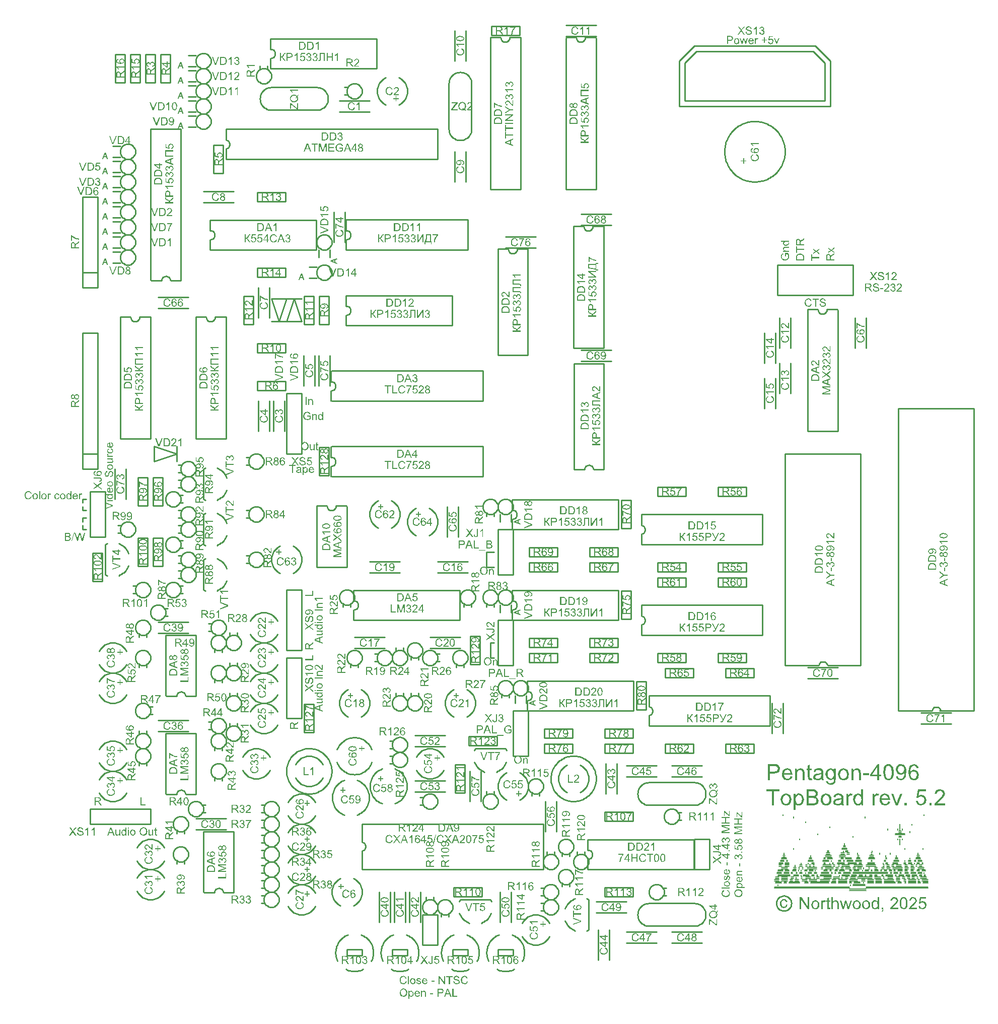
<source format=gto>
G04*
G04  File:            TOPBOARD-V5.2.3.GTO, Wed Oct 01 00:48:10 2025*
G04  Source:          P-CAD 2006 PCB, Version 19.02.958, (D:\PCAD-2006\Projects\Pentagon-4096\Hardware\TopBoard-v5.2.3.PCB)*
G04  Format:          Gerber Format (RS-274-D), ASCII*
G04*
G04  Format Options:  Absolute Positioning*
G04                   Leading-Zero Suppression*
G04                   Scale Factor 1:1*
G04                   NO Circular Interpolation*
G04                   Inch Units*
G04                   Numeric Format: 4.4 (XXXX.XXXX)*
G04                   G54 NOT Used for Aperture Change*
G04                   Apertures Embedded*
G04*
G04  File Options:    Offset = (0.0mil,0.0mil)*
G04                   Drill Symbol Size = 80.0mil*
G04                   No Pad/Via Holes*
G04*
G04  File Contents:   No Pads*
G04                   No Vias*
G04                   Designators*
G04                   Types*
G04                   Values*
G04                   No Drill Symbols*
G04                   Top Silk*
G04*
%INTOPBOARD-V5.2.3.GTO*%
%ICAS*%
%MOIN*%
G04*
G04  Aperture MACROs for general use --- invoked via D-code assignment *
G04*
G04  General MACRO for flashed round with rotation and/or offset hole *
%AMROTOFFROUND*
1,1,$1,0.0000,0.0000*
1,0,$2,$3,$4*%
G04*
G04  General MACRO for flashed oval (obround) with rotation and/or offset hole *
%AMROTOFFOVAL*
21,1,$1,$2,0.0000,0.0000,$3*
1,1,$4,$5,$6*
1,1,$4,0-$5,0-$6*
1,0,$7,$8,$9*%
G04*
G04  General MACRO for flashed oval (obround) with rotation and no hole *
%AMROTOVALNOHOLE*
21,1,$1,$2,0.0000,0.0000,$3*
1,1,$4,$5,$6*
1,1,$4,0-$5,0-$6*%
G04*
G04  General MACRO for flashed rectangle with rotation and/or offset hole *
%AMROTOFFRECT*
21,1,$1,$2,0.0000,0.0000,$3*
1,0,$4,$5,$6*%
G04*
G04  General MACRO for flashed rectangle with rotation and no hole *
%AMROTRECTNOHOLE*
21,1,$1,$2,0.0000,0.0000,$3*%
G04*
G04  General MACRO for flashed rounded-rectangle *
%AMROUNDRECT*
21,1,$1,$2-$4,0.0000,0.0000,$3*
21,1,$1-$4,$2,0.0000,0.0000,$3*
1,1,$4,$5,$6*
1,1,$4,$7,$8*
1,1,$4,0-$5,0-$6*
1,1,$4,0-$7,0-$8*
1,0,$9,$10,$11*%
G04*
G04  General MACRO for flashed rounded-rectangle with rotation and no hole *
%AMROUNDRECTNOHOLE*
21,1,$1,$2-$4,0.0000,0.0000,$3*
21,1,$1-$4,$2,0.0000,0.0000,$3*
1,1,$4,$5,$6*
1,1,$4,$7,$8*
1,1,$4,0-$5,0-$6*
1,1,$4,0-$7,0-$8*%
G04*
G04  General MACRO for flashed regular polygon *
%AMREGPOLY*
5,1,$1,0.0000,0.0000,$2,$3+$4*
1,0,$5,$6,$7*%
G04*
G04  General MACRO for flashed regular polygon with no hole *
%AMREGPOLYNOHOLE*
5,1,$1,0.0000,0.0000,$2,$3+$4*%
G04*
G04  General MACRO for target *
%AMTARGET*
6,0,0,$1,$2,$3,4,$4,$5,$6*%
G04*
G04  General MACRO for mounting hole *
%AMMTHOLE*
1,1,$1,0,0*
1,0,$2,0,0*
$1=$1-$2*
$1=$1/2*
21,1,$2+$1,$3,0,0,$4*
21,1,$3,$2+$1,0,0,$4*%
G04*
G04*
G04  D10 : "Ellipse X10.0mil Y10.0mil H0.0mil 0.0deg (0.0mil,0.0mil) Draw"*
G04  Disc: OuterDia=0.0100*
%ADD10C, 0.0100*%
G04  D11 : "Ellipse X15.0mil Y15.0mil H0.0mil 0.0deg (0.0mil,0.0mil) Draw"*
G04  Disc: OuterDia=0.0150*
%ADD11C, 0.0150*%
G04  D12 : "Ellipse X16.0mil Y16.0mil H0.0mil 0.0deg (0.0mil,0.0mil) Draw"*
G04  Disc: OuterDia=0.0160*
%ADD12C, 0.0160*%
G04  D13 : "Ellipse X20.0mil Y20.0mil H0.0mil 0.0deg (0.0mil,0.0mil) Draw"*
G04  Disc: OuterDia=0.0200*
%ADD13C, 0.0200*%
G04  D14 : "Ellipse X25.0mil Y25.0mil H0.0mil 0.0deg (0.0mil,0.0mil) Draw"*
G04  Disc: OuterDia=0.0250*
%ADD14C, 0.0250*%
G04  D15 : "Ellipse X30.0mil Y30.0mil H0.0mil 0.0deg (0.0mil,0.0mil) Draw"*
G04  Disc: OuterDia=0.0300*
%ADD15C, 0.0300*%
G04  D16 : "Ellipse X40.0mil Y40.0mil H0.0mil 0.0deg (0.0mil,0.0mil) Draw"*
G04  Disc: OuterDia=0.0400*
%ADD16C, 0.0400*%
G04  D17 : "Ellipse X5.0mil Y5.0mil H0.0mil 0.0deg (0.0mil,0.0mil) Draw"*
G04  Disc: OuterDia=0.0050*
%ADD17C, 0.0050*%
G04  D18 : "Ellipse X6.0mil Y6.0mil H0.0mil 0.0deg (0.0mil,0.0mil) Draw"*
G04  Disc: OuterDia=0.0060*
%ADD18C, 0.0060*%
G04  D19 : "Ellipse X8.0mil Y8.0mil H0.0mil 0.0deg (0.0mil,0.0mil) Draw"*
G04  Disc: OuterDia=0.0080*
%ADD19C, 0.0080*%
G04  D20 : "Ellipse X9.8mil Y9.8mil H0.0mil 0.0deg (0.0mil,0.0mil) Draw"*
G04  Disc: OuterDia=0.0098*
%ADD20C, 0.0098*%
G04  D21 : "Ellipse X9.8mil Y9.8mil H0.0mil 0.0deg (0.0mil,0.0mil) Draw"*
G04  Disc: OuterDia=0.0098*
%ADD21C, 0.0098*%
G04  D22 : "Ellipse X111.0mil Y111.0mil H0.0mil 0.0deg (0.0mil,0.0mil) Flash"*
G04  Disc: OuterDia=0.1110*
%ADD22C, 0.1110*%
G04  D23 : "Ellipse X128.0mil Y128.0mil H0.0mil 0.0deg (0.0mil,0.0mil) Flash"*
G04  Disc: OuterDia=0.1280*
%ADD23C, 0.1280*%
G04  D24 : "Ellipse X143.0mil Y143.0mil H0.0mil 0.0deg (0.0mil,0.0mil) Flash"*
G04  Disc: OuterDia=0.1430*
%ADD24C, 0.1430*%
G04  D25 : "Ellipse X200.0mil Y200.0mil H0.0mil 0.0deg (0.0mil,0.0mil) Flash"*
G04  Disc: OuterDia=0.2000*
%ADD25C, 0.2000*%
G04  D26 : "Ellipse X215.0mil Y215.0mil H0.0mil 0.0deg (0.0mil,0.0mil) Flash"*
G04  Disc: OuterDia=0.2150*
%ADD26C, 0.2150*%
G04  D27 : "Ellipse X50.0mil Y50.0mil H0.0mil 0.0deg (0.0mil,0.0mil) Flash"*
G04  Disc: OuterDia=0.0500*
%ADD27C, 0.0500*%
G04  D28 : "Ellipse X58.0mil Y58.0mil H0.0mil 0.0deg (0.0mil,0.0mil) Flash"*
G04  Disc: OuterDia=0.0580*
%ADD28C, 0.0580*%
G04  D29 : "Ellipse X60.0mil Y60.0mil H0.0mil 0.0deg (0.0mil,0.0mil) Flash"*
G04  Disc: OuterDia=0.0600*
%ADD29C, 0.0600*%
G04  D30 : "Ellipse X64.0mil Y64.0mil H0.0mil 0.0deg (0.0mil,0.0mil) Flash"*
G04  Disc: OuterDia=0.0640*
%ADD30C, 0.0640*%
G04  D31 : "Ellipse X65.0mil Y65.0mil H0.0mil 0.0deg (0.0mil,0.0mil) Flash"*
G04  Disc: OuterDia=0.0650*
%ADD31C, 0.0650*%
G04  D32 : "Ellipse X69.0mil Y69.0mil H0.0mil 0.0deg (0.0mil,0.0mil) Flash"*
G04  Disc: OuterDia=0.0690*
%ADD32C, 0.0690*%
G04  D33 : "Ellipse X73.0mil Y73.0mil H0.0mil 0.0deg (0.0mil,0.0mil) Flash"*
G04  Disc: OuterDia=0.0730*
%ADD33C, 0.0730*%
G04  D34 : "Ellipse X75.0mil Y75.0mil H0.0mil 0.0deg (0.0mil,0.0mil) Flash"*
G04  Disc: OuterDia=0.0750*
%ADD34C, 0.0750*%
G04  D35 : "Ellipse X79.0mil Y79.0mil H0.0mil 0.0deg (0.0mil,0.0mil) Flash"*
G04  Disc: OuterDia=0.0790*
%ADD35C, 0.0790*%
G04  D36 : "Ellipse X84.0mil Y84.0mil H0.0mil 0.0deg (0.0mil,0.0mil) Flash"*
G04  Disc: OuterDia=0.0840*
%ADD36C, 0.0840*%
G04  D37 : "Ellipse X90.0mil Y90.0mil H0.0mil 0.0deg (0.0mil,0.0mil) Flash"*
G04  Disc: OuterDia=0.0900*
%ADD37C, 0.0900*%
G04  D38 : "Ellipse X96.0mil Y96.0mil H0.0mil 0.0deg (0.0mil,0.0mil) Flash"*
G04  Disc: OuterDia=0.0960*
%ADD38C, 0.0960*%
G04  D39 : "Rectangle X114.0mil Y114.0mil H0.0mil 0.0deg (0.0mil,0.0mil) Flash"*
G04  Square: Side=0.1140, Rotation=0.0, OffsetX=0.0000, OffsetY=0.0000, HoleDia=0.0000*
%ADD39R, 0.1140 X0.1140*%
G04  D40 : "Rectangle X50.0mil Y50.0mil H0.0mil 0.0deg (0.0mil,0.0mil) Flash"*
G04  Square: Side=0.0500, Rotation=0.0, OffsetX=0.0000, OffsetY=0.0000, HoleDia=0.0000*
%ADD40R, 0.0500 X0.0500*%
G04  D41 : "Rectangle X60.0mil Y60.0mil H0.0mil 0.0deg (0.0mil,0.0mil) Flash"*
G04  Square: Side=0.0600, Rotation=0.0, OffsetX=0.0000, OffsetY=0.0000, HoleDia=0.0000*
%ADD41R, 0.0600 X0.0600*%
G04  D42 : "Rectangle X64.0mil Y64.0mil H0.0mil 0.0deg (0.0mil,0.0mil) Flash"*
G04  Square: Side=0.0640, Rotation=0.0, OffsetX=0.0000, OffsetY=0.0000, HoleDia=0.0000*
%ADD42R, 0.0640 X0.0640*%
G04  D43 : "Rectangle X65.0mil Y65.0mil H0.0mil 0.0deg (0.0mil,0.0mil) Flash"*
G04  Square: Side=0.0650, Rotation=0.0, OffsetX=0.0000, OffsetY=0.0000, HoleDia=0.0000*
%ADD43R, 0.0650 X0.0650*%
G04  D44 : "Rectangle X69.0mil Y69.0mil H0.0mil 0.0deg (0.0mil,0.0mil) Flash"*
G04  Square: Side=0.0690, Rotation=0.0, OffsetX=0.0000, OffsetY=0.0000, HoleDia=0.0000*
%ADD44R, 0.0690 X0.0690*%
G04  D45 : "Rectangle X75.0mil Y75.0mil H0.0mil 0.0deg (0.0mil,0.0mil) Flash"*
G04  Square: Side=0.0750, Rotation=0.0, OffsetX=0.0000, OffsetY=0.0000, HoleDia=0.0000*
%ADD45R, 0.0750 X0.0750*%
G04  D46 : "Rectangle X79.0mil Y79.0mil H0.0mil 0.0deg (0.0mil,0.0mil) Flash"*
G04  Square: Side=0.0790, Rotation=0.0, OffsetX=0.0000, OffsetY=0.0000, HoleDia=0.0000*
%ADD46R, 0.0790 X0.0790*%
G04  D47 : "Rectangle X84.0mil Y84.0mil H0.0mil 0.0deg (0.0mil,0.0mil) Flash"*
G04  Square: Side=0.0840, Rotation=0.0, OffsetX=0.0000, OffsetY=0.0000, HoleDia=0.0000*
%ADD47R, 0.0840 X0.0840*%
G04  D48 : "Rectangle X99.0mil Y99.0mil H0.0mil 0.0deg (0.0mil,0.0mil) Flash"*
G04  Square: Side=0.0990, Rotation=0.0, OffsetX=0.0000, OffsetY=0.0000, HoleDia=0.0000*
%ADD48R, 0.0990 X0.0990*%
G04  D49 : "Ellipse X30.0mil Y30.0mil H0.0mil 0.0deg (0.0mil,0.0mil) Flash"*
G04  Disc: OuterDia=0.0300*
%ADD49C, 0.0300*%
G04  D50 : "Ellipse X45.0mil Y45.0mil H0.0mil 0.0deg (0.0mil,0.0mil) Flash"*
G04  Disc: OuterDia=0.0450*
%ADD50C, 0.0450*%
G04*
%FSLAX44Y44*%
%SFA1B1*%
%OFA0.0000B0.0000*%
G04*
G70*
G90*
G01*
D2*
%LNTop Silk*%
%LPD*%
D10*
X106000Y185750*
X106250D1*
Y185250D2*
X106000D1*
Y185000*
Y184750D2*
Y184500D1*
X106250*
Y186500D2*
X106000D1*
Y186250*
X133000Y176000D2*
X133250D1*
X132750Y182000D2*
X133250D1*
X152431Y159250D2*
X152528Y159259D1*
X152622Y159288*
X152709Y159334*
X152784Y159396*
X152847Y159472*
X152893Y159558*
X152921Y159652*
X152931Y159750*
X152921Y159847*
X152893Y159941*
X152847Y160027*
X152784Y160103*
X152709Y160165*
X152622Y160212*
X152528Y160240*
X152431Y160250*
X152333Y160240*
X152240Y160212*
X152153Y160165*
X152077Y160103*
X152015Y160027*
X151969Y159941*
X151940Y159847*
X151931Y159750*
X151940Y159652*
X151969Y159558*
X152015Y159472*
X152077Y159396*
X152153Y159334*
X152240Y159288*
X152333Y159259*
X152431Y159250*
D2*
D19*
X152040Y161000*
Y160920D1*
X151800Y161240D2*
X152120D1*
X151800Y161320D2*
X152120D1*
X151880Y161400D2*
X152120D1*
X151880Y161480D2*
X152120D1*
X152440Y161720D2*
X152760D1*
X152440Y161800D2*
X152760D1*
X152280Y161240D2*
X152680D1*
X152280Y161320D2*
X152680D1*
X152280Y161400D2*
X152680D1*
X152280Y161480D2*
X152680D1*
X152040Y161560D2*
X152840D1*
X152040Y161640D2*
X152840D1*
X151960Y161720D2*
X152280D1*
X151960Y161800D2*
X152280D1*
X152440Y161160D2*
X152600D1*
X151880D2*
X152280D1*
X152440Y161080D2*
X152600D1*
X151880D2*
X152280D1*
X152520Y161880D2*
X152760D1*
X152040D2*
X152360D1*
X152520Y162200D2*
X152760D1*
X152520Y162280D2*
X152760D1*
X152520Y162360D2*
X152760D1*
X152520Y162440D2*
X152760D1*
X152600Y162520D2*
X152680D1*
X152600Y162600D2*
X152680D1*
X152360Y162840D2*
X152520D1*
X152360Y162920D2*
X152520D1*
X152440Y163000D2*
Y163080D1*
X152280Y162040D2*
X152680D1*
X152280Y162120D2*
X152680D1*
X152120Y162200D2*
X152280D1*
X152120Y162280D2*
X152280D1*
X152120Y162360D2*
X152360D1*
X152120Y162440D2*
X152360D1*
X152200Y162520D2*
X152440D1*
X152200Y162600D2*
X152440D1*
X152280Y162680D2*
X152600D1*
X152280Y162760D2*
X152600D1*
X152360Y165560D2*
Y165640D1*
D2*
D10*
D19*
X153240Y161480*
Y161400D1*
Y161720D2*
X153320D1*
X153240Y161800D2*
X153320D1*
X153560Y161640D2*
Y161560D1*
X154120Y161240D2*
X154600D1*
X154120Y161320D2*
X154600D1*
X153880Y161400D2*
X154200D1*
X153880Y161480D2*
X154200D1*
X154440Y161400D2*
Y161480D1*
X154600Y161400D2*
X154760D1*
X154600Y161480D2*
X154760D1*
X153720Y161560D2*
X154120D1*
X153720Y161640D2*
X154120D1*
X154280Y161560D2*
X154440D1*
X154280Y161640D2*
X154440D1*
X154600Y161560D2*
X154680D1*
X154600Y161640D2*
X154680D1*
X153880Y161720D2*
Y161800D1*
X154040Y161720D2*
X154280D1*
X154040Y161800D2*
X154280D1*
X154440Y161720D2*
X154600D1*
X154440Y161800D2*
X154600D1*
X155640Y161240D2*
X155880D1*
X155640Y161320D2*
X155880D1*
X155560Y161720D2*
X155640D1*
X155560Y161800D2*
X155640D1*
X155800Y161720D2*
X155880D1*
X155800Y161800D2*
X155880D1*
X154840Y161240D2*
X155480D1*
X154840Y161320D2*
X155480D1*
X155080Y161400D2*
X155560D1*
X155080Y161480D2*
X155560D1*
X154840Y161560D2*
X155560D1*
X154840Y161640D2*
X155560D1*
X154920Y161720D2*
X155400D1*
X154920Y161800D2*
X155400D1*
X153800Y161160D2*
X154040D1*
X155560D2*
X155880D1*
X154200D2*
X155400D1*
X153800Y161080D2*
X154040D1*
X155560D2*
X155880D1*
X154200D2*
X155400D1*
X153640Y161240D2*
X153960D1*
X153640Y161320D2*
X153960D1*
X153560Y161400D2*
X153640D1*
X153560Y161480D2*
X153640D1*
X153480Y161720D2*
X153640D1*
X153480Y161800D2*
X153640D1*
X153800Y161880D2*
X153960D1*
X154120D2*
X154360D1*
X155480D2*
X155560D1*
X155080D2*
X155320D1*
X153160Y161240D2*
X153400D1*
X153160Y161320D2*
X153400D1*
X153080Y161560D2*
X153400D1*
X153080Y161640D2*
X153400D1*
X153080Y162040D2*
X153240D1*
X153080Y162120D2*
X153240D1*
X153160Y162200D2*
Y162280D1*
X153080Y163320D2*
Y163400D1*
X153560Y162360D2*
Y162440D1*
X153480Y163960D2*
Y164040D1*
X153960Y162040D2*
X154600D1*
X153960Y162120D2*
X154600D1*
X154920Y162040D2*
X155000D1*
X154920Y162120D2*
X155000D1*
X153880Y162200D2*
X153960D1*
X153880Y162280D2*
X153960D1*
X154120Y162200D2*
X154200D1*
X154120Y162280D2*
X154200D1*
X154360Y162200D2*
X154440D1*
X154360Y162280D2*
X154440D1*
X154040Y162360D2*
Y162440D1*
X154280Y162360D2*
X154440D1*
X154280Y162440D2*
X154440D1*
X155080Y162360D2*
X155160D1*
X155080Y162440D2*
X155160D1*
X154040Y162520D2*
X154360D1*
X154040Y162600D2*
X154360D1*
X154120Y162680D2*
X154280D1*
X154120Y162760D2*
X154280D1*
X155080Y162680D2*
X155160D1*
X155080Y162760D2*
X155160D1*
X154200Y162840D2*
Y162920D1*
X155720Y162200D2*
X155800D1*
X155720Y162280D2*
X155800D1*
X155480Y162360D2*
Y162440D1*
X155640Y162360D2*
X155720D1*
X155640Y162440D2*
X155720D1*
X155560Y162520D2*
Y162600D1*
X155320Y162680D2*
X155640D1*
X155320Y162760D2*
X155640D1*
X155320Y163160D2*
X155400D1*
X155320Y163240D2*
X155400D1*
X155160Y162040D2*
X155720D1*
X155160Y162120D2*
X155720D1*
X155000Y162200D2*
X155560D1*
X155000Y162280D2*
X155560D1*
X155000Y162520D2*
X155400D1*
X155000Y162600D2*
X155400D1*
X155160Y162840D2*
X155560D1*
X155160Y162920D2*
X155560D1*
X155240Y163000D2*
X155480D1*
X155240Y163080D2*
X155480D1*
X154680Y164280D2*
Y164360D1*
X155480Y164760D2*
Y164840D1*
X153640Y162040D2*
X153720D1*
X153640Y162120D2*
X153720D1*
X153480Y162200D2*
X153640D1*
X153480Y162280D2*
X153640D1*
X153400Y162040D2*
X153480D1*
X153400Y162120D2*
X153480D1*
X153080Y165400D2*
Y165480D1*
X153880Y165080D2*
Y165160D1*
D2*
D10*
D19*
X156280Y161400*
Y161480D1*
X156120Y161560D2*
Y161640D1*
X156040Y161720D2*
X156200D1*
X156040Y161800D2*
X156200D1*
X156760Y160600D2*
X157880D1*
X156760Y160680D2*
X157880D1*
X156840Y161000D2*
Y160920D1*
X157000D2*
X157800D1*
X157000Y161000D2*
X157800D1*
X156760Y161240D2*
X157320D1*
X156760Y161320D2*
X157320D1*
X157560Y161240D2*
X157800D1*
X157560Y161320D2*
X157800D1*
X156840Y161400D2*
X157160D1*
X156840Y161480D2*
X157160D1*
X156920Y161560D2*
X157240D1*
X156920Y161640D2*
X157240D1*
X157400Y161560D2*
X157640D1*
X157400Y161640D2*
X157640D1*
X157800Y161560D2*
X157880D1*
X157800Y161640D2*
X157880D1*
X158520Y161240D2*
X158920D1*
X158520Y161320D2*
X158920D1*
X158440Y161400D2*
X158840D1*
X158440Y161480D2*
X158840D1*
X158440Y161560D2*
X158600D1*
X158440Y161640D2*
X158600D1*
X157960Y161240D2*
X158360D1*
X157960Y161320D2*
X158360D1*
X157320Y161400D2*
X158280D1*
X157320Y161480D2*
X158280D1*
X158120Y161560D2*
X158280D1*
X158120Y161640D2*
X158280D1*
X156760Y161160D2*
X156920D1*
X157080D2*
X157480D1*
X158520D2*
X158920D1*
X157960D2*
X158360D1*
X156760Y161080D2*
X156920D1*
X157080D2*
X157480D1*
X158520D2*
X158920D1*
X157960D2*
X158360D1*
X157720Y161160D2*
Y161080D1*
X156520Y161400D2*
X156680D1*
X156520Y161480D2*
X156680D1*
X156760Y161880D2*
X156920D1*
X157080D2*
X157400D1*
X157800D2*
X158040D1*
X158440D2*
X158680D1*
X158840D2*
X158920D1*
X158200D2*
X158280D1*
X156040Y161240D2*
X156600D1*
X156040Y161320D2*
X156600D1*
X156280Y161560D2*
X156760D1*
X156280Y161640D2*
X156760D1*
X156360Y161720D2*
X156840D1*
X156360Y161800D2*
X156840D1*
X156040Y161160D2*
X156600D1*
X156040Y161080D2*
X156600D1*
X156120Y161880D2*
X156440D1*
X156040Y162200D2*
X156120D1*
X156040Y162280D2*
X156120D1*
X156040Y162520D2*
X156200D1*
X156040Y162600D2*
X156200D1*
X156440Y163640D2*
Y163720D1*
X157000Y162040D2*
X157160D1*
X157000Y162120D2*
X157160D1*
X157320Y162040D2*
X157560D1*
X157320Y162120D2*
X157560D1*
X157720Y162040D2*
Y162120D1*
X158040Y162040D2*
X158120D1*
X158040Y162120D2*
X158120D1*
X157080Y162200D2*
X157640D1*
X157080Y162280D2*
X157640D1*
X156680Y162360D2*
X157240D1*
X156680Y162440D2*
X157240D1*
X157400Y162360D2*
X157560D1*
X157400Y162440D2*
X157560D1*
X157160Y162520D2*
X157560D1*
X157160Y162600D2*
X157560D1*
X157240Y162680D2*
X157480D1*
X157240Y162760D2*
X157480D1*
X157320Y162840D2*
X157400D1*
X157320Y162920D2*
X157400D1*
X157320Y163000D2*
Y163080D1*
X158440Y162040D2*
X158600D1*
X158440Y162120D2*
X158600D1*
X158760Y163000D2*
Y163080D1*
X157880Y162200D2*
X158520D1*
X157880Y162280D2*
X158520D1*
X157960Y162360D2*
X158440D1*
X157960Y162440D2*
X158440D1*
X158200Y162520D2*
X158280D1*
X158200Y162600D2*
X158280D1*
X158040Y162680D2*
X158440D1*
X158040Y162760D2*
X158440D1*
X158120Y162840D2*
X158360D1*
X158120Y162920D2*
X158360D1*
X158200Y163000D2*
X158280D1*
X158200Y163080D2*
X158280D1*
Y163160D2*
Y163240D1*
X157000Y164120D2*
Y164200D1*
X156600Y162520D2*
X157000D1*
X156600Y162600D2*
X157000D1*
X156600Y163000D2*
X156760D1*
X156600Y163080D2*
X156760D1*
X156520Y162040D2*
X156840D1*
X156520Y162120D2*
X156840D1*
X156520Y162680D2*
X156920D1*
X156520Y162760D2*
X156920D1*
X156520Y163160D2*
X156680D1*
X156520Y163240D2*
X156680D1*
X156200Y162040D2*
X156360D1*
X156200Y162120D2*
X156360D1*
Y162520D2*
X156440D1*
X156360Y162600D2*
X156440D1*
X156200Y162680D2*
X156360D1*
X156200Y162760D2*
X156360D1*
X156200Y163000D2*
X156440D1*
X156200Y163080D2*
X156440D1*
X156360Y163160D2*
Y163240D1*
X156120Y162840D2*
X156520D1*
X156120Y162920D2*
X156520D1*
X156360Y163480D2*
X156520D1*
X156360Y163560D2*
X156520D1*
X156280Y162200D2*
X156760D1*
X156280Y162280D2*
X156760D1*
X156280Y163320D2*
X156600D1*
X156280Y163400D2*
X156600D1*
X157800Y165400D2*
Y165480D1*
X159080Y161880D2*
X159240D1*
X159480Y161720D2*
X159560D1*
X159480Y161800D2*
X159560D1*
X159880Y161240D2*
X160120D1*
X159880Y161320D2*
X160120D1*
X160360Y161240D2*
X160520D1*
X160360Y161320D2*
X160520D1*
X160680Y161240D2*
X161160D1*
X160680Y161320D2*
X161160D1*
X159880Y161400D2*
X160120D1*
X159880Y161480D2*
X160120D1*
X160280Y161400D2*
X160440D1*
X160280Y161480D2*
X160440D1*
X160600Y161400D2*
X160760D1*
X160600Y161480D2*
X160760D1*
X160920Y161400D2*
X161080D1*
X160920Y161480D2*
X161080D1*
X159800Y161560D2*
X159880D1*
X159800Y161640D2*
X159880D1*
X160040Y161560D2*
X160360D1*
X160040Y161640D2*
X160360D1*
X160520Y161560D2*
X160760D1*
X160520Y161640D2*
X160760D1*
X159720Y161720D2*
X159960D1*
X159720Y161800D2*
X159960D1*
X160120Y161720D2*
X160200D1*
X160120Y161800D2*
X160200D1*
X160440Y161720D2*
X160680D1*
X160440Y161800D2*
X160680D1*
X160840Y161720D2*
X161160D1*
X160840Y161800D2*
X161160D1*
X161320Y161240D2*
X161400D1*
X161320Y161320D2*
X161400D1*
X161480Y161400D2*
X161880D1*
X161480Y161480D2*
X161880D1*
X161400Y161560D2*
X161560D1*
X161400Y161640D2*
X161560D1*
X161720Y161560D2*
X161800D1*
X161720Y161640D2*
X161800D1*
X161320Y161720D2*
X161560D1*
X161320Y161800D2*
X161560D1*
X161720Y161720D2*
Y161800D1*
X161240Y161400D2*
X161320D1*
X161240Y161480D2*
X161320D1*
X160920Y161560D2*
X161240D1*
X160920Y161640D2*
X161240D1*
X159960Y161160D2*
X160200D1*
X160440D2*
X160520D1*
X160680D2*
X161160D1*
X161320D2*
X161480D1*
X159960Y161080D2*
X160200D1*
X160440D2*
X160520D1*
X160680D2*
X161160D1*
X161320D2*
X161480D1*
X159720Y161880D2*
X159800D1*
X159960D2*
X160280D1*
X160440D2*
X160600D1*
X160840D2*
X161000D1*
X161560D2*
X161800D1*
X161240D2*
X161400D1*
X159080Y161240D2*
X159720D1*
X159080Y161320D2*
X159720D1*
X159320Y161400D2*
X159640D1*
X159320Y161480D2*
X159640D1*
X159160Y161560D2*
X159640D1*
X159160Y161640D2*
X159640D1*
X159080Y161160D2*
X159800D1*
X159080Y161080D2*
X159800D1*
X159400Y161880D2*
X159560D1*
X159160Y162360D2*
X159320D1*
X159160Y162440D2*
X159320D1*
X159080Y162520D2*
X159160D1*
X159080Y162600D2*
X159160D1*
Y162680D2*
X159240D1*
X159160Y162760D2*
X159240D1*
X159160Y162840D2*
Y162920D1*
X159320Y164600D2*
Y164680D1*
X159480Y163000D2*
Y163080D1*
X160440Y162040D2*
X160680D1*
X160440Y162120D2*
X160680D1*
X160840Y162040D2*
X161080D1*
X160840Y162120D2*
X161080D1*
X159880Y162200D2*
X160200D1*
X159880Y162280D2*
X160200D1*
X160440Y162200D2*
X160600D1*
X160440Y162280D2*
X160600D1*
X160840Y162200D2*
X161000D1*
X160840Y162280D2*
X161000D1*
X160360Y162360D2*
X160520D1*
X160360Y162440D2*
X160520D1*
X160680Y162360D2*
X160920D1*
X160680Y162440D2*
X160920D1*
X161080Y162360D2*
Y162440D1*
X159720Y162520D2*
X160040D1*
X159720Y162600D2*
X160040D1*
X160440Y162520D2*
Y162600D1*
X160680Y162520D2*
X160840D1*
X160680Y162600D2*
X160840D1*
X161080Y162520D2*
X161160D1*
X161080Y162600D2*
X161160D1*
X159800Y162680D2*
X159960D1*
X159800Y162760D2*
X159960D1*
X160760Y162680D2*
Y162760D1*
X159880Y162840D2*
Y162920D1*
X160440Y163320D2*
Y163400D1*
X160120Y163640D2*
Y164040D1*
X159960Y163960D2*
Y164040D1*
X160280Y163960D2*
Y164040D1*
X161320Y162040D2*
X161720D1*
X161320Y162120D2*
X161720D1*
X161400Y162200D2*
X161560D1*
X161400Y162280D2*
X161560D1*
Y162360D2*
X161640D1*
X161560Y162440D2*
X161640D1*
X161320Y162520D2*
X161560D1*
X161320Y162600D2*
X161560D1*
X161320Y163000D2*
Y163080D1*
X161640Y163320D2*
Y163400D1*
X161160Y162200D2*
X161240D1*
X161160Y162280D2*
X161240D1*
Y162360D2*
X161400D1*
X161240Y162440D2*
X161400D1*
X161160Y162680D2*
X161480D1*
X161160Y162760D2*
X161480D1*
X161240Y162840D2*
X161400D1*
X161240Y162920D2*
X161400D1*
X159800Y164280D2*
X160440D1*
X159800Y164360D2*
X160440D1*
X160040Y164440D2*
X160200D1*
X160040Y164520D2*
X160200D1*
X159960Y164600D2*
Y164680D1*
X160280Y164600D2*
Y164680D1*
X160760Y164440D2*
Y164520D1*
X160040Y164200D2*
X160200D1*
X160040Y164120D2*
X160200D1*
X159640Y162040D2*
X160280D1*
X159640Y162120D2*
X160280D1*
X159560Y162200D2*
X159720D1*
X159560Y162280D2*
X159720D1*
X159640Y162360D2*
X159960D1*
X159640Y162440D2*
X159960D1*
X159240Y162200D2*
X159400D1*
X159240Y162280D2*
X159400D1*
X159240Y162040D2*
X159480D1*
X159240Y162120D2*
X159480D1*
X161720Y165560D2*
Y165640D1*
D2*
D10*
X106000Y186000*
Y185750D1*
X133000Y177000D2*
Y176000D1*
X133250Y177000D2*
X133000D1*
X133250Y183000D2*
X132750D1*
Y182000*
D2*
D19*
X152520Y161960*
X152760D1*
X152040D2*
X152360D1*
X153800D2*
X153960D1*
X154120D2*
X154360D1*
X155480D2*
X155560D1*
X155080D2*
X155320D1*
X153560Y161880D2*
Y161960D1*
X154520Y161880D2*
Y161960D1*
X153400Y161880D2*
Y161960D1*
X156760D2*
X156920D1*
X157080D2*
X157400D1*
X157800D2*
X158040D1*
X158440D2*
X158680D1*
X158840D2*
X158920D1*
X158200D2*
X158280D1*
X157640Y161880D2*
Y161960D1*
X156120D2*
X156440D1*
X159080D2*
X159240D1*
X159720D2*
X159800D1*
X159960D2*
X160280D1*
X160440D2*
X160600D1*
X160840D2*
X161000D1*
X161560D2*
X161800D1*
X161240D2*
X161400D1*
X160120Y164600D2*
Y165000D1*
X160920Y164920D2*
Y165000D1*
X159400Y161960D2*
X159560D1*
D2*
D10*
D19*
X152840Y161240*
X153000D1*
X152840Y161320D2*
X153000D1*
X152920Y161400D2*
X153080D1*
X152920Y161480D2*
X153080D1*
X152920Y161720D2*
X153000D1*
X152920Y161800D2*
X153000D1*
Y161880D2*
X153240D1*
X155720Y161400D2*
X156120D1*
X155720Y161480D2*
X156120D1*
X155800Y161880D2*
X155960D1*
X152760Y161160D2*
X153480D1*
X152760Y161080D2*
X153480D1*
X151800Y160760D2*
X156760D1*
X151800Y160840D2*
X156760D1*
X155880Y162040D2*
X156040D1*
X155880Y162120D2*
X156040D1*
X155960Y162360D2*
X156440D1*
X155960Y162440D2*
X156440D1*
X159000Y161400D2*
X159080D1*
X159000Y161480D2*
X159080D1*
X158920Y161560D2*
X159000D1*
X158920Y161640D2*
X159000D1*
X161560Y161240D2*
X161960D1*
X161560Y161320D2*
X161960D1*
X161640Y161160D2*
X161960D1*
X161640Y161080D2*
X161960D1*
X157880Y160760D2*
X161960D1*
X157880Y160840D2*
X161960D1*
X158920Y162040D2*
X159080D1*
X158920Y162120D2*
X159080D1*
X159000Y162200D2*
X159080D1*
X159000Y162280D2*
X159080D1*
X159000Y162360D2*
Y162440D1*
X153000Y161960D2*
X153240D1*
X155800D2*
X155960D1*
X157000Y161720D2*
X159320D1*
X157000Y161800D2*
X159320D1*
D2*
D10*
X109750Y175350*
Y175550D1*
X110250Y175350D2*
Y175550D1*
X110000Y175499D2*
X110097Y175509D1*
X110191Y175538*
X110277Y175584*
X110353Y175646*
X110415Y175722*
X110461Y175808*
X110490Y175902*
X110500Y176000*
X110490Y176097*
X110461Y176191*
X110415Y176277*
X110353Y176353*
X110277Y176415*
X110191Y176461*
X110097Y176490*
X110000Y176500*
X109902Y176490*
X109808Y176461*
X109722Y176415*
X109646Y176353*
X109584Y176277*
X109538Y176191*
X109509Y176097*
X109499Y176000*
X109509Y175902*
X109538Y175808*
X109584Y175722*
X109646Y175646*
X109722Y175584*
X109808Y175538*
X109902Y175509*
X110000Y175499*
X108125Y186500D2*
Y188500D1*
X108875D2*
Y186500D1*
X118375Y200500D2*
Y198500D1*
X117625D2*
Y200500D1*
X131500Y181625D2*
X129500D1*
Y182375D2*
X131500D1*
X130625Y207500D2*
Y209500D1*
X131375D2*
Y207500D1*
X151875Y194500D2*
Y192500D1*
X151125D2*
Y194500D1*
Y195500D2*
Y197500D1*
X151875D2*
Y195500D1*
X110250Y171150D2*
Y170950D1*
X109750Y171150D2*
Y170950D1*
X110000Y171000D2*
X109902Y170990D1*
X109808Y170961*
X109722Y170915*
X109646Y170853*
X109584Y170777*
X109538Y170691*
X109509Y170597*
X109499Y170500*
X109509Y170402*
X109538Y170308*
X109584Y170222*
X109646Y170146*
X109722Y170084*
X109808Y170038*
X109902Y170009*
X110000Y169999*
X110097Y170009*
X110191Y170038*
X110277Y170084*
X110353Y170146*
X110415Y170222*
X110461Y170308*
X110490Y170402*
X110500Y170500*
X110490Y170597*
X110461Y170691*
X110415Y170777*
X110353Y170853*
X110277Y170915*
X110191Y170961*
X110097Y170990*
X110000Y171000*
X109750Y177350D2*
Y177550D1*
X110250Y177350D2*
Y177550D1*
X110000Y177499D2*
X110097Y177509D1*
X110191Y177538*
X110277Y177584*
X110353Y177646*
X110415Y177722*
X110461Y177808*
X110490Y177902*
X110500Y178000*
X110490Y178097*
X110461Y178191*
X110415Y178277*
X110353Y178353*
X110277Y178415*
X110191Y178461*
X110097Y178490*
X110000Y178500*
X109902Y178490*
X109808Y178461*
X109722Y178415*
X109646Y178353*
X109584Y178277*
X109538Y178191*
X109509Y178097*
X109499Y178000*
X109509Y177902*
X109538Y177808*
X109584Y177722*
X109646Y177646*
X109722Y177584*
X109808Y177538*
X109902Y177509*
X110000Y177499*
X109350Y180750D2*
X109550D1*
X109350Y180250D2*
X109550D1*
X109499Y180500D2*
X109509Y180402D1*
X109538Y180308*
X109584Y180222*
X109646Y180146*
X109722Y180084*
X109808Y180038*
X109902Y180009*
X110000Y179999*
X110097Y180009*
X110191Y180038*
X110277Y180084*
X110353Y180146*
X110415Y180222*
X110461Y180308*
X110490Y180402*
X110500Y180500*
X110490Y180597*
X110461Y180691*
X110415Y180777*
X110353Y180853*
X110277Y180915*
X110191Y180961*
X110097Y180990*
X110000Y181000*
X109902Y180990*
X109808Y180961*
X109722Y180915*
X109646Y180853*
X109584Y180777*
X109538Y180691*
X109509Y180597*
X109499Y180500*
X110312Y187937D2*
X109687D1*
X110312Y186062D2*
X109687D1*
Y187937*
X110312D2*
Y186062D1*
X109812Y215937D2*
X109187D1*
X109812Y214062D2*
X109187D1*
Y215937*
X109812D2*
Y214062D1*
X108812Y215937D2*
X108187D1*
X108812Y214062D2*
X108187D1*
Y215937*
X108812D2*
Y214062D1*
X112250Y162350D2*
Y162550D1*
X112750Y162350D2*
Y162550D1*
X112500Y162499D2*
X112597Y162509D1*
X112691Y162538*
X112777Y162584*
X112853Y162646*
X112915Y162722*
X112961Y162808*
X112990Y162902*
X113000Y163000*
X112990Y163097*
X112961Y163191*
X112915Y163277*
X112853Y163353*
X112777Y163415*
X112691Y163461*
X112597Y163490*
X112500Y163500*
X112402Y163490*
X112308Y163461*
X112222Y163415*
X112146Y163353*
X112084Y163277*
X112038Y163191*
X112009Y163097*
X111999Y163000*
X112009Y162902*
X112038Y162808*
X112084Y162722*
X112146Y162646*
X112222Y162584*
X112308Y162538*
X112402Y162509*
X112500Y162499*
X112250Y164350D2*
Y164550D1*
X112750Y164350D2*
Y164550D1*
X112500Y164499D2*
X112597Y164509D1*
X112691Y164538*
X112777Y164584*
X112853Y164646*
X112915Y164722*
X112961Y164808*
X112990Y164902*
X113000Y165000*
X112990Y165097*
X112961Y165191*
X112915Y165277*
X112853Y165353*
X112777Y165415*
X112691Y165461*
X112597Y165490*
X112500Y165500*
X112402Y165490*
X112308Y165461*
X112222Y165415*
X112146Y165353*
X112084Y165277*
X112038Y165191*
X112009Y165097*
X111999Y165000*
X112009Y164902*
X112038Y164808*
X112084Y164722*
X112146Y164646*
X112222Y164584*
X112308Y164538*
X112402Y164509*
X112500Y164499*
X111812Y215937D2*
X111187D1*
X111812Y214062D2*
X111187D1*
Y215937*
X111812D2*
Y214062D1*
X114750Y167850D2*
Y168050D1*
X115250Y167850D2*
Y168050D1*
X115000Y167999D2*
X115097Y168009D1*
X115191Y168038*
X115277Y168084*
X115353Y168146*
X115415Y168222*
X115461Y168308*
X115490Y168402*
X115500Y168500*
X115490Y168597*
X115461Y168691*
X115415Y168777*
X115353Y168853*
X115277Y168915*
X115191Y168961*
X115097Y168990*
X115000Y169000*
X114902Y168990*
X114808Y168961*
X114722Y168915*
X114646Y168853*
X114584Y168777*
X114538Y168691*
X114509Y168597*
X114499Y168500*
X114509Y168402*
X114538Y168308*
X114584Y168222*
X114646Y168146*
X114722Y168084*
X114808Y168038*
X114902Y168009*
X115000Y167999*
X114750Y174350D2*
Y174550D1*
X115250Y174350D2*
Y174550D1*
X115000Y174499D2*
X115097Y174509D1*
X115191Y174538*
X115277Y174584*
X115353Y174646*
X115415Y174722*
X115461Y174808*
X115490Y174902*
X115500Y175000*
X115490Y175097*
X115461Y175191*
X115415Y175277*
X115353Y175353*
X115277Y175415*
X115191Y175461*
X115097Y175490*
X115000Y175500*
X114902Y175490*
X114808Y175461*
X114722Y175415*
X114646Y175353*
X114584Y175277*
X114538Y175191*
X114509Y175097*
X114499Y175000*
X114509Y174902*
X114538Y174808*
X114584Y174722*
X114646Y174646*
X114722Y174584*
X114808Y174538*
X114902Y174509*
X115000Y174499*
X115312Y209937D2*
X114687D1*
X115312Y208062D2*
X114687D1*
Y209937*
X115312D2*
Y208062D1*
X118625Y191000D2*
Y193000D1*
X119375D2*
Y191000D1*
X117625D2*
Y193000D1*
X118375D2*
Y191000D1*
X119500Y199750D2*
X118500D1*
X119500Y198250D2*
X118500D1*
X119500Y199750D2*
X119000Y198250D1*
X118500Y199750*
X120687Y171062D2*
X121312D1*
X120687Y172937D2*
X121312D1*
Y171062*
X120687D2*
Y172937D1*
X121687Y188062D2*
X122312D1*
X121687Y189937D2*
X122312D1*
Y188062*
X121687D2*
Y189937D1*
X122312Y199937D2*
X121687D1*
X122312Y198062D2*
X121687D1*
Y199937*
X122312D2*
Y198062D1*
X120687D2*
X121312D1*
X120687Y199937D2*
X121312D1*
Y198062*
X120687D2*
Y199937D1*
X121375Y196000D2*
Y194000D1*
X120625D2*
Y196000D1*
X122375D2*
Y194000D1*
X121625D2*
Y196000D1*
X127375Y160500D2*
Y158500D1*
X126625D2*
Y160500D1*
X128375D2*
Y158500D1*
X127625D2*
Y160500D1*
X127250Y176650D2*
Y176450D1*
X126750Y176650D2*
Y176450D1*
X127000Y176500D2*
X126902Y176490D1*
X126808Y176461*
X126722Y176415*
X126646Y176353*
X126584Y176277*
X126538Y176191*
X126509Y176097*
X126499Y176000*
X126509Y175902*
X126538Y175808*
X126584Y175722*
X126646Y175646*
X126722Y175584*
X126808Y175538*
X126902Y175509*
X127000Y175499*
X127097Y175509*
X127191Y175538*
X127277Y175584*
X127353Y175646*
X127415Y175722*
X127461Y175808*
X127490Y175902*
X127500Y176000*
X127490Y176097*
X127461Y176191*
X127415Y176277*
X127353Y176353*
X127277Y176415*
X127191Y176461*
X127097Y176490*
X127000Y176500*
X129750Y158850D2*
Y159050D1*
X130250Y158850D2*
Y159050D1*
X130000Y158999D2*
X130097Y159009D1*
X130191Y159038*
X130277Y159084*
X130353Y159146*
X130415Y159222*
X130461Y159308*
X130490Y159402*
X130500Y159500*
X130490Y159597*
X130461Y159691*
X130415Y159777*
X130353Y159853*
X130277Y159915*
X130191Y159961*
X130097Y159990*
X130000Y160000*
X129902Y159990*
X129808Y159961*
X129722Y159915*
X129646Y159853*
X129584Y159777*
X129538Y159691*
X129509Y159597*
X129499Y159500*
X129509Y159402*
X129538Y159308*
X129584Y159222*
X129646Y159146*
X129722Y159084*
X129808Y159038*
X129902Y159009*
X130000Y158999*
X130125Y184000D2*
Y186000D1*
X130875D2*
Y184000D1*
X130250Y211000D2*
X130256Y210902D1*
X130275Y210805*
X130307Y210712*
X130350Y210625*
X130404Y210543*
X130469Y210469*
X130543Y210404*
X130625Y210350*
X130712Y210307*
X130805Y210275*
X130902Y210256*
X131000Y210250*
X131097Y210256*
X131194Y210275*
X131287Y210307*
X131375Y210350*
X131456Y210404*
X131530Y210469*
X131595Y210543*
X131649Y210625*
X131692Y210712*
X131724Y210805*
X131743Y210902*
X131750Y211000*
Y214000D2*
X131743Y214097D1*
X131724Y214194*
X131692Y214287*
X131649Y214375*
X131595Y214456*
X131530Y214530*
X131456Y214595*
X131375Y214649*
X131287Y214692*
X131194Y214724*
X131097Y214743*
X131000Y214750*
X130902Y214743*
X130805Y214724*
X130712Y214692*
X130625Y214649*
X130543Y214595*
X130469Y214530*
X130404Y214456*
X130350Y214375*
X130307Y214287*
X130275Y214194*
X130256Y214097*
X130250Y214000*
X131750Y211000D2*
Y214000D1*
X130250Y211000D2*
Y214000D1*
X134375Y160500D2*
Y158500D1*
X133625D2*
Y160500D1*
X133250Y167150D2*
Y166950D1*
X132750Y167150D2*
Y166950D1*
X133000Y167000D2*
X132902Y166990D1*
X132808Y166961*
X132722Y166915*
X132646Y166853*
X132584Y166777*
X132538Y166691*
X132509Y166597*
X132499Y166500*
X132509Y166402*
X132538Y166308*
X132584Y166222*
X132646Y166146*
X132722Y166084*
X132808Y166038*
X132902Y166009*
X133000Y165999*
X133097Y166009*
X133191Y166038*
X133277Y166084*
X133353Y166146*
X133415Y166222*
X133461Y166308*
X133490Y166402*
X133500Y166500*
X133490Y166597*
X133461Y166691*
X133415Y166777*
X133353Y166853*
X133277Y166915*
X133191Y166961*
X133097Y166990*
X133000Y167000*
X132750Y179350D2*
Y179550D1*
X133250Y179350D2*
Y179550D1*
X133000Y179499D2*
X133097Y179509D1*
X133191Y179538*
X133277Y179584*
X133353Y179646*
X133415Y179722*
X133461Y179808*
X133490Y179902*
X133500Y180000*
X133490Y180097*
X133461Y180191*
X133415Y180277*
X133353Y180353*
X133277Y180415*
X133191Y180461*
X133097Y180490*
X133000Y180500*
X132902Y180490*
X132808Y180461*
X132722Y180415*
X132646Y180353*
X132584Y180277*
X132538Y180191*
X132509Y180097*
X132499Y180000*
X132509Y179902*
X132538Y179808*
X132584Y179722*
X132646Y179646*
X132722Y179584*
X132808Y179538*
X132902Y179509*
X133000Y179499*
X133750Y173350D2*
Y173550D1*
X134250Y173350D2*
Y173550D1*
X134000Y173499D2*
X134097Y173509D1*
X134191Y173538*
X134277Y173584*
X134353Y173646*
X134415Y173722*
X134461Y173808*
X134490Y173902*
X134500Y174000*
X134490Y174097*
X134461Y174191*
X134415Y174277*
X134353Y174353*
X134277Y174415*
X134191Y174461*
X134097Y174490*
X134000Y174500*
X133902Y174490*
X133808Y174461*
X133722Y174415*
X133646Y174353*
X133584Y174277*
X133538Y174191*
X133509Y174097*
X133499Y174000*
X133509Y173902*
X133538Y173808*
X133584Y173722*
X133646Y173646*
X133722Y173584*
X133808Y173538*
X133902Y173509*
X134000Y173499*
X137375Y166500D2*
Y164500D1*
X136625D2*
Y166500D1*
X135750Y166850D2*
Y167050D1*
X136250Y166850D2*
Y167050D1*
X136000Y166999D2*
X136097Y167009D1*
X136191Y167038*
X136277Y167084*
X136353Y167146*
X136415Y167222*
X136461Y167308*
X136490Y167402*
X136500Y167500*
X136490Y167597*
X136461Y167691*
X136415Y167777*
X136353Y167853*
X136277Y167915*
X136191Y167961*
X136097Y167990*
X136000Y168000*
X135902Y167990*
X135808Y167961*
X135722Y167915*
X135646Y167853*
X135584Y167777*
X135538Y167691*
X135509Y167597*
X135499Y167500*
X135509Y167402*
X135538Y167308*
X135584Y167222*
X135646Y167146*
X135722Y167084*
X135808Y167038*
X135902Y167009*
X136000Y166999*
X137250Y163150D2*
Y162950D1*
X136750Y163150D2*
Y162950D1*
X137000Y163000D2*
X136902Y162990D1*
X136808Y162961*
X136722Y162915*
X136646Y162853*
X136584Y162777*
X136538Y162691*
X136509Y162597*
X136499Y162500*
X136509Y162402*
X136538Y162308*
X136584Y162222*
X136646Y162146*
X136722Y162084*
X136808Y162038*
X136902Y162009*
X137000Y161999*
X137097Y162009*
X137191Y162038*
X137277Y162084*
X137353Y162146*
X137415Y162222*
X137461Y162308*
X137490Y162402*
X137500Y162500*
X137490Y162597*
X137461Y162691*
X137415Y162777*
X137353Y162853*
X137277Y162915*
X137191Y162961*
X137097Y162990*
X137000Y163000*
X139250Y163150D2*
Y162950D1*
X138750Y163150D2*
Y162950D1*
X139000Y163000D2*
X138902Y162990D1*
X138808Y162961*
X138722Y162915*
X138646Y162853*
X138584Y162777*
X138538Y162691*
X138509Y162597*
X138499Y162500*
X138509Y162402*
X138538Y162308*
X138584Y162222*
X138646Y162146*
X138722Y162084*
X138808Y162038*
X138902Y162009*
X139000Y161999*
X139097Y162009*
X139191Y162038*
X139277Y162084*
X139353Y162146*
X139415Y162222*
X139461Y162308*
X139490Y162402*
X139500Y162500*
X139490Y162597*
X139461Y162691*
X139415Y162777*
X139353Y162853*
X139277Y162915*
X139191Y162961*
X139097Y162990*
X139000Y163000*
X141687Y178562D2*
X142312D1*
X141687Y180437D2*
X142312D1*
Y178562*
X141687D2*
Y180437D1*
X142687Y172562D2*
X143312D1*
X142687Y174437D2*
X143312D1*
Y172562*
X142687D2*
Y174437D1*
X141687Y184562D2*
X142312D1*
X141687Y186437D2*
X142312D1*
Y184562*
X141687D2*
Y186437D1*
X152375Y173000D2*
Y171000D1*
X151625D2*
Y173000D1*
X157875Y198500D2*
Y196500D1*
X157125D2*
Y198500D1*
X106000Y188500D2*
X107000D1*
Y189500D2*
X106000D1*
Y197500D2*
X107000D1*
X106000Y188500D2*
Y197500D1*
X107000D2*
Y188500D1*
X106687Y181062D2*
X107312D1*
X106687Y182937D2*
X107312D1*
Y181062*
X106687D2*
Y182937D1*
X106000Y200500D2*
X107000D1*
Y201500D2*
X106000D1*
Y206500D2*
X107000D1*
X106000Y200500D2*
Y206500D1*
X107000D2*
Y200500D1*
X109750Y168850D2*
Y169050D1*
X110250Y168850D2*
Y169050D1*
X110000Y168999D2*
X110097Y169009D1*
X110191Y169038*
X110277Y169084*
X110353Y169146*
X110415Y169222*
X110461Y169308*
X110490Y169402*
X110500Y169500*
X110490Y169597*
X110461Y169691*
X110415Y169777*
X110353Y169853*
X110277Y169915*
X110191Y169961*
X110097Y169990*
X110000Y170000*
X109902Y169990*
X109808Y169961*
X109722Y169915*
X109646Y169853*
X109584Y169777*
X109538Y169691*
X109509Y169597*
X109499Y169500*
X109509Y169402*
X109538Y169308*
X109584Y169222*
X109646Y169146*
X109722Y169084*
X109808Y169038*
X109902Y169009*
X110000Y168999*
X109687Y182062D2*
X110312D1*
X109687Y183937D2*
X110312D1*
Y182062*
X109687D2*
Y183937D1*
X114750Y169850D2*
Y170050D1*
X115250Y169850D2*
Y170050D1*
X115000Y169999D2*
X115097Y170009D1*
X115191Y170038*
X115277Y170084*
X115353Y170146*
X115415Y170222*
X115461Y170308*
X115490Y170402*
X115500Y170500*
X115490Y170597*
X115461Y170691*
X115415Y170777*
X115353Y170853*
X115277Y170915*
X115191Y170961*
X115097Y170990*
X115000Y171000*
X114902Y170990*
X114808Y170961*
X114722Y170915*
X114646Y170853*
X114584Y170777*
X114538Y170691*
X114509Y170597*
X114499Y170500*
X114509Y170402*
X114538Y170308*
X114584Y170222*
X114646Y170146*
X114722Y170084*
X114808Y170038*
X114902Y170009*
X115000Y169999*
X130687Y167062D2*
X131312D1*
X130687Y168937D2*
X131312D1*
Y167062*
X130687D2*
Y168937D1*
X131375Y217500D2*
Y215500D1*
X130625D2*
Y217500D1*
X108906Y169922D2*
X108860Y170009D1*
X108805Y170092*
X108743Y170168*
X108674Y170238*
X108598Y170301*
X108516Y170356*
X108429Y170403*
X108338Y170440*
X108244Y170469*
X108147Y170489*
X108049Y170498*
X107950*
X107852Y170489*
X107755Y170469*
X107661Y170440*
X107570Y170403*
X107483Y170356*
X107401Y170301*
X107325Y170238*
X107256Y170168*
X107194Y170092*
X107139Y170009*
X107093Y169922*
Y169077D2*
X107139Y168990D1*
X107194Y168907*
X107256Y168831*
X107325Y168761*
X107401Y168698*
X107483Y168643*
X107570Y168596*
X107661Y168559*
X107755Y168530*
X107852Y168510*
X107950Y168501*
X108049*
X108147Y168510*
X108244Y168530*
X108338Y168559*
X108429Y168596*
X108516Y168643*
X108598Y168698*
X108674Y168761*
X108743Y168831*
X108805Y168907*
X108860Y168990*
X108906Y169077*
X117850Y160250D2*
X118050D1*
X117850Y159750D2*
X118050D1*
X117999Y160000D2*
X118009Y159902D1*
X118038Y159808*
X118084Y159722*
X118146Y159646*
X118222Y159584*
X118308Y159538*
X118402Y159509*
X118500Y159499*
X118597Y159509*
X118691Y159538*
X118777Y159584*
X118853Y159646*
X118915Y159722*
X118961Y159808*
X118990Y159902*
X119000Y160000*
X118990Y160097*
X118961Y160191*
X118915Y160277*
X118853Y160353*
X118777Y160415*
X118691Y160461*
X118597Y160490*
X118500Y160500*
X118402Y160490*
X118308Y160461*
X118222Y160415*
X118146Y160353*
X118084Y160277*
X118038Y160191*
X118009Y160097*
X117999Y160000*
X117850Y164250D2*
X118050D1*
X117850Y163750D2*
X118050D1*
X117999Y164000D2*
X118009Y163902D1*
X118038Y163808*
X118084Y163722*
X118146Y163646*
X118222Y163584*
X118308Y163538*
X118402Y163509*
X118500Y163499*
X118597Y163509*
X118691Y163538*
X118777Y163584*
X118853Y163646*
X118915Y163722*
X118961Y163808*
X118990Y163902*
X119000Y164000*
X118990Y164097*
X118961Y164191*
X118915Y164277*
X118853Y164353*
X118777Y164415*
X118691Y164461*
X118597Y164490*
X118500Y164500*
X118402Y164490*
X118308Y164461*
X118222Y164415*
X118146Y164353*
X118084Y164277*
X118038Y164191*
X118009Y164097*
X117999Y164000*
X117850Y166250D2*
X118050D1*
X117850Y165750D2*
X118050D1*
X117999Y166000D2*
X118009Y165902D1*
X118038Y165808*
X118084Y165722*
X118146Y165646*
X118222Y165584*
X118308Y165538*
X118402Y165509*
X118500Y165499*
X118597Y165509*
X118691Y165538*
X118777Y165584*
X118853Y165646*
X118915Y165722*
X118961Y165808*
X118990Y165902*
X119000Y166000*
X118990Y166097*
X118961Y166191*
X118915Y166277*
X118853Y166353*
X118777Y166415*
X118691Y166461*
X118597Y166490*
X118500Y166500*
X118402Y166490*
X118308Y166461*
X118222Y166415*
X118146Y166353*
X118084Y166277*
X118038Y166191*
X118009Y166097*
X117999Y166000*
X114150Y165750D2*
X113950D1*
X114150Y166250D2*
X113950D1*
X114000Y166000D2*
X113990Y166097D1*
X113961Y166191*
X113915Y166277*
X113853Y166353*
X113777Y166415*
X113691Y166461*
X113597Y166490*
X113500Y166500*
X113402Y166490*
X113308Y166461*
X113222Y166415*
X113146Y166353*
X113084Y166277*
X113038Y166191*
X113009Y166097*
X112999Y166000*
X113009Y165902*
X113038Y165808*
X113084Y165722*
X113146Y165646*
X113222Y165584*
X113308Y165538*
X113402Y165509*
X113500Y165499*
X113597Y165509*
X113691Y165538*
X113777Y165584*
X113853Y165646*
X113915Y165722*
X113961Y165808*
X113990Y165902*
X114000Y166000*
X113000Y171125D2*
X111000D1*
Y171875D2*
X113000D1*
X116250Y175650D2*
Y175450D1*
X115750Y175650D2*
Y175450D1*
X116000Y175500D2*
X115902Y175490D1*
X115808Y175461*
X115722Y175415*
X115646Y175353*
X115584Y175277*
X115538Y175191*
X115509Y175097*
X115499Y175000*
X115509Y174902*
X115538Y174808*
X115584Y174722*
X115646Y174646*
X115722Y174584*
X115808Y174538*
X115902Y174509*
X116000Y174499*
X116097Y174509*
X116191Y174538*
X116277Y174584*
X116353Y174646*
X116415Y174722*
X116461Y174808*
X116490Y174902*
X116500Y175000*
X116490Y175097*
X116461Y175191*
X116415Y175277*
X116353Y175353*
X116277Y175415*
X116191Y175461*
X116097Y175490*
X116000Y175500*
X114350Y178250D2*
X114550D1*
X114350Y177750D2*
X114550D1*
X114499Y178000D2*
X114509Y177902D1*
X114538Y177808*
X114584Y177722*
X114646Y177646*
X114722Y177584*
X114808Y177538*
X114902Y177509*
X115000Y177499*
X115097Y177509*
X115191Y177538*
X115277Y177584*
X115353Y177646*
X115415Y177722*
X115461Y177808*
X115490Y177902*
X115500Y178000*
X115490Y178097*
X115461Y178191*
X115415Y178277*
X115353Y178353*
X115277Y178415*
X115191Y178461*
X115097Y178490*
X115000Y178500*
X114902Y178490*
X114808Y178461*
X114722Y178415*
X114646Y178353*
X114584Y178277*
X114538Y178191*
X114509Y178097*
X114499Y178000*
X111000Y178375D2*
X113000D1*
Y177625D2*
X111000D1*
X112350Y181750D2*
X112550D1*
X112350Y181250D2*
X112550D1*
X112499Y181500D2*
X112509Y181402D1*
X112538Y181308*
X112584Y181222*
X112646Y181146*
X112722Y181084*
X112808Y181038*
X112902Y181009*
X113000Y180999*
X113097Y181009*
X113191Y181038*
X113277Y181084*
X113353Y181146*
X113415Y181222*
X113461Y181308*
X113490Y181402*
X113500Y181500*
X113490Y181597*
X113461Y181691*
X113415Y181777*
X113353Y181853*
X113277Y181915*
X113191Y181961*
X113097Y181990*
X113000Y182000*
X112902Y181990*
X112808Y181961*
X112722Y181915*
X112646Y181853*
X112584Y181777*
X112538Y181691*
X112509Y181597*
X112499Y181500*
X112350Y184750D2*
X112550D1*
X112350Y184250D2*
X112550D1*
X112499Y184500D2*
X112509Y184402D1*
X112538Y184308*
X112584Y184222*
X112646Y184146*
X112722Y184084*
X112808Y184038*
X112902Y184009*
X113000Y183999*
X113097Y184009*
X113191Y184038*
X113277Y184084*
X113353Y184146*
X113415Y184222*
X113461Y184308*
X113490Y184402*
X113500Y184500*
X113490Y184597*
X113461Y184691*
X113415Y184777*
X113353Y184853*
X113277Y184915*
X113191Y184961*
X113097Y184990*
X113000Y185000*
X112902Y184990*
X112808Y184961*
X112722Y184915*
X112646Y184853*
X112584Y184777*
X112538Y184691*
X112509Y184597*
X112499Y184500*
X112350Y187750D2*
X112550D1*
X112350Y187250D2*
X112550D1*
X112499Y187500D2*
X112509Y187402D1*
X112538Y187308*
X112584Y187222*
X112646Y187146*
X112722Y187084*
X112808Y187038*
X112902Y187009*
X113000Y186999*
X113097Y187009*
X113191Y187038*
X113277Y187084*
X113353Y187146*
X113415Y187222*
X113461Y187308*
X113490Y187402*
X113500Y187500*
X113490Y187597*
X113461Y187691*
X113415Y187777*
X113353Y187853*
X113277Y187915*
X113191Y187961*
X113097Y187990*
X113000Y188000*
X112902Y187990*
X112808Y187961*
X112722Y187915*
X112646Y187853*
X112584Y187777*
X112538Y187691*
X112509Y187597*
X112499Y187500*
X119437Y193687D2*
Y194312D1*
X117562Y193687D2*
Y194312D1*
X119437*
Y193687D2*
X117562D1*
Y196812D2*
Y196187D1*
X119437Y196812D2*
Y196187D1*
X117562*
Y196812D2*
X119437D1*
X113000Y199125D2*
X111000D1*
Y199875D2*
X113000D1*
X117562Y201812D2*
Y201187D1*
X119437Y201812D2*
Y201187D1*
X117562*
Y201812D2*
X119437D1*
X113500Y211125D2*
X113000D1*
X113500Y211875D2*
X113000D1*
X114000Y210999D2*
X114097Y211009D1*
X114191Y211038*
X114277Y211084*
X114353Y211146*
X114415Y211222*
X114461Y211308*
X114490Y211402*
X114500Y211500*
X114490Y211597*
X114461Y211691*
X114415Y211777*
X114353Y211853*
X114277Y211915*
X114191Y211961*
X114097Y211990*
X114000Y212000*
X113902Y211990*
X113808Y211961*
X113722Y211915*
X113646Y211853*
X113584Y211777*
X113538Y211691*
X113509Y211597*
X113499Y211500*
X113509Y211402*
X113538Y211308*
X113584Y211222*
X113646Y211146*
X113722Y211084*
X113808Y211038*
X113902Y211009*
X114000Y210999*
D2*
D18*
X112650Y211043*
X112500Y211437D1*
X112350Y211043*
X112406Y211175D2*
X112593D1*
D2*
D10*
X118250Y215150*
Y214950D1*
X117750Y215150D2*
Y214950D1*
X118000Y215000D2*
X117902Y214990D1*
X117808Y214961*
X117722Y214915*
X117646Y214853*
X117584Y214777*
X117538Y214691*
X117509Y214597*
X117499Y214500*
X117509Y214402*
X117538Y214308*
X117584Y214222*
X117646Y214146*
X117722Y214084*
X117808Y214038*
X117902Y214009*
X118000Y213999*
X118097Y214009*
X118191Y214038*
X118277Y214084*
X118353Y214146*
X118415Y214222*
X118461Y214308*
X118490Y214402*
X118500Y214500*
X118490Y214597*
X118461Y214691*
X118415Y214777*
X118353Y214853*
X118277Y214915*
X118191Y214961*
X118097Y214990*
X118000Y215000*
X113500Y214125D2*
X113000D1*
X113500Y214875D2*
X113000D1*
X114000Y213999D2*
X114097Y214009D1*
X114191Y214038*
X114277Y214084*
X114353Y214146*
X114415Y214222*
X114461Y214308*
X114490Y214402*
X114500Y214500*
X114490Y214597*
X114461Y214691*
X114415Y214777*
X114353Y214853*
X114277Y214915*
X114191Y214961*
X114097Y214990*
X114000Y215000*
X113902Y214990*
X113808Y214961*
X113722Y214915*
X113646Y214853*
X113584Y214777*
X113538Y214691*
X113509Y214597*
X113499Y214500*
X113509Y214402*
X113538Y214308*
X113584Y214222*
X113646Y214146*
X113722Y214084*
X113808Y214038*
X113902Y214009*
X114000Y213999*
D2*
D18*
X112650Y214043*
X112500Y214437D1*
X112350Y214043*
X112406Y214175D2*
X112593D1*
D2*
D10*
X132437Y160187*
Y160812D1*
X130562Y160187D2*
Y160812D1*
X132437*
Y160187D2*
X130562D1*
X123077Y159593D2*
X122990Y159639D1*
X122907Y159694*
X122831Y159756*
X122761Y159825*
X122698Y159901*
X122643Y159983*
X122596Y160070*
X122559Y160161*
X122530Y160255*
X122510Y160352*
X122501Y160450*
Y160549*
X122510Y160647*
X122530Y160744*
X122559Y160838*
X122596Y160929*
X122643Y161016*
X122698Y161098*
X122761Y161174*
X122831Y161243*
X122907Y161305*
X122990Y161360*
X123077Y161406*
X123922D2*
X124009Y161360D1*
X124092Y161305*
X124168Y161243*
X124238Y161174*
X124301Y161098*
X124356Y161016*
X124403Y160929*
X124440Y160838*
X124469Y160744*
X124489Y160647*
X124498Y160549*
Y160450*
X124489Y160352*
X124469Y160255*
X124440Y160161*
X124403Y160070*
X124356Y159983*
X124301Y159901*
X124238Y159825*
X124168Y159756*
X124092Y159694*
X124009Y159639*
X123922Y159593*
X122849Y169918D2*
X122887Y170010D1*
X122932Y170099*
X122985Y170184*
X123044Y170264*
X123109Y170339*
X123180Y170409*
X123257Y170473*
X123339Y170530*
X123425Y170580*
X123515Y170623*
X123608Y170659*
X123703Y170687*
X123801Y170707*
X123900Y170719*
X124000Y170723*
X124099Y170719*
X124198Y170707*
X124296Y170687*
X124391Y170659*
X124484Y170623*
X124574Y170580*
X124660Y170530*
X124742Y170473*
X124819Y170409*
X124890Y170339*
X124955Y170264*
X125014Y170184*
X125067Y170099*
X125112Y170010*
X125150Y169918*
Y169081D2*
X125112Y168989D1*
X125067Y168900*
X125014Y168815*
X124955Y168735*
X124890Y168660*
X124819Y168590*
X124742Y168526*
X124660Y168469*
X124574Y168419*
X124484Y168376*
X124391Y168340*
X124296Y168312*
X124198Y168292*
X124099Y168280*
X124000Y168276*
X123900Y168280*
X123801Y168292*
X123703Y168312*
X123608Y168340*
X123515Y168376*
X123425Y168419*
X123339Y168469*
X123257Y168526*
X123180Y168590*
X123109Y168660*
X123044Y168735*
X122985Y168815*
X122932Y168900*
X122887Y168989*
X122849Y169081*
X125350Y176250D2*
X125550D1*
X125350Y175750D2*
X125550D1*
X125499Y176000D2*
X125509Y175902D1*
X125538Y175808*
X125584Y175722*
X125646Y175646*
X125722Y175584*
X125808Y175538*
X125902Y175509*
X126000Y175499*
X126097Y175509*
X126191Y175538*
X126277Y175584*
X126353Y175646*
X126415Y175722*
X126461Y175808*
X126490Y175902*
X126500Y176000*
X126490Y176097*
X126461Y176191*
X126415Y176277*
X126353Y176353*
X126277Y176415*
X126191Y176461*
X126097Y176490*
X126000Y176500*
X125902Y176490*
X125808Y176461*
X125722Y176415*
X125646Y176353*
X125584Y176277*
X125538Y176191*
X125509Y176097*
X125499Y176000*
X123750Y175350D2*
Y175550D1*
X124250Y175350D2*
Y175550D1*
X124000Y175499D2*
X124097Y175509D1*
X124191Y175538*
X124277Y175584*
X124353Y175646*
X124415Y175722*
X124461Y175808*
X124490Y175902*
X124500Y176000*
X124490Y176097*
X124461Y176191*
X124415Y176277*
X124353Y176353*
X124277Y176415*
X124191Y176461*
X124097Y176490*
X124000Y176500*
X123902Y176490*
X123808Y176461*
X123722Y176415*
X123646Y176353*
X123584Y176277*
X123538Y176191*
X123509Y176097*
X123499Y176000*
X123509Y175902*
X123538Y175808*
X123584Y175722*
X123646Y175646*
X123722Y175584*
X123808Y175538*
X123902Y175509*
X124000Y175499*
X129650Y175750D2*
X129450D1*
X129650Y176250D2*
X129450D1*
X129500Y176000D2*
X129490Y176097D1*
X129461Y176191*
X129415Y176277*
X129353Y176353*
X129277Y176415*
X129191Y176461*
X129097Y176490*
X129000Y176500*
X128902Y176490*
X128808Y176461*
X128722Y176415*
X128646Y176353*
X128584Y176277*
X128538Y176191*
X128509Y176097*
X128499Y176000*
X128509Y175902*
X128538Y175808*
X128584Y175722*
X128646Y175646*
X128722Y175584*
X128808Y175538*
X128902Y175509*
X129000Y175499*
X129097Y175509*
X129191Y175538*
X129277Y175584*
X129353Y175646*
X129415Y175722*
X129461Y175808*
X129490Y175902*
X129500Y176000*
X125000Y182375D2*
X127000D1*
Y181625D2*
X125000D1*
X144000Y157125D2*
X142000D1*
Y157875D2*
X144000D1*
X142000Y159125D2*
X140000D1*
Y159875D2*
X142000D1*
X142437Y160187D2*
Y160812D1*
X140562Y160187D2*
Y160812D1*
X142437*
Y160187D2*
X140562D1*
X136350Y160750D2*
X136550D1*
X136350Y160250D2*
X136550D1*
X136499Y160500D2*
X136509Y160402D1*
X136538Y160308*
X136584Y160222*
X136646Y160146*
X136722Y160084*
X136808Y160038*
X136902Y160009*
X137000Y159999*
X137097Y160009*
X137191Y160038*
X137277Y160084*
X137353Y160146*
X137415Y160222*
X137461Y160308*
X137490Y160402*
X137500Y160500*
X137490Y160597*
X137461Y160691*
X137415Y160777*
X137353Y160853*
X137277Y160915*
X137191Y160961*
X137097Y160990*
X137000Y161000*
X136902Y160990*
X136808Y160961*
X136722Y160915*
X136646Y160853*
X136584Y160777*
X136538Y160691*
X136509Y160597*
X136499Y160500*
X142437Y165187D2*
Y165812D1*
X140562Y165187D2*
Y165812D1*
X142437*
Y165187D2*
X140562D1*
X144000Y168125D2*
X142000D1*
Y168875D2*
X144000D1*
X142437Y169687D2*
Y170312D1*
X140562Y169687D2*
Y170312D1*
X142437*
Y169687D2*
X140562D1*
X138437D2*
Y170312D1*
X136562Y169687D2*
Y170312D1*
X138437*
Y169687D2*
X136562D1*
X141437Y175687D2*
Y176312D1*
X139562Y175687D2*
Y176312D1*
X141437*
Y175687D2*
X139562D1*
X137437D2*
Y176312D1*
X135562Y175687D2*
Y176312D1*
X137437*
Y175687D2*
X135562D1*
X141437Y181687D2*
Y182312D1*
X139562Y181687D2*
Y182312D1*
X141437*
Y181687D2*
X139562D1*
X137437D2*
Y182312D1*
X135562Y181687D2*
Y182312D1*
X137437*
Y181687D2*
X135562D1*
X139000Y196375D2*
X141000D1*
Y195625D2*
X139000D1*
X141000Y204625D2*
X139000D1*
Y205375D2*
X141000D1*
X140000Y217125D2*
X138000D1*
Y217875D2*
X140000D1*
X148562Y170312D2*
Y169687D1*
X150437Y170312D2*
Y169687D1*
X148562*
Y170312D2*
X150437D1*
X148562Y175312D2*
Y174687D1*
X150437Y175312D2*
Y174687D1*
X148562*
Y175312D2*
X150437D1*
X148062Y176312D2*
Y175687D1*
X149937Y176312D2*
Y175687D1*
X148062*
Y176312D2*
X149937D1*
X154000Y175375D2*
X156000D1*
Y174625D2*
X154000D1*
X148062Y182312D2*
Y181687D1*
X149937Y182312D2*
Y181687D1*
X148062*
Y182312D2*
X149937D1*
X148062Y181312D2*
Y180687D1*
X149937Y181312D2*
Y180687D1*
X148062*
Y181312D2*
X149937D1*
X148062Y187312D2*
Y186687D1*
X149937Y187312D2*
Y186687D1*
X148062*
Y187312D2*
X149937D1*
X161500Y172375D2*
X163500D1*
Y171625D2*
X161500D1*
X108906Y167922D2*
X108860Y168009D1*
X108805Y168092*
X108743Y168168*
X108674Y168238*
X108598Y168301*
X108516Y168356*
X108429Y168403*
X108338Y168440*
X108244Y168469*
X108147Y168489*
X108049Y168498*
X107950*
X107852Y168489*
X107755Y168469*
X107661Y168440*
X107570Y168403*
X107483Y168356*
X107401Y168301*
X107325Y168238*
X107256Y168168*
X107194Y168092*
X107139Y168009*
X107093Y167922*
Y167077D2*
X107139Y166990D1*
X107194Y166907*
X107256Y166831*
X107325Y166761*
X107401Y166698*
X107483Y166643*
X107570Y166596*
X107661Y166559*
X107755Y166530*
X107852Y166510*
X107950Y166501*
X108049*
X108147Y166510*
X108244Y166530*
X108338Y166559*
X108429Y166596*
X108516Y166643*
X108598Y166698*
X108674Y166761*
X108743Y166831*
X108805Y166907*
X108860Y166990*
X108906Y167077*
Y174422D2*
X108860Y174509D1*
X108805Y174592*
X108743Y174668*
X108674Y174738*
X108598Y174801*
X108516Y174856*
X108429Y174903*
X108338Y174940*
X108244Y174969*
X108147Y174989*
X108049Y174998*
X107950*
X107852Y174989*
X107755Y174969*
X107661Y174940*
X107570Y174903*
X107483Y174856*
X107401Y174801*
X107325Y174738*
X107256Y174668*
X107194Y174592*
X107139Y174509*
X107093Y174422*
Y173577D2*
X107139Y173490D1*
X107194Y173407*
X107256Y173331*
X107325Y173261*
X107401Y173198*
X107483Y173143*
X107570Y173096*
X107661Y173059*
X107755Y173030*
X107852Y173010*
X107950Y173001*
X108049*
X108147Y173010*
X108244Y173030*
X108338Y173059*
X108429Y173096*
X108516Y173143*
X108598Y173198*
X108674Y173261*
X108743Y173331*
X108805Y173407*
X108860Y173490*
X108906Y173577*
Y176422D2*
X108860Y176509D1*
X108805Y176592*
X108743Y176668*
X108674Y176738*
X108598Y176801*
X108516Y176856*
X108429Y176903*
X108338Y176940*
X108244Y176969*
X108147Y176989*
X108049Y176998*
X107950*
X107852Y176989*
X107755Y176969*
X107661Y176940*
X107570Y176903*
X107483Y176856*
X107401Y176801*
X107325Y176738*
X107256Y176668*
X107194Y176592*
X107139Y176509*
X107093Y176422*
Y175577D2*
X107139Y175490D1*
X107194Y175407*
X107256Y175331*
X107325Y175261*
X107401Y175198*
X107483Y175143*
X107570Y175096*
X107661Y175059*
X107755Y175030*
X107852Y175010*
X107950Y175001*
X108049*
X108147Y175010*
X108244Y175030*
X108338Y175059*
X108429Y175096*
X108516Y175143*
X108598Y175198*
X108674Y175261*
X108743Y175331*
X108805Y175407*
X108860Y175490*
X108906Y175577*
X106500Y187000D2*
X107500D1*
Y184000D2*
X106500D1*
X107500Y187000D2*
Y184000D1*
X106500D2*
Y187000D1*
X117850Y162250D2*
X118050D1*
X117850Y161750D2*
X118050D1*
X117999Y162000D2*
X118009Y161902D1*
X118038Y161808*
X118084Y161722*
X118146Y161646*
X118222Y161584*
X118308Y161538*
X118402Y161509*
X118500Y161499*
X118597Y161509*
X118691Y161538*
X118777Y161584*
X118853Y161646*
X118915Y161722*
X118961Y161808*
X118990Y161902*
X119000Y162000*
X118990Y162097*
X118961Y162191*
X118915Y162277*
X118853Y162353*
X118777Y162415*
X118691Y162461*
X118597Y162490*
X118500Y162500*
X118402Y162490*
X118308Y162461*
X118222Y162415*
X118146Y162353*
X118084Y162277*
X118038Y162191*
X118009Y162097*
X117999Y162000*
X117850Y165250D2*
X118050D1*
X117850Y164750D2*
X118050D1*
X117999Y165000D2*
X118009Y164902D1*
X118038Y164808*
X118084Y164722*
X118146Y164646*
X118222Y164584*
X118308Y164538*
X118402Y164509*
X118500Y164499*
X118597Y164509*
X118691Y164538*
X118777Y164584*
X118853Y164646*
X118915Y164722*
X118961Y164808*
X118990Y164902*
X119000Y165000*
X118990Y165097*
X118961Y165191*
X118915Y165277*
X118853Y165353*
X118777Y165415*
X118691Y165461*
X118597Y165490*
X118500Y165500*
X118402Y165490*
X118308Y165461*
X118222Y165415*
X118146Y165353*
X118084Y165277*
X118038Y165191*
X118009Y165097*
X117999Y165000*
X113500Y165375D2*
X115500D1*
Y164625D2*
X113500D1*
D2*
D21*
X114723Y160448*
X114738Y160541D1*
X114780Y160625*
X114847Y160691*
X114930Y160734*
X115023Y160748*
X115116Y160734*
X115199Y160691*
X115266Y160625*
X115308Y160541*
X115323Y160448*
X114723D2*
X114039D1*
X116000Y164500D2*
X116007Y160448D1*
X114000Y160500D2*
Y164500D1*
X116007Y160448D2*
X115323D1*
X114000Y164500D2*
X116000D1*
D2*
D10*
X116250Y177650*
Y177450D1*
X115750Y177650D2*
Y177450D1*
X116000Y177500D2*
X115902Y177490D1*
X115808Y177461*
X115722Y177415*
X115646Y177353*
X115584Y177277*
X115538Y177191*
X115509Y177097*
X115499Y177000*
X115509Y176902*
X115538Y176808*
X115584Y176722*
X115646Y176646*
X115722Y176584*
X115808Y176538*
X115902Y176509*
X116000Y176499*
X116097Y176509*
X116191Y176538*
X116277Y176584*
X116353Y176646*
X116415Y176722*
X116461Y176808*
X116490Y176902*
X116500Y177000*
X116490Y177097*
X116461Y177191*
X116415Y177277*
X116353Y177353*
X116277Y177415*
X116191Y177461*
X116097Y177490*
X116000Y177500*
X116250Y173650D2*
Y173450D1*
X115750Y173650D2*
Y173450D1*
X116000Y173500D2*
X115902Y173490D1*
X115808Y173461*
X115722Y173415*
X115646Y173353*
X115584Y173277*
X115538Y173191*
X115509Y173097*
X115499Y173000*
X115509Y172902*
X115538Y172808*
X115584Y172722*
X115646Y172646*
X115722Y172584*
X115808Y172538*
X115902Y172509*
X116000Y172499*
X116097Y172509*
X116191Y172538*
X116277Y172584*
X116353Y172646*
X116415Y172722*
X116461Y172808*
X116490Y172902*
X116500Y173000*
X116490Y173097*
X116461Y173191*
X116415Y173277*
X116353Y173353*
X116277Y173415*
X116191Y173461*
X116097Y173490*
X116000Y173500*
X116250Y171650D2*
Y171450D1*
X115750Y171650D2*
Y171450D1*
X116000Y171500D2*
X115902Y171490D1*
X115808Y171461*
X115722Y171415*
X115646Y171353*
X115584Y171277*
X115538Y171191*
X115509Y171097*
X115499Y171000*
X115509Y170902*
X115538Y170808*
X115584Y170722*
X115646Y170646*
X115722Y170584*
X115808Y170538*
X115902Y170509*
X116000Y170499*
X116097Y170509*
X116191Y170538*
X116277Y170584*
X116353Y170646*
X116415Y170722*
X116461Y170808*
X116490Y170902*
X116500Y171000*
X116490Y171097*
X116461Y171191*
X116415Y171277*
X116353Y171353*
X116277Y171415*
X116191Y171461*
X116097Y171490*
X116000Y171500*
X114350Y171750D2*
X114550D1*
X114350Y171250D2*
X114550D1*
X114499Y171500D2*
X114509Y171402D1*
X114538Y171308*
X114584Y171222*
X114646Y171146*
X114722Y171084*
X114808Y171038*
X114902Y171009*
X115000Y170999*
X115097Y171009*
X115191Y171038*
X115277Y171084*
X115353Y171146*
X115415Y171222*
X115461Y171308*
X115490Y171402*
X115500Y171500*
X115490Y171597*
X115461Y171691*
X115415Y171777*
X115353Y171853*
X115277Y171915*
X115191Y171961*
X115097Y171990*
X115000Y172000*
X114902Y171990*
X114808Y171961*
X114722Y171915*
X114646Y171853*
X114584Y171777*
X114538Y171691*
X114509Y171597*
X114499Y171500*
X114750Y176350D2*
Y176550D1*
X115250Y176350D2*
Y176550D1*
X115000Y176499D2*
X115097Y176509D1*
X115191Y176538*
X115277Y176584*
X115353Y176646*
X115415Y176722*
X115461Y176808*
X115490Y176902*
X115500Y177000*
X115490Y177097*
X115461Y177191*
X115415Y177277*
X115353Y177353*
X115277Y177415*
X115191Y177461*
X115097Y177490*
X115000Y177500*
X114902Y177490*
X114808Y177461*
X114722Y177415*
X114646Y177353*
X114584Y177277*
X114538Y177191*
X114509Y177097*
X114499Y177000*
X114509Y176902*
X114538Y176808*
X114584Y176722*
X114646Y176646*
X114722Y176584*
X114808Y176538*
X114902Y176509*
X115000Y176499*
X111650Y178750D2*
X111450D1*
X111650Y179250D2*
X111450D1*
X111500Y179000D2*
X111490Y179097D1*
X111461Y179191*
X111415Y179277*
X111353Y179353*
X111277Y179415*
X111191Y179461*
X111097Y179490*
X111000Y179500*
X110902Y179490*
X110808Y179461*
X110722Y179415*
X110646Y179353*
X110584Y179277*
X110538Y179191*
X110509Y179097*
X110499Y179000*
X110509Y178902*
X110538Y178808*
X110584Y178722*
X110646Y178646*
X110722Y178584*
X110808Y178538*
X110902Y178509*
X111000Y178499*
X111097Y178509*
X111191Y178538*
X111277Y178584*
X111353Y178646*
X111415Y178722*
X111461Y178808*
X111490Y178902*
X111500Y179000*
X112650Y180250D2*
X112450D1*
X112650Y180750D2*
X112450D1*
X112500Y180500D2*
X112490Y180597D1*
X112461Y180691*
X112415Y180777*
X112353Y180853*
X112277Y180915*
X112191Y180961*
X112097Y180990*
X112000Y181000*
X111902Y180990*
X111808Y180961*
X111722Y180915*
X111646Y180853*
X111584Y180777*
X111538Y180691*
X111509Y180597*
X111499Y180500*
X111509Y180402*
X111538Y180308*
X111584Y180222*
X111646Y180146*
X111722Y180084*
X111808Y180038*
X111902Y180009*
X112000Y179999*
X112097Y180009*
X112191Y180038*
X112277Y180084*
X112353Y180146*
X112415Y180222*
X112461Y180308*
X112490Y180402*
X112500Y180500*
D2*
D21*
X112223Y173448*
X112238Y173541D1*
X112280Y173625*
X112347Y173691*
X112430Y173734*
X112523Y173748*
X112616Y173734*
X112699Y173691*
X112766Y173625*
X112808Y173541*
X112823Y173448*
X112223D2*
X111539D1*
X113500Y177500D2*
X113507Y173448D1*
X111500Y173500D2*
Y177500D1*
X113507Y173448D2*
X112823D1*
X111500Y177500D2*
X113500D1*
D2*
D10*
X117093Y178422*
X117139Y178509D1*
X117194Y178592*
X117256Y178668*
X117325Y178738*
X117401Y178801*
X117483Y178856*
X117570Y178903*
X117661Y178940*
X117755Y178969*
X117852Y178989*
X117950Y178998*
X118049*
X118147Y178989*
X118244Y178969*
X118338Y178940*
X118429Y178903*
X118516Y178856*
X118598Y178801*
X118674Y178738*
X118743Y178668*
X118805Y178592*
X118860Y178509*
X118906Y178422*
Y177577D2*
X118860Y177490D1*
X118805Y177407*
X118743Y177331*
X118674Y177261*
X118598Y177198*
X118516Y177143*
X118429Y177096*
X118338Y177059*
X118244Y177030*
X118147Y177010*
X118049Y177001*
X117950*
X117852Y177010*
X117755Y177030*
X117661Y177059*
X117570Y177096*
X117483Y177143*
X117401Y177198*
X117325Y177261*
X117256Y177331*
X117194Y177407*
X117139Y177490*
X117093Y177577*
Y176422D2*
X117139Y176509D1*
X117194Y176592*
X117256Y176668*
X117325Y176738*
X117401Y176801*
X117483Y176856*
X117570Y176903*
X117661Y176940*
X117755Y176969*
X117852Y176989*
X117950Y176998*
X118049*
X118147Y176989*
X118244Y176969*
X118338Y176940*
X118429Y176903*
X118516Y176856*
X118598Y176801*
X118674Y176738*
X118743Y176668*
X118805Y176592*
X118860Y176509*
X118906Y176422*
Y175577D2*
X118860Y175490D1*
X118805Y175407*
X118743Y175331*
X118674Y175261*
X118598Y175198*
X118516Y175143*
X118429Y175096*
X118338Y175059*
X118244Y175030*
X118147Y175010*
X118049Y175001*
X117950*
X117852Y175010*
X117755Y175030*
X117661Y175059*
X117570Y175096*
X117483Y175143*
X117401Y175198*
X117325Y175261*
X117256Y175331*
X117194Y175407*
X117139Y175490*
X117093Y175577*
Y174422D2*
X117139Y174509D1*
X117194Y174592*
X117256Y174668*
X117325Y174738*
X117401Y174801*
X117483Y174856*
X117570Y174903*
X117661Y174940*
X117755Y174969*
X117852Y174989*
X117950Y174998*
X118049*
X118147Y174989*
X118244Y174969*
X118338Y174940*
X118429Y174903*
X118516Y174856*
X118598Y174801*
X118674Y174738*
X118743Y174668*
X118805Y174592*
X118860Y174509*
X118906Y174422*
Y173577D2*
X118860Y173490D1*
X118805Y173407*
X118743Y173331*
X118674Y173261*
X118598Y173198*
X118516Y173143*
X118429Y173096*
X118338Y173059*
X118244Y173030*
X118147Y173010*
X118049Y173001*
X117950*
X117852Y173010*
X117755Y173030*
X117661Y173059*
X117570Y173096*
X117483Y173143*
X117401Y173198*
X117325Y173261*
X117256Y173331*
X117194Y173407*
X117139Y173490*
X117093Y173577*
Y172422D2*
X117139Y172509D1*
X117194Y172592*
X117256Y172668*
X117325Y172738*
X117401Y172801*
X117483Y172856*
X117570Y172903*
X117661Y172940*
X117755Y172969*
X117852Y172989*
X117950Y172998*
X118049*
X118147Y172989*
X118244Y172969*
X118338Y172940*
X118429Y172903*
X118516Y172856*
X118598Y172801*
X118674Y172738*
X118743Y172668*
X118805Y172592*
X118860Y172509*
X118906Y172422*
Y171577D2*
X118860Y171490D1*
X118805Y171407*
X118743Y171331*
X118674Y171261*
X118598Y171198*
X118516Y171143*
X118429Y171096*
X118338Y171059*
X118244Y171030*
X118147Y171010*
X118049Y171001*
X117950*
X117852Y171010*
X117755Y171030*
X117661Y171059*
X117570Y171096*
X117483Y171143*
X117401Y171198*
X117325Y171261*
X117256Y171331*
X117194Y171407*
X117139Y171490*
X117093Y171577*
X113996Y185505D2*
X114060Y185535D1*
X114126Y185561*
X113996Y183494D2*
X114060Y183464D1*
X114126Y183438*
X114000Y183500D2*
Y185500D1*
X114895Y185553D2*
X114983Y185515D1*
X115068Y185470*
X115149Y185418*
X115224Y185360*
X115295Y185295*
X115360Y185224*
X115418Y185149*
X115470Y185068*
X115515Y184983*
X115553Y184895*
Y184104D2*
X115515Y184016D1*
X115470Y183931*
X115418Y183850*
X115360Y183775*
X115295Y183704*
X115224Y183639*
X115149Y183581*
X115068Y183529*
X114983Y183484*
X114895Y183446*
X113996Y188505D2*
X114060Y188535D1*
X114126Y188561*
X113996Y186494D2*
X114060Y186464D1*
X114126Y186438*
X114000Y186500D2*
Y188500D1*
X114895Y188553D2*
X114983Y188515D1*
X115068Y188470*
X115149Y188418*
X115224Y188360*
X115295Y188295*
X115360Y188224*
X115418Y188149*
X115470Y188068*
X115515Y187983*
X115553Y187895*
Y187104D2*
X115515Y187016D1*
X115470Y186931*
X115418Y186850*
X115360Y186775*
X115295Y186704*
X115224Y186639*
X115149Y186581*
X115068Y186529*
X114983Y186484*
X114895Y186446*
X112650Y183250D2*
X112450D1*
X112650Y183750D2*
X112450D1*
X112500Y183500D2*
X112490Y183597D1*
X112461Y183691*
X112415Y183777*
X112353Y183853*
X112277Y183915*
X112191Y183961*
X112097Y183990*
X112000Y184000*
X111902Y183990*
X111808Y183961*
X111722Y183915*
X111646Y183853*
X111584Y183777*
X111538Y183691*
X111509Y183597*
X111499Y183500*
X111509Y183402*
X111538Y183308*
X111584Y183222*
X111646Y183146*
X111722Y183084*
X111808Y183038*
X111902Y183009*
X112000Y182999*
X112097Y183009*
X112191Y183038*
X112277Y183084*
X112353Y183146*
X112415Y183222*
X112461Y183308*
X112490Y183402*
X112500Y183500*
X112350Y185750D2*
X112550D1*
X112350Y185250D2*
X112550D1*
X112499Y185500D2*
X112509Y185402D1*
X112538Y185308*
X112584Y185222*
X112646Y185146*
X112722Y185084*
X112808Y185038*
X112902Y185009*
X113000Y184999*
X113097Y185009*
X113191Y185038*
X113277Y185084*
X113353Y185146*
X113415Y185222*
X113461Y185308*
X113490Y185402*
X113500Y185500*
X113490Y185597*
X113461Y185691*
X113415Y185777*
X113353Y185853*
X113277Y185915*
X113191Y185961*
X113097Y185990*
X113000Y186000*
X112902Y185990*
X112808Y185961*
X112722Y185915*
X112646Y185853*
X112584Y185777*
X112538Y185691*
X112509Y185597*
X112499Y185500*
X112650Y186250D2*
X112450D1*
X112650Y186750D2*
X112450D1*
X112500Y186500D2*
X112490Y186597D1*
X112461Y186691*
X112415Y186777*
X112353Y186853*
X112277Y186915*
X112191Y186961*
X112097Y186990*
X112000Y187000*
X111902Y186990*
X111808Y186961*
X111722Y186915*
X111646Y186853*
X111584Y186777*
X111538Y186691*
X111509Y186597*
X111499Y186500*
X111509Y186402*
X111538Y186308*
X111584Y186222*
X111646Y186146*
X111722Y186084*
X111808Y186038*
X111902Y186009*
X112000Y185999*
X112097Y186009*
X112191Y186038*
X112277Y186084*
X112353Y186146*
X112415Y186222*
X112461Y186308*
X112490Y186402*
X112500Y186500*
X112350Y188750D2*
X112550D1*
X112350Y188250D2*
X112550D1*
X112499Y188500D2*
X112509Y188402D1*
X112538Y188308*
X112584Y188222*
X112646Y188146*
X112722Y188084*
X112808Y188038*
X112902Y188009*
X113000Y187999*
X113097Y188009*
X113191Y188038*
X113277Y188084*
X113353Y188146*
X113415Y188222*
X113461Y188308*
X113490Y188402*
X113500Y188500*
X113490Y188597*
X113461Y188691*
X113415Y188777*
X113353Y188853*
X113277Y188915*
X113191Y188961*
X113097Y188990*
X113000Y189000*
X112902Y188990*
X112808Y188961*
X112722Y188915*
X112646Y188853*
X112584Y188777*
X112538Y188691*
X112509Y188597*
X112499Y188500*
X111312Y187937D2*
X110687D1*
X111312Y186062D2*
X110687D1*
Y187937*
X111312D2*
Y186062D1*
X116850Y182750D2*
X117050D1*
X116850Y182250D2*
X117050D1*
X116999Y182500D2*
X117009Y182402D1*
X117038Y182308*
X117084Y182222*
X117146Y182146*
X117222Y182084*
X117308Y182038*
X117402Y182009*
X117500Y181999*
X117597Y182009*
X117691Y182038*
X117777Y182084*
X117853Y182146*
X117915Y182222*
X117961Y182308*
X117990Y182402*
X118000Y182500*
X117990Y182597*
X117961Y182691*
X117915Y182777*
X117853Y182853*
X117777Y182915*
X117691Y182961*
X117597Y182990*
X117500Y183000*
X117402Y182990*
X117308Y182961*
X117222Y182915*
X117146Y182853*
X117084Y182777*
X117038Y182691*
X117009Y182597*
X116999Y182500*
X116850Y185750D2*
X117050D1*
X116850Y185250D2*
X117050D1*
X116999Y185500D2*
X117009Y185402D1*
X117038Y185308*
X117084Y185222*
X117146Y185146*
X117222Y185084*
X117308Y185038*
X117402Y185009*
X117500Y184999*
X117597Y185009*
X117691Y185038*
X117777Y185084*
X117853Y185146*
X117915Y185222*
X117961Y185308*
X117990Y185402*
X118000Y185500*
X117990Y185597*
X117961Y185691*
X117915Y185777*
X117853Y185853*
X117777Y185915*
X117691Y185961*
X117597Y185990*
X117500Y186000*
X117402Y185990*
X117308Y185961*
X117222Y185915*
X117146Y185853*
X117084Y185777*
X117038Y185691*
X117009Y185597*
X116999Y185500*
X116850Y189250D2*
X117050D1*
X116850Y188750D2*
X117050D1*
X116999Y189000D2*
X117009Y188902D1*
X117038Y188808*
X117084Y188722*
X117146Y188646*
X117222Y188584*
X117308Y188538*
X117402Y188509*
X117500Y188499*
X117597Y188509*
X117691Y188538*
X117777Y188584*
X117853Y188646*
X117915Y188722*
X117961Y188808*
X117990Y188902*
X118000Y189000*
X117990Y189097*
X117961Y189191*
X117915Y189277*
X117853Y189353*
X117777Y189415*
X117691Y189461*
X117597Y189490*
X117500Y189500*
X117402Y189490*
X117308Y189461*
X117222Y189415*
X117146Y189353*
X117084Y189277*
X117038Y189191*
X117009Y189097*
X116999Y189000*
X110750Y190000D2*
Y189000D1*
X112250Y190000D2*
Y189000D1*
X110750Y190000D2*
X112250Y189500D1*
X110750Y189000*
X116687Y198062D2*
X117312D1*
X116687Y199937D2*
X117312D1*
Y198062*
X116687D2*
Y199937D1*
X119500Y198250D2*
X120500D1*
X119500Y199750D2*
X120500D1*
X119500Y198250D2*
X120000Y199750D1*
X120500Y198250*
X110812Y215937D2*
X110187D1*
X110812Y214062D2*
X110187D1*
Y215937*
X110812D2*
Y214062D1*
X119437Y206187D2*
Y206812D1*
X117562Y206187D2*
Y206812D1*
X119437*
Y206187D2*
X117562D1*
X114000Y206875D2*
X116000D1*
Y206125D2*
X114000D1*
X113500Y212125D2*
X113000D1*
X113500Y212875D2*
X113000D1*
X114000Y211999D2*
X114097Y212009D1*
X114191Y212038*
X114277Y212084*
X114353Y212146*
X114415Y212222*
X114461Y212308*
X114490Y212402*
X114500Y212500*
X114490Y212597*
X114461Y212691*
X114415Y212777*
X114353Y212853*
X114277Y212915*
X114191Y212961*
X114097Y212990*
X114000Y213000*
X113902Y212990*
X113808Y212961*
X113722Y212915*
X113646Y212853*
X113584Y212777*
X113538Y212691*
X113509Y212597*
X113499Y212500*
X113509Y212402*
X113538Y212308*
X113584Y212222*
X113646Y212146*
X113722Y212084*
X113808Y212038*
X113902Y212009*
X114000Y211999*
D2*
D18*
X112650Y212043*
X112500Y212437D1*
X112350Y212043*
X112406Y212175D2*
X112593D1*
D2*
D10*
X113500Y213125*
X113000D1*
X113500Y213875D2*
X113000D1*
X114000Y212999D2*
X114097Y213009D1*
X114191Y213038*
X114277Y213084*
X114353Y213146*
X114415Y213222*
X114461Y213308*
X114490Y213402*
X114500Y213500*
X114490Y213597*
X114461Y213691*
X114415Y213777*
X114353Y213853*
X114277Y213915*
X114191Y213961*
X114097Y213990*
X114000Y214000*
X113902Y213990*
X113808Y213961*
X113722Y213915*
X113646Y213853*
X113584Y213777*
X113538Y213691*
X113509Y213597*
X113499Y213500*
X113509Y213402*
X113538Y213308*
X113584Y213222*
X113646Y213146*
X113722Y213084*
X113808Y213038*
X113902Y213009*
X114000Y212999*
D2*
D18*
X112650Y213043*
X112500Y213437D1*
X112350Y213043*
X112406Y213175D2*
X112593D1*
D2*
D10*
X113500Y215125*
X113000D1*
X113500Y215875D2*
X113000D1*
X114000Y214999D2*
X114097Y215009D1*
X114191Y215038*
X114277Y215084*
X114353Y215146*
X114415Y215222*
X114461Y215308*
X114490Y215402*
X114500Y215500*
X114490Y215597*
X114461Y215691*
X114415Y215777*
X114353Y215853*
X114277Y215915*
X114191Y215961*
X114097Y215990*
X114000Y216000*
X113902Y215990*
X113808Y215961*
X113722Y215915*
X113646Y215853*
X113584Y215777*
X113538Y215691*
X113509Y215597*
X113499Y215500*
X113509Y215402*
X113538Y215308*
X113584Y215222*
X113646Y215146*
X113722Y215084*
X113808Y215038*
X113902Y215009*
X114000Y214999*
D2*
D18*
X112650Y215043*
X112500Y215437D1*
X112350Y215043*
X112406Y215175D2*
X112593D1*
D2*
D10*
X133053Y159104*
X133015Y159016D1*
X132970Y158931*
X132918Y158850*
X132860Y158775*
X132795Y158704*
X132724Y158639*
X132649Y158581*
X132568Y158529*
X132483Y158484*
X132395Y158446*
X133061Y159873D2*
X133035Y159939D1*
X133005Y160003*
X131604Y158446D2*
X131516Y158484D1*
X131431Y158529*
X131350Y158581*
X131275Y158639*
X131204Y158704*
X131139Y158775*
X131081Y158850*
X131029Y158931*
X130984Y159016*
X130946Y159104*
X131000Y160000D2*
X133000D1*
X130994Y160003D2*
X130964Y159939D1*
X130938Y159873*
X126375Y160500D2*
Y158500D1*
X125625D2*
Y160500D1*
X130000Y167125D2*
X128000D1*
Y167875D2*
X130000D1*
X131625Y166500D2*
Y168500D1*
X132375D2*
Y166500D1*
X129250Y160150D2*
Y159950D1*
X128750Y160150D2*
Y159950D1*
X129000Y160000D2*
X128902Y159990D1*
X128808Y159961*
X128722Y159915*
X128646Y159853*
X128584Y159777*
X128538Y159691*
X128509Y159597*
X128499Y159500*
X128509Y159402*
X128538Y159308*
X128584Y159222*
X128646Y159146*
X128722Y159084*
X128808Y159038*
X128902Y159009*
X129000Y158999*
X129097Y159009*
X129191Y159038*
X129277Y159084*
X129353Y159146*
X129415Y159222*
X129461Y159308*
X129490Y159402*
X129500Y159500*
X129490Y159597*
X129461Y159691*
X129415Y159777*
X129353Y159853*
X129277Y159915*
X129191Y159961*
X129097Y159990*
X129000Y160000*
X128350Y166750D2*
X128550D1*
X128350Y166250D2*
X128550D1*
X128499Y166500D2*
X128509Y166402D1*
X128538Y166308*
X128584Y166222*
X128646Y166146*
X128722Y166084*
X128808Y166038*
X128902Y166009*
X129000Y165999*
X129097Y166009*
X129191Y166038*
X129277Y166084*
X129353Y166146*
X129415Y166222*
X129461Y166308*
X129490Y166402*
X129500Y166500*
X129490Y166597*
X129461Y166691*
X129415Y166777*
X129353Y166853*
X129277Y166915*
X129191Y166961*
X129097Y166990*
X129000Y167000*
X128902Y166990*
X128808Y166961*
X128722Y166915*
X128646Y166853*
X128584Y166777*
X128538Y166691*
X128509Y166597*
X128499Y166500*
X125831Y166349D2*
X125739Y166387D1*
X125650Y166432*
X125565Y166485*
X125485Y166544*
X125410Y166609*
X125340Y166680*
X125276Y166757*
X125219Y166839*
X125169Y166925*
X125126Y167015*
X125090Y167108*
X125062Y167203*
X125042Y167301*
X125030Y167400*
X125026Y167500*
X125030Y167599*
X125042Y167698*
X125062Y167796*
X125090Y167891*
X125126Y167984*
X125169Y168074*
X125219Y168160*
X125276Y168242*
X125340Y168319*
X125410Y168390*
X125485Y168455*
X125565Y168514*
X125650Y168567*
X125739Y168612*
X125831Y168650*
X126668D2*
X126760Y168612D1*
X126849Y168567*
X126934Y168514*
X127014Y168455*
X127089Y168390*
X127159Y168319*
X127223Y168242*
X127280Y168160*
X127330Y168074*
X127373Y167984*
X127409Y167891*
X127437Y167796*
X127457Y167698*
X127469Y167599*
X127473Y167500*
X127469Y167400*
X127457Y167301*
X127437Y167203*
X127409Y167108*
X127373Y167015*
X127330Y166925*
X127280Y166839*
X127223Y166757*
X127159Y166680*
X127089Y166609*
X127014Y166544*
X126934Y166485*
X126849Y166432*
X126760Y166387*
X126668Y166349*
X123331Y165599D2*
X123239Y165637D1*
X123150Y165682*
X123065Y165735*
X122985Y165794*
X122910Y165859*
X122840Y165930*
X122776Y166007*
X122719Y166089*
X122669Y166175*
X122626Y166265*
X122590Y166358*
X122562Y166453*
X122542Y166551*
X122530Y166650*
X122526Y166750*
X122530Y166849*
X122542Y166948*
X122562Y167046*
X122590Y167141*
X122626Y167234*
X122669Y167324*
X122719Y167410*
X122776Y167492*
X122840Y167569*
X122910Y167640*
X122985Y167705*
X123065Y167764*
X123150Y167817*
X123239Y167862*
X123331Y167900*
X124168D2*
X124260Y167862D1*
X124349Y167817*
X124434Y167764*
X124514Y167705*
X124589Y167640*
X124659Y167569*
X124723Y167492*
X124780Y167410*
X124830Y167324*
X124873Y167234*
X124909Y167141*
X124937Y167046*
X124957Y166948*
X124969Y166849*
X124973Y166750*
X124969Y166650*
X124957Y166551*
X124937Y166453*
X124909Y166358*
X124873Y166265*
X124830Y166175*
X124780Y166089*
X124723Y166007*
X124659Y165930*
X124589Y165859*
X124514Y165794*
X124434Y165735*
X124349Y165682*
X124260Y165637*
X124168Y165599*
X128250Y173650D2*
Y173450D1*
X127750Y173650D2*
Y173450D1*
X128000Y173500D2*
X127902Y173490D1*
X127808Y173461*
X127722Y173415*
X127646Y173353*
X127584Y173277*
X127538Y173191*
X127509Y173097*
X127499Y173000*
X127509Y172902*
X127538Y172808*
X127584Y172722*
X127646Y172646*
X127722Y172584*
X127808Y172538*
X127902Y172509*
X128000Y172499*
X128097Y172509*
X128191Y172538*
X128277Y172584*
X128353Y172646*
X128415Y172722*
X128461Y172808*
X128490Y172902*
X128500Y173000*
X128490Y173097*
X128461Y173191*
X128415Y173277*
X128353Y173353*
X128277Y173415*
X128191Y173461*
X128097Y173490*
X128000Y173500*
X127750Y175850D2*
Y176050D1*
X128250Y175850D2*
Y176050D1*
X128000Y175999D2*
X128097Y176009D1*
X128191Y176038*
X128277Y176084*
X128353Y176146*
X128415Y176222*
X128461Y176308*
X128490Y176402*
X128500Y176500*
X128490Y176597*
X128461Y176691*
X128415Y176777*
X128353Y176853*
X128277Y176915*
X128191Y176961*
X128097Y176990*
X128000Y177000*
X127902Y176990*
X127808Y176961*
X127722Y176915*
X127646Y176853*
X127584Y176777*
X127538Y176691*
X127509Y176597*
X127499Y176500*
X127509Y176402*
X127538Y176308*
X127584Y176222*
X127646Y176146*
X127722Y176084*
X127808Y176038*
X127902Y176009*
X128000Y175999*
X127250Y173650D2*
Y173450D1*
X126750Y173650D2*
Y173450D1*
X127000Y173500D2*
X126902Y173490D1*
X126808Y173461*
X126722Y173415*
X126646Y173353*
X126584Y173277*
X126538Y173191*
X126509Y173097*
X126499Y173000*
X126509Y172902*
X126538Y172808*
X126584Y172722*
X126646Y172646*
X126722Y172584*
X126808Y172538*
X126902Y172509*
X127000Y172499*
X127097Y172509*
X127191Y172538*
X127277Y172584*
X127353Y172646*
X127415Y172722*
X127461Y172808*
X127490Y172902*
X127500Y173000*
X127490Y173097*
X127461Y173191*
X127415Y173277*
X127353Y173353*
X127277Y173415*
X127191Y173461*
X127097Y173490*
X127000Y173500*
X124000Y177375D2*
X126000D1*
Y176625D2*
X124000D1*
X123577Y173906D2*
X123490Y173860D1*
X123407Y173805*
X123331Y173743*
X123261Y173674*
X123198Y173598*
X123143Y173516*
X123096Y173429*
X123059Y173338*
X123030Y173244*
X123010Y173147*
X123001Y173049*
Y172950*
X123010Y172852*
X123030Y172755*
X123059Y172661*
X123096Y172570*
X123143Y172483*
X123198Y172401*
X123261Y172325*
X123331Y172256*
X123407Y172194*
X123490Y172139*
X123577Y172093*
X124422D2*
X124509Y172139D1*
X124592Y172194*
X124668Y172256*
X124738Y172325*
X124801Y172401*
X124856Y172483*
X124903Y172570*
X124940Y172661*
X124969Y172755*
X124989Y172852*
X124998Y172950*
Y173049*
X124989Y173147*
X124969Y173244*
X124940Y173338*
X124903Y173429*
X124856Y173516*
X124801Y173598*
X124738Y173674*
X124668Y173743*
X124592Y173805*
X124509Y173860*
X124422Y173906*
X131000Y176625D2*
X129000D1*
Y177375D2*
X131000D1*
X130577Y173906D2*
X130490Y173860D1*
X130407Y173805*
X130331Y173743*
X130261Y173674*
X130198Y173598*
X130143Y173516*
X130096Y173429*
X130059Y173338*
X130030Y173244*
X130010Y173147*
X130001Y173049*
Y172950*
X130010Y172852*
X130030Y172755*
X130059Y172661*
X130096Y172570*
X130143Y172483*
X130198Y172401*
X130261Y172325*
X130331Y172256*
X130407Y172194*
X130490Y172139*
X130577Y172093*
X131422D2*
X131509Y172139D1*
X131592Y172194*
X131668Y172256*
X131738Y172325*
X131801Y172401*
X131856Y172483*
X131903Y172570*
X131940Y172661*
X131969Y172755*
X131989Y172852*
X131998Y172950*
Y173049*
X131989Y173147*
X131969Y173244*
X131940Y173338*
X131903Y173429*
X131856Y173516*
X131801Y173598*
X131738Y173674*
X131668Y173743*
X131592Y173805*
X131509Y173860*
X131422Y173906*
X130000Y170125D2*
X128000D1*
Y170875D2*
X130000D1*
X123250Y179350D2*
Y179550D1*
X123750Y179350D2*
Y179550D1*
X123500Y179499D2*
X123597Y179509D1*
X123691Y179538*
X123777Y179584*
X123853Y179646*
X123915Y179722*
X123961Y179808*
X123990Y179902*
X124000Y180000*
X123990Y180097*
X123961Y180191*
X123915Y180277*
X123853Y180353*
X123777Y180415*
X123691Y180461*
X123597Y180490*
X123500Y180500*
X123402Y180490*
X123308Y180461*
X123222Y180415*
X123146Y180353*
X123084Y180277*
X123038Y180191*
X123009Y180097*
X122999Y180000*
X123009Y179902*
X123038Y179808*
X123084Y179722*
X123146Y179646*
X123222Y179584*
X123308Y179538*
X123402Y179509*
X123500Y179499*
D2*
D21*
X123948Y179776*
X124041Y179761D1*
X124125Y179719*
X124191Y179652*
X124234Y179569*
X124248Y179476*
X124234Y179383*
X124191Y179300*
X124125Y179233*
X124041Y179191*
X123948Y179176*
Y179776D2*
Y180460D1*
X130956Y178492D2*
X123948D1*
Y180460D2*
X130956D1*
X123948Y178492D2*
Y179176D1*
X130956Y180460D2*
Y178492D1*
D2*
D10*
X126350Y170500*
X126550D1*
X126350Y170000D2*
X126550D1*
X126499Y170250D2*
X126509Y170152D1*
X126538Y170058*
X126584Y169972*
X126646Y169896*
X126722Y169834*
X126808Y169788*
X126902Y169759*
X127000Y169749*
X127097Y169759*
X127191Y169788*
X127277Y169834*
X127353Y169896*
X127415Y169972*
X127461Y170058*
X127490Y170152*
X127500Y170250*
X127490Y170347*
X127461Y170441*
X127415Y170527*
X127353Y170603*
X127277Y170665*
X127191Y170711*
X127097Y170740*
X127000Y170750*
X126902Y170740*
X126808Y170711*
X126722Y170665*
X126646Y170603*
X126584Y170527*
X126538Y170441*
X126509Y170347*
X126499Y170250*
X131687Y175562D2*
X132312D1*
X131687Y177437D2*
X132312D1*
Y175562*
X131687D2*
Y177437D1*
X130750Y175350D2*
Y175550D1*
X131250Y175350D2*
Y175550D1*
X131000Y175499D2*
X131097Y175509D1*
X131191Y175538*
X131277Y175584*
X131353Y175646*
X131415Y175722*
X131461Y175808*
X131490Y175902*
X131500Y176000*
X131490Y176097*
X131461Y176191*
X131415Y176277*
X131353Y176353*
X131277Y176415*
X131191Y176461*
X131097Y176490*
X131000Y176500*
X130902Y176490*
X130808Y176461*
X130722Y176415*
X130646Y176353*
X130584Y176277*
X130538Y176191*
X130509Y176097*
X130499Y176000*
X130509Y175902*
X130538Y175808*
X130584Y175722*
X130646Y175646*
X130722Y175584*
X130808Y175538*
X130902Y175509*
X131000Y175499*
X125577Y184593D2*
X125490Y184639D1*
X125407Y184694*
X125331Y184756*
X125261Y184825*
X125198Y184901*
X125143Y184983*
X125096Y185070*
X125059Y185161*
X125030Y185255*
X125010Y185352*
X125001Y185450*
Y185549*
X125010Y185647*
X125030Y185744*
X125059Y185838*
X125096Y185929*
X125143Y186016*
X125198Y186098*
X125261Y186174*
X125331Y186243*
X125407Y186305*
X125490Y186360*
X125577Y186406*
X126422D2*
X126509Y186360D1*
X126592Y186305*
X126668Y186243*
X126738Y186174*
X126801Y186098*
X126856Y186016*
X126903Y185929*
X126940Y185838*
X126969Y185744*
X126989Y185647*
X126998Y185549*
Y185450*
X126989Y185352*
X126969Y185255*
X126940Y185161*
X126903Y185070*
X126856Y184983*
X126801Y184901*
X126738Y184825*
X126668Y184756*
X126592Y184694*
X126509Y184639*
X126422Y184593*
X128077Y184093D2*
X127990Y184139D1*
X127907Y184194*
X127831Y184256*
X127761Y184325*
X127698Y184401*
X127643Y184483*
X127596Y184570*
X127559Y184661*
X127530Y184755*
X127510Y184852*
X127501Y184950*
Y185049*
X127510Y185147*
X127530Y185244*
X127559Y185338*
X127596Y185429*
X127643Y185516*
X127698Y185598*
X127761Y185674*
X127831Y185743*
X127907Y185805*
X127990Y185860*
X128077Y185906*
X128922D2*
X129009Y185860D1*
X129092Y185805*
X129168Y185743*
X129238Y185674*
X129301Y185598*
X129356Y185516*
X129403Y185429*
X129440Y185338*
X129469Y185244*
X129489Y185147*
X129498Y185049*
Y184950*
X129489Y184852*
X129469Y184755*
X129440Y184661*
X129403Y184570*
X129356Y184483*
X129301Y184401*
X129238Y184325*
X129168Y184256*
X129092Y184194*
X129009Y184139*
X128922Y184093*
D2*
D21*
X122448Y188676*
X122541Y188691D1*
X122625Y188733*
X122691Y188800*
X122734Y188883*
X122748Y188976*
X122734Y189069*
X122691Y189152*
X122625Y189219*
X122541Y189261*
X122448Y189276*
Y189960*
X132500Y188000D2*
X122500D1*
Y190000D2*
X132500D1*
X122448Y187992D2*
Y188676D1*
X132500Y190000D2*
Y188000D1*
D2*
D10*
D21*
X123448Y198676*
X123541Y198691D1*
X123625Y198733*
X123691Y198800*
X123734Y198883*
X123748Y198976*
X123734Y199069*
X123691Y199152*
X123625Y199219*
X123541Y199261*
X123448Y199276*
Y199960*
X130456Y197992D2*
X123448D1*
Y199960D2*
X130456D1*
X123448Y197992D2*
Y198676D1*
X130456Y199960D2*
Y197992D1*
D2*
D10*
X123350Y213750*
X123550D1*
X123350Y213250D2*
X123550D1*
X123499Y213500D2*
X123509Y213402D1*
X123538Y213308*
X123584Y213222*
X123646Y213146*
X123722Y213084*
X123808Y213038*
X123902Y213009*
X124000Y212999*
X124097Y213009*
X124191Y213038*
X124277Y213084*
X124353Y213146*
X124415Y213222*
X124461Y213308*
X124490Y213402*
X124500Y213500*
X124490Y213597*
X124461Y213691*
X124415Y213777*
X124353Y213853*
X124277Y213915*
X124191Y213961*
X124097Y213990*
X124000Y214000*
X123902Y213990*
X123808Y213961*
X123722Y213915*
X123646Y213853*
X123584Y213777*
X123538Y213691*
X123509Y213597*
X123499Y213500*
X123000Y212875D2*
X125000D1*
Y212125D2*
X123000D1*
X126922Y212593D2*
X127009Y212639D1*
X127092Y212694*
X127168Y212756*
X127238Y212825*
X127301Y212901*
X127356Y212983*
X127403Y213070*
X127440Y213161*
X127469Y213255*
X127489Y213352*
X127498Y213450*
Y213549*
X127489Y213647*
X127469Y213744*
X127440Y213838*
X127403Y213929*
X127356Y214016*
X127301Y214098*
X127238Y214174*
X127168Y214243*
X127092Y214305*
X127009Y214360*
X126922Y214406*
X126077D2*
X125990Y214360D1*
X125907Y214305*
X125831Y214243*
X125761Y214174*
X125698Y214098*
X125643Y214016*
X125596Y213929*
X125559Y213838*
X125530Y213744*
X125510Y213647*
X125501Y213549*
Y213450*
X125510Y213352*
X125530Y213255*
X125559Y213161*
X125596Y213070*
X125643Y212983*
X125698Y212901*
X125761Y212825*
X125831Y212756*
X125907Y212694*
X125990Y212639*
X126077Y212593*
X137946Y158604D2*
X137984Y158516D1*
X138029Y158431*
X138081Y158350*
X138139Y158275*
X138204Y158204*
X138275Y158139*
X138350Y158081*
X138431Y158029*
X138516Y157984*
X138604Y157946*
X139373Y157938D2*
X139439Y157964D1*
X139503Y157994*
X137946Y159395D2*
X137984Y159483D1*
X138029Y159568*
X138081Y159649*
X138139Y159724*
X138204Y159795*
X138275Y159860*
X138350Y159918*
X138431Y159970*
X138516Y160015*
X138604Y160053*
X139500Y160000D2*
Y158000D1*
X139503Y160005D2*
X139439Y160035D1*
X139373Y160061*
X140625Y167000D2*
Y169000D1*
X141375D2*
Y167000D1*
X136350Y159750D2*
X136550D1*
X136350Y159250D2*
X136550D1*
X136499Y159500D2*
X136509Y159402D1*
X136538Y159308*
X136584Y159222*
X136646Y159146*
X136722Y159084*
X136808Y159038*
X136902Y159009*
X137000Y158999*
X137097Y159009*
X137191Y159038*
X137277Y159084*
X137353Y159146*
X137415Y159222*
X137461Y159308*
X137490Y159402*
X137500Y159500*
X137490Y159597*
X137461Y159691*
X137415Y159777*
X137353Y159853*
X137277Y159915*
X137191Y159961*
X137097Y159990*
X137000Y160000*
X136902Y159990*
X136808Y159961*
X136722Y159915*
X136646Y159853*
X136584Y159777*
X136538Y159691*
X136509Y159597*
X136499Y159500*
X137750Y160850D2*
Y161050D1*
X138250Y160850D2*
Y161050D1*
X138000Y160999D2*
X138097Y161009D1*
X138191Y161038*
X138277Y161084*
X138353Y161146*
X138415Y161222*
X138461Y161308*
X138490Y161402*
X138500Y161500*
X138490Y161597*
X138461Y161691*
X138415Y161777*
X138353Y161853*
X138277Y161915*
X138191Y161961*
X138097Y161990*
X138000Y162000*
X137902Y161990*
X137808Y161961*
X137722Y161915*
X137646Y161853*
X137584Y161777*
X137538Y161691*
X137509Y161597*
X137499Y161500*
X137509Y161402*
X137538Y161308*
X137584Y161222*
X137646Y161146*
X137722Y161084*
X137808Y161038*
X137902Y161009*
X138000Y160999*
X137750Y162850D2*
Y163050D1*
X138250Y162850D2*
Y163050D1*
X138000Y162999D2*
X138097Y163009D1*
X138191Y163038*
X138277Y163084*
X138353Y163146*
X138415Y163222*
X138461Y163308*
X138490Y163402*
X138500Y163500*
X138490Y163597*
X138461Y163691*
X138415Y163777*
X138353Y163853*
X138277Y163915*
X138191Y163961*
X138097Y163990*
X138000Y164000*
X137902Y163990*
X137808Y163961*
X137722Y163915*
X137646Y163853*
X137584Y163777*
X137538Y163691*
X137509Y163597*
X137499Y163500*
X137509Y163402*
X137538Y163308*
X137584Y163222*
X137646Y163146*
X137722Y163084*
X137808Y163038*
X137902Y163009*
X138000Y162999*
X142437Y170687D2*
Y171312D1*
X140562Y170687D2*
Y171312D1*
X142437*
Y170687D2*
X140562D1*
X138437D2*
Y171312D1*
X136562Y170687D2*
Y171312D1*
X138437*
Y170687D2*
X136562D1*
X141437Y176687D2*
Y177312D1*
X139562Y176687D2*
Y177312D1*
X141437*
Y176687D2*
X139562D1*
X137437D2*
Y177312D1*
X135562Y176687D2*
Y177312D1*
X137437*
Y176687D2*
X135562D1*
X135375Y173500D2*
Y173000D1*
X134625Y173500D2*
Y173000D1*
X135500Y174000D2*
X135490Y174097D1*
X135461Y174191*
X135415Y174277*
X135353Y174353*
X135277Y174415*
X135191Y174461*
X135097Y174490*
X135000Y174500*
X134902Y174490*
X134808Y174461*
X134722Y174415*
X134646Y174353*
X134584Y174277*
X134538Y174191*
X134509Y174097*
X134499Y174000*
X134509Y173902*
X134538Y173808*
X134584Y173722*
X134646Y173646*
X134722Y173584*
X134808Y173538*
X134902Y173509*
X135000Y173499*
X135097Y173509*
X135191Y173538*
X135277Y173584*
X135353Y173646*
X135415Y173722*
X135461Y173808*
X135490Y173902*
X135500Y174000*
D2*
D18*
X135956Y173150*
X135562Y173000D1*
X135956Y172850*
X135825Y172906D2*
Y173093D1*
D2*
D10*
D21*
X135448Y173176*
X135541Y173191D1*
X135625Y173233*
X135691Y173300*
X135734Y173383*
X135748Y173476*
X135734Y173569*
X135691Y173652*
X135625Y173719*
X135541Y173761*
X135448Y173776*
Y174460*
X142456Y172492D2*
X135448D1*
Y174460D2*
X142456D1*
X135448Y172492D2*
Y173176D1*
X142456Y174460D2*
Y172492D1*
D2*
D10*
D21*
X134448Y179176*
X134541Y179191D1*
X134625Y179233*
X134691Y179300*
X134734Y179383*
X134748Y179476*
X134734Y179569*
X134691Y179652*
X134625Y179719*
X134541Y179761*
X134448Y179776*
Y180460*
X141456Y178492D2*
X134448D1*
Y180460D2*
X141456D1*
X134448Y178492D2*
Y179176D1*
X141456Y180460D2*
Y178492D1*
D2*
D10*
X141437Y182687*
Y183312D1*
X139562Y182687D2*
Y183312D1*
X141437*
Y182687D2*
X139562D1*
X137437D2*
Y183312D1*
X135562Y182687D2*
Y183312D1*
X137437*
Y182687D2*
X135562D1*
D2*
D21*
X134448Y185176*
X134541Y185191D1*
X134625Y185233*
X134691Y185300*
X134734Y185383*
X134748Y185476*
X134734Y185569*
X134691Y185652*
X134625Y185719*
X134541Y185761*
X134448Y185776*
Y186460*
X141456Y184492D2*
X134448D1*
Y186460D2*
X141456D1*
X134448Y184492D2*
Y185176D1*
X141456Y186460D2*
Y184492D1*
D2*
D10*
X136000Y203125*
X134000D1*
Y203875D2*
X136000D1*
D2*
D21*
X139176Y204551*
X139191Y204458D1*
X139233Y204374*
X139300Y204308*
X139383Y204265*
X139476Y204251*
X139569Y204265*
X139652Y204308*
X139719Y204374*
X139761Y204458*
X139776Y204551*
X140500*
X138492Y196500D2*
Y204551D1*
X140500D2*
Y196500D1*
X138492Y204551D2*
X139176D1*
X140500Y196500D2*
X138500D1*
D2*
D10*
D21*
X138676Y217051*
X138691Y216958D1*
X138733Y216874*
X138800Y216808*
X138883Y216765*
X138976Y216751*
X139069Y216765*
X139152Y216808*
X139219Y216874*
X139261Y216958*
X139276Y217051*
X139960*
X138000Y207000D2*
Y217000D1*
X140000D2*
Y207000D1*
X137992Y217051D2*
X138676D1*
X140000Y207000D2*
X138000D1*
D2*
D10*
X147500Y162000*
X146500D1*
Y164000D2*
X147500D1*
Y162000*
X146500D2*
Y164000D1*
X152875Y198500D2*
Y196500D1*
X152125D2*
Y198500D1*
X148500Y209500D2*
X148502Y209400D1*
X148509Y209300*
X148522Y209201*
X148539Y209103*
X148561Y209006*
X148588Y208910*
X148620Y208815*
X148657Y208723*
X148698Y208632*
X148743Y208543*
X148793Y208457*
X148847Y208373*
X148905Y208292*
X148967Y208214*
X149033Y208139*
X149103Y208068*
X149176Y208000*
X149253Y207936*
X149332Y207876*
X149414Y207819*
X149500Y207767*
X149587Y207720*
X149677Y207676*
X149769Y207638*
X149863Y207604*
X149958Y207574*
X150054Y207550*
X150152Y207530*
X150251Y207515*
X150350Y207505*
X150450Y207500*
X150549*
X150649Y207505*
X150748Y207515*
X150847Y207530*
X150945Y207550*
X151041Y207574*
X151136Y207604*
X151230Y207638*
X151322Y207676*
X151412Y207720*
X151500Y207767*
X151585Y207819*
X151667Y207876*
X151746Y207936*
X151823Y208000*
X151896Y208068*
X151966Y208139*
X152032Y208214*
X152094Y208292*
X152152Y208373*
X152206Y208457*
X152256Y208543*
X152301Y208632*
X152342Y208723*
X152379Y208815*
X152411Y208910*
X152438Y209006*
X152460Y209103*
X152477Y209201*
X152490Y209300*
X152497Y209400*
X152500Y209500*
X152497Y209599*
X152490Y209699*
X152477Y209798*
X152460Y209896*
X152438Y209993*
X152411Y210089*
X152379Y210184*
X152342Y210276*
X152301Y210367*
X152256Y210456*
X152206Y210542*
X152152Y210626*
X152094Y210707*
X152032Y210785*
X151966Y210860*
X151896Y210931*
X151823Y210999*
X151746Y211063*
X151667Y211123*
X151585Y211180*
X151500Y211232*
X151412Y211279*
X151322Y211323*
X151230Y211361*
X151136Y211395*
X151041Y211425*
X150945Y211449*
X150847Y211469*
X150748Y211484*
X150649Y211494*
X150549Y211499*
X150450*
X150350Y211494*
X150251Y211484*
X150152Y211469*
X150054Y211449*
X149958Y211425*
X149863Y211395*
X149769Y211361*
X149677Y211323*
X149587Y211279*
X149500Y211232*
X149414Y211180*
X149332Y211123*
X149253Y211063*
X149176Y210999*
X149103Y210931*
X149033Y210860*
X148967Y210785*
X148905Y210707*
X148847Y210626*
X148793Y210542*
X148743Y210456*
X148698Y210367*
X148657Y210276*
X148620Y210184*
X148588Y210089*
X148561Y209993*
X148539Y209896*
X148522Y209798*
X148509Y209699*
X148502Y209599*
X148500Y209500*
X114126Y182561D2*
X114060Y182535D1*
X113996Y182505*
Y180494D2*
X114060Y180464D1*
X114126Y180438*
X114000Y180500D2*
Y182500D1*
X114895Y182553D2*
X114983Y182515D1*
X115068Y182470*
X115149Y182418*
X115224Y182360*
X115295Y182295*
X115360Y182224*
X115418Y182149*
X115470Y182068*
X115515Y181983*
X115553Y181895*
Y181104D2*
X115515Y181016D1*
X115470Y180931*
X115418Y180850*
X115360Y180775*
X115295Y180704*
X115224Y180639*
X115149Y180581*
X115068Y180529*
X114983Y180484*
X114895Y180446*
X112350Y182750D2*
X112550D1*
X112350Y182250D2*
X112550D1*
X112499Y182500D2*
X112509Y182402D1*
X112538Y182308*
X112584Y182222*
X112646Y182146*
X112722Y182084*
X112808Y182038*
X112902Y182009*
X113000Y181999*
X113097Y182009*
X113191Y182038*
X113277Y182084*
X113353Y182146*
X113415Y182222*
X113461Y182308*
X113490Y182402*
X113500Y182500*
X113490Y182597*
X113461Y182691*
X113415Y182777*
X113353Y182853*
X113277Y182915*
X113191Y182961*
X113097Y182990*
X113000Y183000*
X112902Y182990*
X112808Y182961*
X112722Y182915*
X112646Y182853*
X112584Y182777*
X112538Y182691*
X112509Y182597*
X112499Y182500*
X111312Y183937D2*
X110687D1*
X111312Y182062D2*
X110687D1*
Y183937*
X111312D2*
Y182062D1*
X119077Y181593D2*
X118990Y181639D1*
X118907Y181694*
X118831Y181756*
X118761Y181825*
X118698Y181901*
X118643Y181983*
X118596Y182070*
X118559Y182161*
X118530Y182255*
X118510Y182352*
X118501Y182450*
Y182549*
X118510Y182647*
X118530Y182744*
X118559Y182838*
X118596Y182929*
X118643Y183016*
X118698Y183098*
X118761Y183174*
X118831Y183243*
X118907Y183305*
X118990Y183360*
X119077Y183406*
X119922D2*
X120009Y183360D1*
X120092Y183305*
X120168Y183243*
X120238Y183174*
X120301Y183098*
X120356Y183016*
X120403Y182929*
X120440Y182838*
X120469Y182744*
X120489Y182647*
X120498Y182549*
Y182450*
X120489Y182352*
X120469Y182255*
X120440Y182161*
X120403Y182070*
X120356Y181983*
X120301Y181901*
X120238Y181825*
X120168Y181756*
X120092Y181694*
X120009Y181639*
X119922Y181593*
D2*
D21*
X114776Y198551*
X114761Y198458D1*
X114719Y198374*
X114652Y198308*
X114569Y198265*
X114476Y198251*
X114383Y198265*
X114300Y198308*
X114233Y198374*
X114191Y198458*
X114176Y198551*
X114776D2*
X115500D1*
X113492Y190500D2*
Y198551D1*
X115500D2*
Y190500D1*
X113492Y198551D2*
X114176D1*
X115500Y190500D2*
X113500D1*
D2*
D10*
D21*
X112823Y166948*
X112808Y167041D1*
X112766Y167125*
X112699Y167191*
X112616Y167234*
X112523Y167248*
X112430Y167234*
X112347Y167191*
X112280Y167125*
X112238Y167041*
X112223Y166948*
X111539*
X113500Y171000D2*
X113507Y166948D1*
X111500Y167000D2*
Y171000D1*
X113507Y166948D2*
X112823D1*
X111500Y171000D2*
X113500D1*
D2*
D10*
X116593Y169422*
X116639Y169509D1*
X116694Y169592*
X116756Y169668*
X116825Y169738*
X116901Y169801*
X116983Y169856*
X117070Y169903*
X117161Y169940*
X117255Y169969*
X117352Y169989*
X117450Y169998*
X117549*
X117647Y169989*
X117744Y169969*
X117838Y169940*
X117929Y169903*
X118016Y169856*
X118098Y169801*
X118174Y169738*
X118243Y169668*
X118305Y169592*
X118360Y169509*
X118406Y169422*
Y168577D2*
X118360Y168490D1*
X118305Y168407*
X118243Y168331*
X118174Y168261*
X118098Y168198*
X118016Y168143*
X117929Y168096*
X117838Y168059*
X117744Y168030*
X117647Y168010*
X117549Y168001*
X117450*
X117352Y168010*
X117255Y168030*
X117161Y168059*
X117070Y168096*
X116983Y168143*
X116901Y168198*
X116825Y168261*
X116756Y168331*
X116694Y168407*
X116639Y168490*
X116593Y168577*
X120500Y193500D2*
X119500D1*
Y189500D2*
X120500D1*
X119500Y193500D2*
Y189500D1*
X120500D2*
Y193500D1*
D2*
D21*
X111823Y200948*
X111808Y201041D1*
X111766Y201125*
X111699Y201191*
X111616Y201234*
X111523Y201248*
X111430Y201234*
X111347Y201191*
X111280Y201125*
X111238Y201041*
X111223Y200948*
X110539*
X112500Y211000D2*
Y201000D1*
X110500D2*
Y211000D1*
X112507Y200948D2*
X111823D1*
X110500Y211000D2*
X112500D1*
D2*
D10*
X131500Y156687*
X130500D1*
Y156312D2*
X131500D1*
X131559Y155382D2*
X131471Y155342D1*
X131380Y155309*
X131287Y155283*
X131192Y155264*
X131096Y155253*
X131000Y155250*
X130903Y155253*
X130807Y155264*
X130712Y155283*
X130619Y155309*
X130528Y155342*
X130440Y155382*
X130500Y156687D2*
Y156312D1*
X129882Y155940D2*
X129841Y156031D1*
X129807Y156125*
X129781Y156221*
X129763Y156319*
X129752Y156418*
X129750Y156518*
X129755Y156617*
X129768Y156716*
X129790Y156813*
X129818Y156909*
X129855Y157002*
X129898Y157091*
X129949Y157177*
X130006Y157259*
X130070Y157335*
X130140Y157407*
X130215Y157473*
X130295Y157532*
X130379Y157585*
X130468Y157631*
X130560Y157670*
X131500Y156312D2*
Y156687D1*
X132117Y155940D2*
X132157Y156027D1*
X132189Y156117*
X132215Y156209*
X132234Y156302*
X132245Y156397*
X132249Y156493*
X132246Y156588*
X132236Y156683*
X132218Y156777*
X132193Y156870*
X132162Y156960*
X132123Y157047*
X132078Y157131*
X132027Y157212*
X131969Y157288*
X131906Y157360*
X131838Y157427*
X131764Y157488*
X131687Y157544*
X131605Y157593*
X131519Y157636*
X131431Y157673*
D2*
D21*
X122448Y193676*
X122541Y193691D1*
X122625Y193733*
X122691Y193800*
X122734Y193883*
X122748Y193976*
X122734Y194069*
X122691Y194152*
X122625Y194219*
X122541Y194261*
X122448Y194276*
Y194960*
X132500Y193000D2*
X122500D1*
Y195000D2*
X132500D1*
X122448Y192992D2*
Y193676D1*
X132500Y195000D2*
Y193000D1*
D2*
D10*
X126350Y169500*
X126550D1*
X126350Y169000D2*
X126550D1*
X126499Y169250D2*
X126509Y169152D1*
X126538Y169058*
X126584Y168972*
X126646Y168896*
X126722Y168834*
X126808Y168788*
X126902Y168759*
X127000Y168749*
X127097Y168759*
X127191Y168788*
X127277Y168834*
X127353Y168896*
X127415Y168972*
X127461Y169058*
X127490Y169152*
X127500Y169250*
X127490Y169347*
X127461Y169441*
X127415Y169527*
X127353Y169603*
X127277Y169665*
X127191Y169711*
X127097Y169740*
X127000Y169750*
X126902Y169740*
X126808Y169711*
X126722Y169665*
X126646Y169603*
X126584Y169527*
X126538Y169441*
X126509Y169347*
X126499Y169250*
X127500Y156687D2*
X126500D1*
Y156312D2*
X127500D1*
X127559Y155382D2*
X127471Y155342D1*
X127380Y155309*
X127287Y155283*
X127192Y155264*
X127096Y155253*
X127000Y155250*
X126903Y155253*
X126807Y155264*
X126712Y155283*
X126619Y155309*
X126528Y155342*
X126440Y155382*
X126500Y156687D2*
Y156312D1*
X125882Y155940D2*
X125841Y156031D1*
X125807Y156125*
X125781Y156221*
X125763Y156319*
X125752Y156418*
X125750Y156518*
X125755Y156617*
X125768Y156716*
X125790Y156813*
X125818Y156909*
X125855Y157002*
X125898Y157091*
X125949Y157177*
X126006Y157259*
X126070Y157335*
X126140Y157407*
X126215Y157473*
X126295Y157532*
X126379Y157585*
X126468Y157631*
X126560Y157670*
X127500Y156312D2*
Y156687D1*
X128117Y155940D2*
X128157Y156027D1*
X128189Y156117*
X128215Y156209*
X128234Y156302*
X128245Y156397*
X128249Y156493*
X128246Y156588*
X128236Y156683*
X128218Y156777*
X128193Y156870*
X128162Y156960*
X128123Y157047*
X128078Y157131*
X128027Y157212*
X127969Y157288*
X127906Y157360*
X127838Y157427*
X127764Y157488*
X127687Y157544*
X127605Y157593*
X127519Y157636*
X127431Y157673*
X124500Y156687D2*
X123500D1*
Y156312D2*
X124500D1*
X124559Y155382D2*
X124471Y155342D1*
X124380Y155309*
X124287Y155283*
X124192Y155264*
X124096Y155253*
X124000Y155250*
X123903Y155253*
X123807Y155264*
X123712Y155283*
X123619Y155309*
X123528Y155342*
X123440Y155382*
X123500Y156687D2*
Y156312D1*
X122882Y155940D2*
X122841Y156031D1*
X122807Y156125*
X122781Y156221*
X122763Y156319*
X122752Y156418*
X122750Y156518*
X122755Y156617*
X122768Y156716*
X122790Y156813*
X122818Y156909*
X122855Y157002*
X122898Y157091*
X122949Y157177*
X123006Y157259*
X123070Y157335*
X123140Y157407*
X123215Y157473*
X123295Y157532*
X123379Y157585*
X123468Y157631*
X123560Y157670*
X124500Y156312D2*
Y156687D1*
X125117Y155940D2*
X125157Y156027D1*
X125189Y156117*
X125215Y156209*
X125234Y156302*
X125245Y156397*
X125249Y156493*
X125246Y156588*
X125236Y156683*
X125218Y156777*
X125193Y156870*
X125162Y156960*
X125123Y157047*
X125078Y157131*
X125027Y157212*
X124969Y157288*
X124906Y157360*
X124838Y157427*
X124764Y157488*
X124687Y157544*
X124605Y157593*
X124519Y157636*
X124431Y157673*
X131250Y179350D2*
Y179550D1*
X131750Y179350D2*
Y179550D1*
X131500Y179499D2*
X131597Y179509D1*
X131691Y179538*
X131777Y179584*
X131853Y179646*
X131915Y179722*
X131961Y179808*
X131990Y179902*
X132000Y180000*
X131990Y180097*
X131961Y180191*
X131915Y180277*
X131853Y180353*
X131777Y180415*
X131691Y180461*
X131597Y180490*
X131500Y180500*
X131402Y180490*
X131308Y180461*
X131222Y180415*
X131146Y180353*
X131084Y180277*
X131038Y180191*
X131009Y180097*
X130999Y180000*
X131009Y179902*
X131038Y179808*
X131084Y179722*
X131146Y179646*
X131222Y179584*
X131308Y179538*
X131402Y179509*
X131500Y179499*
X129906Y169422D2*
X129860Y169509D1*
X129805Y169592*
X129743Y169668*
X129674Y169738*
X129598Y169801*
X129516Y169856*
X129429Y169903*
X129338Y169940*
X129244Y169969*
X129147Y169989*
X129049Y169998*
X128950*
X128852Y169989*
X128755Y169969*
X128661Y169940*
X128570Y169903*
X128483Y169856*
X128401Y169801*
X128325Y169738*
X128256Y169668*
X128194Y169592*
X128139Y169509*
X128093Y169422*
Y168577D2*
X128139Y168490D1*
X128194Y168407*
X128256Y168331*
X128325Y168261*
X128401Y168198*
X128483Y168143*
X128570Y168096*
X128661Y168059*
X128755Y168030*
X128852Y168010*
X128950Y168001*
X129049*
X129147Y168010*
X129244Y168030*
X129338Y168059*
X129429Y168096*
X129516Y168143*
X129598Y168198*
X129674Y168261*
X129743Y168331*
X129805Y168407*
X129860Y168490*
X129906Y168577*
X129500Y157000D2*
X128500D1*
Y159000D2*
X129500D1*
Y157000*
X128500D2*
Y159000D1*
X123375Y205500D2*
Y203500D1*
X122625D2*
Y205500D1*
D2*
D21*
X123448Y204276*
X123541Y204261D1*
X123625Y204219*
X123691Y204152*
X123734Y204069*
X123748Y203976*
X123734Y203883*
X123691Y203800*
X123625Y203733*
X123541Y203691*
X123448Y203676*
Y204276D2*
Y205000D1*
X131500Y202992D2*
X123449D1*
Y205000D2*
X131500D1*
X123448Y202992D2*
Y203676D1*
X131500Y205000D2*
Y203000D1*
D2*
D10*
X138077Y168906*
X137990Y168860D1*
X137907Y168805*
X137831Y168743*
X137761Y168674*
X137698Y168598*
X137643Y168516*
X137596Y168429*
X137559Y168338*
X137530Y168244*
X137510Y168147*
X137501Y168049*
Y167950*
X137510Y167852*
X137530Y167755*
X137559Y167661*
X137596Y167570*
X137643Y167483*
X137698Y167401*
X137761Y167325*
X137831Y167256*
X137907Y167194*
X137990Y167139*
X138077Y167093*
X138922D2*
X139009Y167139D1*
X139092Y167194*
X139168Y167256*
X139238Y167325*
X139301Y167401*
X139356Y167483*
X139403Y167570*
X139440Y167661*
X139469Y167755*
X139489Y167852*
X139498Y167950*
Y168049*
X139489Y168147*
X139469Y168244*
X139440Y168338*
X139403Y168429*
X139356Y168516*
X139301Y168598*
X139238Y168674*
X139168Y168743*
X139092Y168805*
X139009Y168860*
X138922Y168906*
X138500Y169500D2*
X138400Y169496D1*
X138302Y169486*
X138204Y169470*
X138107Y169447*
X138012Y169418*
X137920Y169383*
X137830Y169342*
X137742Y169294*
X137658Y169242*
X137578Y169183*
X137502Y169120*
X137430Y169051*
X137363Y168978*
X137301Y168901*
X137244Y168820*
X137192Y168735*
X137147Y168647*
X137107Y168556*
X137073Y168463*
X137045Y168368*
X137024Y168271*
X137010Y168173*
X137001Y168074*
X137000Y167975*
X137005Y167876*
X137016Y167777*
X137034Y167680*
X137058Y167583*
X137089Y167489*
X137126Y167397*
X137169Y167307*
X137217Y167221*
X137272Y167138*
X137331Y167059*
X137396Y166984*
X137465Y166913*
X137540Y166847*
X137618Y166786*
X137700Y166730*
X137786Y166680*
X137874Y166636*
X137966Y166598*
X138060Y166565*
X138155Y166540*
X138253Y166520*
X138351Y166507*
X138450Y166500*
X138549*
X138648Y166507*
X138746Y166520*
X138844Y166540*
X138939Y166565*
X139033Y166598*
X139125Y166636*
X139213Y166680*
X139299Y166730*
X139381Y166786*
X139459Y166847*
X139534Y166913*
X139603Y166984*
X139668Y167059*
X139727Y167138*
X139782Y167221*
X139830Y167307*
X139873Y167397*
X139910Y167489*
X139941Y167583*
X139965Y167680*
X139983Y167777*
X139994Y167876*
X139999Y167975*
X139998Y168074*
X139989Y168173*
X139975Y168271*
X139954Y168368*
X139926Y168463*
X139892Y168556*
X139852Y168647*
X139807Y168735*
X139755Y168820*
X139698Y168901*
X139636Y168978*
X139569Y169051*
X139497Y169120*
X139421Y169183*
X139341Y169242*
X139257Y169294*
X139169Y169342*
X139079Y169383*
X138987Y169418*
X138892Y169447*
X138795Y169470*
X138697Y169486*
X138599Y169496*
X138500Y169500*
X140125Y156000D2*
Y158000D1*
X140875D2*
Y156000D1*
D2*
D21*
X139823Y188448*
X139808Y188541D1*
X139766Y188625*
X139699Y188691*
X139616Y188734*
X139523Y188748*
X139430Y188734*
X139347Y188691*
X139280Y188625*
X139238Y188541*
X139223Y188448*
X138539*
X140507Y195456D2*
Y188448D1*
X138539D2*
Y195456D1*
X140507Y188448D2*
X139823D1*
X138539Y195456D2*
X140507D1*
D2*
D10*
X136906Y158422*
X136860Y158509D1*
X136805Y158592*
X136743Y158668*
X136674Y158738*
X136598Y158801*
X136516Y158856*
X136429Y158903*
X136338Y158940*
X136244Y158969*
X136147Y158989*
X136049Y158998*
X135950*
X135852Y158989*
X135755Y158969*
X135661Y158940*
X135570Y158903*
X135483Y158856*
X135401Y158801*
X135325Y158738*
X135256Y158668*
X135194Y158592*
X135139Y158509*
X135093Y158422*
Y157577D2*
X135139Y157490D1*
X135194Y157407*
X135256Y157331*
X135325Y157261*
X135401Y157198*
X135483Y157143*
X135570Y157096*
X135661Y157059*
X135755Y157030*
X135852Y157010*
X135950Y157001*
X136049*
X136147Y157010*
X136244Y157030*
X136338Y157059*
X136429Y157096*
X136516Y157143*
X136598Y157198*
X136674Y157261*
X136743Y157331*
X136805Y157407*
X136860Y157490*
X136906Y157577*
X152875Y195500D2*
Y193500D1*
X152125D2*
Y195500D1*
D2*
D21*
X154676Y199051*
X154691Y198958D1*
X154733Y198874*
X154800Y198808*
X154883Y198765*
X154976Y198751*
X155069Y198765*
X155152Y198808*
X155219Y198874*
X155261Y198958*
X155276Y199051*
X155960*
X154000Y191000D2*
X153992Y199051D1*
X156000Y199000D2*
Y191000D1*
X153992Y199051D2*
X154676D1*
X156000Y191000D2*
X154000D1*
D2*
D10*
D21*
X165000Y172500*
X162750D1*
X162250D2*
X160000D1*
X165000Y192500D2*
Y172500D1*
X160000D2*
Y192500D1*
X162228Y172504D2*
X162258Y172589D1*
X162313Y172662*
X162386Y172715*
X162472Y172744*
X162563Y172746*
X162650Y172720*
X162726Y172670*
X162783Y172599*
X162816Y172514*
X160000Y192500D2*
X165000D1*
D2*
D10*
X145000Y157875*
X147000D1*
Y157125D2*
X145000D1*
X117850Y161250D2*
X118050D1*
X117850Y160750D2*
X118050D1*
X117999Y161000D2*
X118009Y160902D1*
X118038Y160808*
X118084Y160722*
X118146Y160646*
X118222Y160584*
X118308Y160538*
X118402Y160509*
X118500Y160499*
X118597Y160509*
X118691Y160538*
X118777Y160584*
X118853Y160646*
X118915Y160722*
X118961Y160808*
X118990Y160902*
X119000Y161000*
X118990Y161097*
X118961Y161191*
X118915Y161277*
X118853Y161353*
X118777Y161415*
X118691Y161461*
X118597Y161490*
X118500Y161500*
X118402Y161490*
X118308Y161461*
X118222Y161415*
X118146Y161353*
X118084Y161277*
X118038Y161191*
X118009Y161097*
X117999Y161000*
X144650Y160250D2*
X144450D1*
X144650Y160750D2*
X144450D1*
X144500Y160500D2*
X144490Y160597D1*
X144461Y160691*
X144415Y160777*
X144353Y160853*
X144277Y160915*
X144191Y160961*
X144097Y160990*
X144000Y161000*
X143902Y160990*
X143808Y160961*
X143722Y160915*
X143646Y160853*
X143584Y160777*
X143538Y160691*
X143509Y160597*
X143499Y160500*
X143509Y160402*
X143538Y160308*
X143584Y160222*
X143646Y160146*
X143722Y160084*
X143808Y160038*
X143902Y160009*
X144000Y159999*
X144097Y160009*
X144191Y160038*
X144277Y160084*
X144353Y160146*
X144415Y160222*
X144461Y160308*
X144490Y160402*
X144500Y160500*
X117850Y163250D2*
X118050D1*
X117850Y162750D2*
X118050D1*
X117999Y163000D2*
X118009Y162902D1*
X118038Y162808*
X118084Y162722*
X118146Y162646*
X118222Y162584*
X118308Y162538*
X118402Y162509*
X118500Y162499*
X118597Y162509*
X118691Y162538*
X118777Y162584*
X118853Y162646*
X118915Y162722*
X118961Y162808*
X118990Y162902*
X119000Y163000*
X118990Y163097*
X118961Y163191*
X118915Y163277*
X118853Y163353*
X118777Y163415*
X118691Y163461*
X118597Y163490*
X118500Y163500*
X118402Y163490*
X118308Y163461*
X118222Y163415*
X118146Y163353*
X118084Y163277*
X118038Y163191*
X118009Y163097*
X117999Y163000*
X143500Y166250D2*
X143402Y166256D1*
X143305Y166275*
X143212Y166307*
X143125Y166350*
X143043Y166404*
X142969Y166469*
X142904Y166543*
X142850Y166625*
X142807Y166712*
X142775Y166805*
X142756Y166902*
X142750Y167000*
X142756Y167097*
X142775Y167194*
X142807Y167287*
X142850Y167375*
X142904Y167456*
X142969Y167530*
X143043Y167595*
X143125Y167649*
X143212Y167692*
X143305Y167724*
X143402Y167743*
X143500Y167750*
X146500D2*
X146597Y167743D1*
X146694Y167724*
X146787Y167692*
X146875Y167649*
X146956Y167595*
X147030Y167530*
X147095Y167456*
X147149Y167375*
X147192Y167287*
X147224Y167194*
X147243Y167097*
X147250Y167000*
X147243Y166902*
X147224Y166805*
X147192Y166712*
X147149Y166625*
X147095Y166543*
X147030Y166469*
X146956Y166404*
X146875Y166350*
X146787Y166307*
X146694Y166275*
X146597Y166256*
X146500Y166250*
X143500D2*
X146500D1*
X143500Y167750D2*
X146500D1*
X134053Y169104D2*
X134015Y169016D1*
X133970Y168931*
X133918Y168850*
X133860Y168775*
X133795Y168704*
X133724Y168639*
X133649Y168581*
X133568Y168529*
X133483Y168484*
X133395Y168446*
X134061Y169873D2*
X134035Y169939D1*
X134005Y170003*
X132604Y168446D2*
X132516Y168484D1*
X132431Y168529*
X132350Y168581*
X132275Y168639*
X132204Y168704*
X132139Y168775*
X132081Y168850*
X132029Y168931*
X131984Y169016*
X131946Y169104*
X132000Y170000D2*
X134000D1*
X131994Y170003D2*
X131964Y169939D1*
X131938Y169873*
X145000Y168875D2*
X147000D1*
Y168125D2*
X145000D1*
X144562Y170312D2*
Y169687D1*
X146437Y170312D2*
Y169687D1*
X144562*
Y170312D2*
X146437D1*
X110650Y172250D2*
X110450D1*
X110650Y172750D2*
X110450D1*
X110500Y172500D2*
X110490Y172597D1*
X110461Y172691*
X110415Y172777*
X110353Y172853*
X110277Y172915*
X110191Y172961*
X110097Y172990*
X110000Y173000*
X109902Y172990*
X109808Y172961*
X109722Y172915*
X109646Y172853*
X109584Y172777*
X109538Y172691*
X109509Y172597*
X109499Y172500*
X109509Y172402*
X109538Y172308*
X109584Y172222*
X109646Y172146*
X109722Y172084*
X109808Y172038*
X109902Y172009*
X110000Y171999*
X110097Y172009*
X110191Y172038*
X110277Y172084*
X110353Y172146*
X110415Y172222*
X110461Y172308*
X110490Y172402*
X110500Y172500*
X144562Y175312D2*
Y174687D1*
X146437Y175312D2*
Y174687D1*
X144562*
Y175312D2*
X146437D1*
X144062Y176312D2*
Y175687D1*
X145937Y176312D2*
Y175687D1*
X144062*
Y176312D2*
X145937D1*
X144062Y182312D2*
Y181687D1*
X145937Y182312D2*
Y181687D1*
X144062*
Y182312D2*
X145937D1*
X144062Y181312D2*
Y180687D1*
X145937Y181312D2*
Y180687D1*
X144062*
Y181312D2*
X145937D1*
X108350Y184750D2*
X108550D1*
X108350Y184250D2*
X108550D1*
X108499Y184500D2*
X108509Y184402D1*
X108538Y184308*
X108584Y184222*
X108646Y184146*
X108722Y184084*
X108808Y184038*
X108902Y184009*
X109000Y183999*
X109097Y184009*
X109191Y184038*
X109277Y184084*
X109353Y184146*
X109415Y184222*
X109461Y184308*
X109490Y184402*
X109500Y184500*
X109490Y184597*
X109461Y184691*
X109415Y184777*
X109353Y184853*
X109277Y184915*
X109191Y184961*
X109097Y184990*
X109000Y185000*
X108902Y184990*
X108808Y184961*
X108722Y184915*
X108646Y184853*
X108584Y184777*
X108538Y184691*
X108509Y184597*
X108499Y184500*
X144062Y187312D2*
Y186687D1*
X145937Y187312D2*
Y186687D1*
X144062*
Y187312D2*
X145937D1*
X108500Y202125D2*
X108000D1*
X108500Y202875D2*
X108000D1*
X109000Y201999D2*
X109097Y202009D1*
X109191Y202038*
X109277Y202084*
X109353Y202146*
X109415Y202222*
X109461Y202308*
X109490Y202402*
X109500Y202500*
X109490Y202597*
X109461Y202691*
X109415Y202777*
X109353Y202853*
X109277Y202915*
X109191Y202961*
X109097Y202990*
X109000Y203000*
X108902Y202990*
X108808Y202961*
X108722Y202915*
X108646Y202853*
X108584Y202777*
X108538Y202691*
X108509Y202597*
X108499Y202500*
X108509Y202402*
X108538Y202308*
X108584Y202222*
X108646Y202146*
X108722Y202084*
X108808Y202038*
X108902Y202009*
X109000Y201999*
D2*
D18*
X107650Y202043*
X107500Y202437D1*
X107350Y202043*
X107406Y202175D2*
X107593D1*
D2*
D10*
X108500Y205125*
X108000D1*
X108500Y205875D2*
X108000D1*
X109000Y204999D2*
X109097Y205009D1*
X109191Y205038*
X109277Y205084*
X109353Y205146*
X109415Y205222*
X109461Y205308*
X109490Y205402*
X109500Y205500*
X109490Y205597*
X109461Y205691*
X109415Y205777*
X109353Y205853*
X109277Y205915*
X109191Y205961*
X109097Y205990*
X109000Y206000*
X108902Y205990*
X108808Y205961*
X108722Y205915*
X108646Y205853*
X108584Y205777*
X108538Y205691*
X108509Y205597*
X108499Y205500*
X108509Y205402*
X108538Y205308*
X108584Y205222*
X108646Y205146*
X108722Y205084*
X108808Y205038*
X108902Y205009*
X109000Y204999*
D2*
D18*
X107650Y205043*
X107500Y205437D1*
X107350Y205043*
X107406Y205175D2*
X107593D1*
D2*
D10*
X108500Y208125*
X108000D1*
X108500Y208875D2*
X108000D1*
X109000Y207999D2*
X109097Y208009D1*
X109191Y208038*
X109277Y208084*
X109353Y208146*
X109415Y208222*
X109461Y208308*
X109490Y208402*
X109500Y208500*
X109490Y208597*
X109461Y208691*
X109415Y208777*
X109353Y208853*
X109277Y208915*
X109191Y208961*
X109097Y208990*
X109000Y209000*
X108902Y208990*
X108808Y208961*
X108722Y208915*
X108646Y208853*
X108584Y208777*
X108538Y208691*
X108509Y208597*
X108499Y208500*
X108509Y208402*
X108538Y208308*
X108584Y208222*
X108646Y208146*
X108722Y208084*
X108808Y208038*
X108902Y208009*
X109000Y207999*
D2*
D18*
X107650Y208043*
X107500Y208437D1*
X107350Y208043*
X107406Y208175D2*
X107593D1*
D2*
D10*
X133062Y217812*
Y217187D1*
X134937Y217812D2*
Y217187D1*
X133062*
Y217812D2*
X134937D1*
X143500Y159750D2*
X143402Y159743D1*
X143305Y159724*
X143212Y159692*
X143125Y159649*
X143043Y159595*
X142969Y159530*
X142904Y159456*
X142850Y159375*
X142807Y159287*
X142775Y159194*
X142756Y159097*
X142750Y159000*
X142756Y158902*
X142775Y158805*
X142807Y158712*
X142850Y158625*
X142904Y158543*
X142969Y158469*
X143043Y158404*
X143125Y158350*
X143212Y158307*
X143305Y158275*
X143402Y158256*
X143500Y158250*
X146500D2*
X146597Y158256D1*
X146694Y158275*
X146787Y158307*
X146875Y158350*
X146956Y158404*
X147030Y158469*
X147095Y158543*
X147149Y158625*
X147192Y158712*
X147224Y158805*
X147243Y158902*
X147250Y159000*
X147243Y159097*
X147224Y159194*
X147192Y159287*
X147149Y159375*
X147095Y159456*
X147030Y159530*
X146956Y159595*
X146875Y159649*
X146787Y159692*
X146694Y159724*
X146597Y159743*
X146500Y159750*
X143500Y158250D2*
X146500D1*
X143500Y159750D2*
X146500D1*
X145650Y165250D2*
X145450D1*
X145650Y165750D2*
X145450D1*
X145500Y165500D2*
X145490Y165597D1*
X145461Y165691*
X145415Y165777*
X145353Y165853*
X145277Y165915*
X145191Y165961*
X145097Y165990*
X145000Y166000*
X144902Y165990*
X144808Y165961*
X144722Y165915*
X144646Y165853*
X144584Y165777*
X144538Y165691*
X144509Y165597*
X144499Y165500*
X144509Y165402*
X144538Y165308*
X144584Y165222*
X144646Y165146*
X144722Y165084*
X144808Y165038*
X144902Y165009*
X145000Y164999*
X145097Y165009*
X145191Y165038*
X145277Y165084*
X145353Y165146*
X145415Y165222*
X145461Y165308*
X145490Y165402*
X145500Y165500*
D2*
D21*
X124500Y162000*
Y163187D1*
Y163812D2*
Y165000D1*
X136500Y162000D2*
X124500D1*
Y165000D2*
X136500D1*
X124504Y163802D2*
X124589Y163772D1*
X124662Y163718*
X124715Y163644*
X124744Y163558*
X124746Y163467*
X124720Y163380*
X124670Y163305*
X124599Y163248*
X124514Y163214*
X136500Y165000D2*
Y162000D1*
D2*
D10*
D21*
X139448Y162676*
X139541Y162691D1*
X139625Y162733*
X139691Y162800*
X139734Y162883*
X139748Y162976*
X139734Y163069*
X139691Y163152*
X139625Y163219*
X139541Y163261*
X139448Y163276*
Y163960*
X146456Y161992D2*
X139448D1*
Y163960D2*
X146456D1*
X139448Y161992D2*
Y162676D1*
X146456Y163960D2*
Y161992D1*
D2*
D10*
X121406Y166422*
X121360Y166509D1*
X121305Y166592*
X121243Y166668*
X121174Y166738*
X121098Y166801*
X121016Y166856*
X120929Y166903*
X120838Y166940*
X120744Y166969*
X120647Y166989*
X120549Y166998*
X120450*
X120352Y166989*
X120255Y166969*
X120161Y166940*
X120070Y166903*
X119983Y166856*
X119901Y166801*
X119825Y166738*
X119756Y166668*
X119694Y166592*
X119639Y166509*
X119593Y166422*
Y165577D2*
X119639Y165490D1*
X119694Y165407*
X119756Y165331*
X119825Y165261*
X119901Y165198*
X119983Y165143*
X120070Y165096*
X120161Y165059*
X120255Y165030*
X120352Y165010*
X120450Y165001*
X120549*
X120647Y165010*
X120744Y165030*
X120838Y165059*
X120929Y165096*
X121016Y165143*
X121098Y165198*
X121174Y165261*
X121243Y165331*
X121305Y165407*
X121360Y165490*
X121406Y165577*
Y160422D2*
X121360Y160509D1*
X121305Y160592*
X121243Y160668*
X121174Y160738*
X121098Y160801*
X121016Y160856*
X120929Y160903*
X120838Y160940*
X120744Y160969*
X120647Y160989*
X120549Y160998*
X120450*
X120352Y160989*
X120255Y160969*
X120161Y160940*
X120070Y160903*
X119983Y160856*
X119901Y160801*
X119825Y160738*
X119756Y160668*
X119694Y160592*
X119639Y160509*
X119593Y160422*
Y159577D2*
X119639Y159490D1*
X119694Y159407*
X119756Y159331*
X119825Y159261*
X119901Y159198*
X119983Y159143*
X120070Y159096*
X120161Y159059*
X120255Y159030*
X120352Y159010*
X120450Y159001*
X120549*
X120647Y159010*
X120744Y159030*
X120838Y159059*
X120929Y159096*
X121016Y159143*
X121098Y159198*
X121174Y159261*
X121243Y159331*
X121305Y159407*
X121360Y159490*
X121406Y159577*
Y162422D2*
X121360Y162509D1*
X121305Y162592*
X121243Y162668*
X121174Y162738*
X121098Y162801*
X121016Y162856*
X120929Y162903*
X120838Y162940*
X120744Y162969*
X120647Y162989*
X120549Y162998*
X120450*
X120352Y162989*
X120255Y162969*
X120161Y162940*
X120070Y162903*
X119983Y162856*
X119901Y162801*
X119825Y162738*
X119756Y162668*
X119694Y162592*
X119639Y162509*
X119593Y162422*
Y161577D2*
X119639Y161490D1*
X119694Y161407*
X119756Y161331*
X119825Y161261*
X119901Y161198*
X119983Y161143*
X120070Y161096*
X120161Y161059*
X120255Y161030*
X120352Y161010*
X120450Y161001*
X120549*
X120647Y161010*
X120744Y161030*
X120838Y161059*
X120929Y161096*
X121016Y161143*
X121098Y161198*
X121174Y161261*
X121243Y161331*
X121305Y161407*
X121360Y161490*
X121406Y161577*
Y164422D2*
X121360Y164509D1*
X121305Y164592*
X121243Y164668*
X121174Y164738*
X121098Y164801*
X121016Y164856*
X120929Y164903*
X120838Y164940*
X120744Y164969*
X120647Y164989*
X120549Y164998*
X120450*
X120352Y164989*
X120255Y164969*
X120161Y164940*
X120070Y164903*
X119983Y164856*
X119901Y164801*
X119825Y164738*
X119756Y164668*
X119694Y164592*
X119639Y164509*
X119593Y164422*
Y163577D2*
X119639Y163490D1*
X119694Y163407*
X119756Y163331*
X119825Y163261*
X119901Y163198*
X119983Y163143*
X120070Y163096*
X120161Y163059*
X120255Y163030*
X120352Y163010*
X120450Y163001*
X120549*
X120647Y163010*
X120744Y163030*
X120838Y163059*
X120929Y163096*
X121016Y163143*
X121098Y163198*
X121174Y163261*
X121243Y163331*
X121305Y163407*
X121360Y163490*
X121406Y163577*
X111406Y161422D2*
X111360Y161509D1*
X111305Y161592*
X111243Y161668*
X111174Y161738*
X111098Y161801*
X111016Y161856*
X110929Y161903*
X110838Y161940*
X110744Y161969*
X110647Y161989*
X110549Y161998*
X110450*
X110352Y161989*
X110255Y161969*
X110161Y161940*
X110070Y161903*
X109983Y161856*
X109901Y161801*
X109825Y161738*
X109756Y161668*
X109694Y161592*
X109639Y161509*
X109593Y161422*
Y160577D2*
X109639Y160490D1*
X109694Y160407*
X109756Y160331*
X109825Y160261*
X109901Y160198*
X109983Y160143*
X110070Y160096*
X110161Y160059*
X110255Y160030*
X110352Y160010*
X110450Y160001*
X110549*
X110647Y160010*
X110744Y160030*
X110838Y160059*
X110929Y160096*
X111016Y160143*
X111098Y160198*
X111174Y160261*
X111243Y160331*
X111305Y160407*
X111360Y160490*
X111406Y160577*
Y163422D2*
X111360Y163509D1*
X111305Y163592*
X111243Y163668*
X111174Y163738*
X111098Y163801*
X111016Y163856*
X110929Y163903*
X110838Y163940*
X110744Y163969*
X110647Y163989*
X110549Y163998*
X110450*
X110352Y163989*
X110255Y163969*
X110161Y163940*
X110070Y163903*
X109983Y163856*
X109901Y163801*
X109825Y163738*
X109756Y163668*
X109694Y163592*
X109639Y163509*
X109593Y163422*
Y162577D2*
X109639Y162490D1*
X109694Y162407*
X109756Y162331*
X109825Y162261*
X109901Y162198*
X109983Y162143*
X110070Y162096*
X110161Y162059*
X110255Y162030*
X110352Y162010*
X110450Y162001*
X110549*
X110647Y162010*
X110744Y162030*
X110838Y162059*
X110929Y162096*
X111016Y162143*
X111098Y162198*
X111174Y162261*
X111243Y162331*
X111305Y162407*
X111360Y162490*
X111406Y162577*
X134922Y166593D2*
X135009Y166639D1*
X135092Y166694*
X135168Y166756*
X135238Y166825*
X135301Y166901*
X135356Y166983*
X135403Y167070*
X135440Y167161*
X135469Y167255*
X135489Y167352*
X135498Y167450*
Y167549*
X135489Y167647*
X135469Y167744*
X135440Y167838*
X135403Y167929*
X135356Y168016*
X135301Y168098*
X135238Y168174*
X135168Y168243*
X135092Y168305*
X135009Y168360*
X134922Y168406*
X134077D2*
X133990Y168360D1*
X133907Y168305*
X133831Y168243*
X133761Y168174*
X133698Y168098*
X133643Y168016*
X133596Y167929*
X133559Y167838*
X133530Y167744*
X133510Y167647*
X133501Y167549*
Y167450*
X133510Y167352*
X133530Y167255*
X133559Y167161*
X133596Y167070*
X133643Y166983*
X133698Y166901*
X133761Y166825*
X133831Y166756*
X133907Y166694*
X133990Y166639*
X134077Y166593*
X110500Y165000D2*
Y166000D1*
X106500D2*
Y165000D1*
X110500Y166000D2*
X106500D1*
Y165000D2*
X110500D1*
X120500Y180500D2*
X119500D1*
Y176500D2*
X120500D1*
X119500Y180500D2*
Y176500D1*
X120500D2*
Y180500D1*
Y176000D2*
X119500D1*
Y172000D2*
X120500D1*
X119500Y176000D2*
Y172000D1*
X120500D2*
Y176000D1*
D2*
D21*
X143014Y178183*
X143099Y178216D1*
X143170Y178273*
X143220Y178349*
X143246Y178436*
X143244Y178527*
X143215Y178613*
X143162Y178686*
X143089Y178741*
X143004Y178771*
X143000Y178776D2*
Y179500D1*
X151000Y177500D2*
X143000D1*
Y179500D2*
X151000D1*
X143000Y177500D2*
Y178176D1*
X151000Y179500D2*
Y177500D1*
D2*
D10*
X133437Y170187*
Y170812D1*
X131562Y170187D2*
Y170812D1*
X133437*
Y170187D2*
X131562D1*
X134375Y179500D2*
Y179000D1*
X133625Y179500D2*
Y179000D1*
X134500Y180000D2*
X134490Y180097D1*
X134461Y180191*
X134415Y180277*
X134353Y180353*
X134277Y180415*
X134191Y180461*
X134097Y180490*
X134000Y180500*
X133902Y180490*
X133808Y180461*
X133722Y180415*
X133646Y180353*
X133584Y180277*
X133538Y180191*
X133509Y180097*
X133499Y180000*
X133509Y179902*
X133538Y179808*
X133584Y179722*
X133646Y179646*
X133722Y179584*
X133808Y179538*
X133902Y179509*
X134000Y179499*
X134097Y179509*
X134191Y179538*
X134277Y179584*
X134353Y179646*
X134415Y179722*
X134461Y179808*
X134490Y179902*
X134500Y180000*
D2*
D18*
X134956Y179150*
X134562Y179000D1*
X134956Y178850*
X134825Y178906D2*
Y179093D1*
D2*
D10*
X134500Y175500*
X133500D1*
Y178500D2*
X134500D1*
X133500Y175500D2*
Y178500D1*
X134500D2*
Y175500D1*
D2*
D21*
X122776Y186051*
X122761Y185958D1*
X122719Y185874*
X122652Y185808*
X122569Y185765*
X122476Y185751*
X122383Y185765*
X122300Y185808*
X122233Y185874*
X122191Y185958*
X122176Y186051*
X122776D2*
X123460D1*
X121500Y182000D2*
X121492Y186051D1*
X123500Y186000D2*
Y182000D1*
X121492Y186051D2*
X122176D1*
X123500Y182000D2*
X121500D1*
D2*
D10*
D21*
X143014Y184183*
X143099Y184216D1*
X143170Y184273*
X143220Y184349*
X143246Y184436*
X143244Y184527*
X143215Y184613*
X143162Y184686*
X143089Y184741*
X143004Y184771*
X143000Y184776D2*
Y185500D1*
X151000Y183500D2*
X143000D1*
Y185500D2*
X151000D1*
X143000Y183500D2*
Y184176D1*
X151000Y185500D2*
Y183500D1*
D2*
D10*
X132750Y185350*
Y185550D1*
X133250Y185350D2*
Y185550D1*
X133000Y185499D2*
X133097Y185509D1*
X133191Y185538*
X133277Y185584*
X133353Y185646*
X133415Y185722*
X133461Y185808*
X133490Y185902*
X133500Y186000*
X133490Y186097*
X133461Y186191*
X133415Y186277*
X133353Y186353*
X133277Y186415*
X133191Y186461*
X133097Y186490*
X133000Y186500*
X132902Y186490*
X132808Y186461*
X132722Y186415*
X132646Y186353*
X132584Y186277*
X132538Y186191*
X132509Y186097*
X132499Y186000*
X132509Y185902*
X132538Y185808*
X132584Y185722*
X132646Y185646*
X132722Y185584*
X132808Y185538*
X132902Y185509*
X133000Y185499*
X134375Y185500D2*
Y185000D1*
X133625Y185500D2*
Y185000D1*
X134500Y186000D2*
X134490Y186097D1*
X134461Y186191*
X134415Y186277*
X134353Y186353*
X134277Y186415*
X134191Y186461*
X134097Y186490*
X134000Y186500*
X133902Y186490*
X133808Y186461*
X133722Y186415*
X133646Y186353*
X133584Y186277*
X133538Y186191*
X133509Y186097*
X133499Y186000*
X133509Y185902*
X133538Y185808*
X133584Y185722*
X133646Y185646*
X133722Y185584*
X133808Y185538*
X133902Y185509*
X134000Y185499*
X134097Y185509*
X134191Y185538*
X134277Y185584*
X134353Y185646*
X134415Y185722*
X134461Y185808*
X134490Y185902*
X134500Y186000*
D2*
D18*
X134956Y185150*
X134562Y185000D1*
X134956Y184850*
X134825Y184906D2*
Y185093D1*
D2*
D10*
X108500Y203125*
X108000D1*
X108500Y203875D2*
X108000D1*
X109000Y202999D2*
X109097Y203009D1*
X109191Y203038*
X109277Y203084*
X109353Y203146*
X109415Y203222*
X109461Y203308*
X109490Y203402*
X109500Y203500*
X109490Y203597*
X109461Y203691*
X109415Y203777*
X109353Y203853*
X109277Y203915*
X109191Y203961*
X109097Y203990*
X109000Y204000*
X108902Y203990*
X108808Y203961*
X108722Y203915*
X108646Y203853*
X108584Y203777*
X108538Y203691*
X108509Y203597*
X108499Y203500*
X108509Y203402*
X108538Y203308*
X108584Y203222*
X108646Y203146*
X108722Y203084*
X108808Y203038*
X108902Y203009*
X109000Y202999*
D2*
D18*
X107650Y203043*
X107500Y203437D1*
X107350Y203043*
X107406Y203175D2*
X107593D1*
D2*
D10*
X108500Y204125*
X108000D1*
X108500Y204875D2*
X108000D1*
X109000Y203999D2*
X109097Y204009D1*
X109191Y204038*
X109277Y204084*
X109353Y204146*
X109415Y204222*
X109461Y204308*
X109490Y204402*
X109500Y204500*
X109490Y204597*
X109461Y204691*
X109415Y204777*
X109353Y204853*
X109277Y204915*
X109191Y204961*
X109097Y204990*
X109000Y205000*
X108902Y204990*
X108808Y204961*
X108722Y204915*
X108646Y204853*
X108584Y204777*
X108538Y204691*
X108509Y204597*
X108499Y204500*
X108509Y204402*
X108538Y204308*
X108584Y204222*
X108646Y204146*
X108722Y204084*
X108808Y204038*
X108902Y204009*
X109000Y203999*
D2*
D18*
X107650Y204043*
X107500Y204437D1*
X107350Y204043*
X107406Y204175D2*
X107593D1*
D2*
D10*
X121500Y201125*
X121000D1*
X121500Y201875D2*
X121000D1*
X122000Y200999D2*
X122097Y201009D1*
X122191Y201038*
X122277Y201084*
X122353Y201146*
X122415Y201222*
X122461Y201308*
X122490Y201402*
X122500Y201500*
X122490Y201597*
X122461Y201691*
X122415Y201777*
X122353Y201853*
X122277Y201915*
X122191Y201961*
X122097Y201990*
X122000Y202000*
X121902Y201990*
X121808Y201961*
X121722Y201915*
X121646Y201853*
X121584Y201777*
X121538Y201691*
X121509Y201597*
X121499Y201500*
X121509Y201402*
X121538Y201308*
X121584Y201222*
X121646Y201146*
X121722Y201084*
X121808Y201038*
X121902Y201009*
X122000Y200999*
D2*
D18*
X120650Y201043*
X120500Y201437D1*
X120350Y201043*
X120406Y201175D2*
X120593D1*
D2*
D10*
D21*
X134176Y203051*
X134191Y202958D1*
X134233Y202874*
X134300Y202808*
X134383Y202765*
X134476Y202751*
X134569Y202765*
X134652Y202808*
X134719Y202874*
X134761Y202958*
X134776Y203051*
X135460*
X133492Y196043D2*
Y203051D1*
X135460D2*
Y196043D1*
X133492Y203051D2*
X134176D1*
X135460Y196043D2*
X133492D1*
D2*
D10*
X118500Y212250*
X118402Y212256D1*
X118305Y212275*
X118212Y212307*
X118125Y212350*
X118043Y212404*
X117969Y212469*
X117904Y212543*
X117850Y212625*
X117807Y212712*
X117775Y212805*
X117756Y212902*
X117750Y213000*
X117756Y213097*
X117775Y213194*
X117807Y213287*
X117850Y213375*
X117904Y213456*
X117969Y213530*
X118043Y213595*
X118125Y213649*
X118212Y213692*
X118305Y213724*
X118402Y213743*
X118500Y213750*
X121500D2*
X121597Y213743D1*
X121694Y213724*
X121787Y213692*
X121875Y213649*
X121956Y213595*
X122030Y213530*
X122095Y213456*
X122149Y213375*
X122192Y213287*
X122224Y213194*
X122243Y213097*
X122250Y213000*
X122243Y212902*
X122224Y212805*
X122192Y212712*
X122149Y212625*
X122095Y212543*
X122030Y212469*
X121956Y212404*
X121875Y212350*
X121787Y212307*
X121694Y212275*
X121597Y212256*
X121500Y212250*
X118500D2*
X121500D1*
X118500Y213750D2*
X121500D1*
X108500Y207125D2*
X108000D1*
X108500Y207875D2*
X108000D1*
X109000Y206999D2*
X109097Y207009D1*
X109191Y207038*
X109277Y207084*
X109353Y207146*
X109415Y207222*
X109461Y207308*
X109490Y207402*
X109500Y207500*
X109490Y207597*
X109461Y207691*
X109415Y207777*
X109353Y207853*
X109277Y207915*
X109191Y207961*
X109097Y207990*
X109000Y208000*
X108902Y207990*
X108808Y207961*
X108722Y207915*
X108646Y207853*
X108584Y207777*
X108538Y207691*
X108509Y207597*
X108499Y207500*
X108509Y207402*
X108538Y207308*
X108584Y207222*
X108646Y207146*
X108722Y207084*
X108808Y207038*
X108902Y207009*
X109000Y206999*
D2*
D18*
X107650Y207043*
X107500Y207437D1*
X107350Y207043*
X107406Y207175D2*
X107593D1*
D2*
D10*
X108500Y209125*
X108000D1*
X108500Y209875D2*
X108000D1*
X109000Y208999D2*
X109097Y209009D1*
X109191Y209038*
X109277Y209084*
X109353Y209146*
X109415Y209222*
X109461Y209308*
X109490Y209402*
X109500Y209500*
X109490Y209597*
X109461Y209691*
X109415Y209777*
X109353Y209853*
X109277Y209915*
X109191Y209961*
X109097Y209990*
X109000Y210000*
X108902Y209990*
X108808Y209961*
X108722Y209915*
X108646Y209853*
X108584Y209777*
X108538Y209691*
X108509Y209597*
X108499Y209500*
X108509Y209402*
X108538Y209308*
X108584Y209222*
X108646Y209146*
X108722Y209084*
X108808Y209038*
X108902Y209009*
X109000Y208999*
D2*
D18*
X107650Y209043*
X107500Y209437D1*
X107350Y209043*
X107406Y209175D2*
X107593D1*
D2*
D10*
X108500Y206125*
X108000D1*
X108500Y206875D2*
X108000D1*
X109000Y205999D2*
X109097Y206009D1*
X109191Y206038*
X109277Y206084*
X109353Y206146*
X109415Y206222*
X109461Y206308*
X109490Y206402*
X109500Y206500*
X109490Y206597*
X109461Y206691*
X109415Y206777*
X109353Y206853*
X109277Y206915*
X109191Y206961*
X109097Y206990*
X109000Y207000*
X108902Y206990*
X108808Y206961*
X108722Y206915*
X108646Y206853*
X108584Y206777*
X108538Y206691*
X108509Y206597*
X108499Y206500*
X108509Y206402*
X108538Y206308*
X108584Y206222*
X108646Y206146*
X108722Y206084*
X108808Y206038*
X108902Y206009*
X109000Y205999*
D2*
D18*
X107650Y206043*
X107500Y206437D1*
X107350Y206043*
X107406Y206175D2*
X107593D1*
D2*
D10*
D21*
X129500Y211000*
Y209000D1*
X115500D2*
Y209676D1*
D2*
D20*
X115514Y209683*
X115599Y209716D1*
X115670Y209773*
X115720Y209848*
X115746Y209936*
X115744Y210026*
X115715Y210112*
X115662Y210186*
X115589Y210240*
X115504Y210270*
D2*
D21*
X115500Y210250*
Y211000D1*
X129500Y209000D2*
X115500D1*
Y211000D2*
X129500D1*
D2*
D10*
D21*
X133676Y217051*
X133691Y216958D1*
X133733Y216874*
X133800Y216808*
X133883Y216765*
X133976Y216751*
X134069Y216765*
X134152Y216808*
X134219Y216874*
X134261Y216958*
X134276Y217051*
X135000*
X132992Y207000D2*
Y217051D1*
X135000D2*
Y207000D1*
X132992Y217051D2*
X133676D1*
X135000Y207000D2*
X133000D1*
D2*
D10*
X157000Y202000*
Y200000D1*
X152000D2*
Y202000D1*
X157000*
Y200000D2*
X152000D1*
X107626Y183561D2*
X107560Y183535D1*
X107496Y183505*
Y181494D2*
X107560Y181464D1*
X107626Y181438*
X107500Y181500D2*
Y183500D1*
X108395Y183553D2*
X108483Y183515D1*
X108568Y183470*
X108649Y183418*
X108724Y183360*
X108795Y183295*
X108860Y183224*
X108918Y183149*
X108970Y183068*
X109015Y182983*
X109053Y182895*
Y182104D2*
X109015Y182016D1*
X108970Y181931*
X108918Y181850*
X108860Y181775*
X108795Y181704*
X108724Y181639*
X108649Y181581*
X108568Y181529*
X108483Y181484*
X108395Y181446*
X120093Y168922D2*
X120139Y169009D1*
X120194Y169092*
X120256Y169168*
X120325Y169238*
X120401Y169301*
X120483Y169356*
X120570Y169403*
X120661Y169440*
X120755Y169469*
X120852Y169489*
X120950Y169498*
X121049*
X121147Y169489*
X121244Y169469*
X121338Y169440*
X121429Y169403*
X121516Y169356*
X121598Y169301*
X121674Y169238*
X121743Y169168*
X121805Y169092*
X121860Y169009*
X121906Y168922*
Y168077D2*
X121860Y167990D1*
X121805Y167907*
X121743Y167831*
X121674Y167761*
X121598Y167698*
X121516Y167643*
X121429Y167596*
X121338Y167559*
X121244Y167530*
X121147Y167510*
X121049Y167501*
X120950*
X120852Y167510*
X120755Y167530*
X120661Y167559*
X120570Y167596*
X120483Y167643*
X120401Y167698*
X120325Y167761*
X120256Y167831*
X120194Y167907*
X120139Y167990*
X120093Y168077*
X122500Y168500D2*
X122496Y168599D1*
X122486Y168697*
X122470Y168795*
X122447Y168892*
X122418Y168987*
X122383Y169079*
X122342Y169169*
X122294Y169257*
X122242Y169341*
X122183Y169421*
X122120Y169497*
X122051Y169569*
X121978Y169636*
X121901Y169698*
X121820Y169755*
X121735Y169807*
X121647Y169852*
X121556Y169892*
X121463Y169926*
X121368Y169954*
X121271Y169975*
X121173Y169989*
X121074Y169998*
X120975Y169999*
X120876Y169994*
X120777Y169983*
X120680Y169965*
X120583Y169941*
X120489Y169910*
X120397Y169873*
X120307Y169830*
X120221Y169782*
X120138Y169727*
X120059Y169668*
X119984Y169603*
X119913Y169534*
X119847Y169459*
X119786Y169381*
X119730Y169299*
X119680Y169213*
X119636Y169125*
X119598Y169033*
X119565Y168939*
X119540Y168844*
X119520Y168746*
X119507Y168648*
X119500Y168549*
Y168450*
X119507Y168351*
X119520Y168253*
X119540Y168155*
X119565Y168060*
X119598Y167966*
X119636Y167874*
X119680Y167786*
X119730Y167700*
X119786Y167618*
X119847Y167540*
X119913Y167465*
X119984Y167396*
X120059Y167331*
X120138Y167272*
X120221Y167217*
X120307Y167169*
X120397Y167126*
X120489Y167089*
X120583Y167058*
X120680Y167034*
X120777Y167016*
X120876Y167005*
X120975Y167000*
X121074Y167001*
X121173Y167010*
X121271Y167024*
X121368Y167045*
X121463Y167073*
X121556Y167107*
X121647Y167147*
X121735Y167192*
X121820Y167244*
X121901Y167301*
X121978Y167363*
X122051Y167430*
X122120Y167502*
X122183Y167578*
X122242Y167658*
X122294Y167742*
X122342Y167830*
X122383Y167920*
X122418Y168012*
X122447Y168107*
X122470Y168204*
X122486Y168302*
X122496Y168400*
X122500Y168500*
X134500Y156687D2*
X133500D1*
Y156312D2*
X134500D1*
X134559Y155382D2*
X134471Y155342D1*
X134380Y155309*
X134287Y155283*
X134192Y155264*
X134096Y155253*
X134000Y155250*
X133903Y155253*
X133807Y155264*
X133712Y155283*
X133619Y155309*
X133528Y155342*
X133440Y155382*
X133500Y156687D2*
Y156312D1*
X132882Y155940D2*
X132841Y156031D1*
X132807Y156125*
X132781Y156221*
X132763Y156319*
X132752Y156418*
X132750Y156518*
X132755Y156617*
X132768Y156716*
X132790Y156813*
X132818Y156909*
X132855Y157002*
X132898Y157091*
X132949Y157177*
X133006Y157259*
X133070Y157335*
X133140Y157407*
X133215Y157473*
X133295Y157532*
X133379Y157585*
X133468Y157631*
X133560Y157670*
X134500Y156312D2*
Y156687D1*
X135117Y155940D2*
X135157Y156027D1*
X135189Y156117*
X135215Y156209*
X135234Y156302*
X135245Y156397*
X135249Y156493*
X135246Y156588*
X135236Y156683*
X135218Y156777*
X135193Y156870*
X135162Y156960*
X135123Y157047*
X135078Y157131*
X135027Y157212*
X134969Y157288*
X134906Y157360*
X134838Y157427*
X134764Y157488*
X134687Y157544*
X134605Y157593*
X134519Y157636*
X134431Y157673*
D2*
D21*
X109776Y198551*
X109761Y198458D1*
X109719Y198374*
X109652Y198308*
X109569Y198265*
X109476Y198251*
X109383Y198265*
X109300Y198308*
X109233Y198374*
X109191Y198458*
X109176Y198551*
X109776D2*
X110500D1*
X108492Y190500D2*
Y198551D1*
X110500D2*
Y190500D1*
X108492Y198551D2*
X109176D1*
X110500Y190500D2*
X108500D1*
D2*
D10*
X134500Y181500*
X133500D1*
Y184500D2*
X134500D1*
X133500Y181500D2*
Y184500D1*
X134500D2*
Y181500D1*
X135500Y169500D2*
X134500D1*
Y172500D2*
X135500D1*
X134500Y169500D2*
Y172500D1*
X135500D2*
Y169500D1*
D2*
D21*
X118448Y215676*
X118541Y215691D1*
X118625Y215733*
X118691Y215800*
X118734Y215883*
X118748Y215976*
X118734Y216069*
X118691Y216152*
X118625Y216219*
X118541Y216261*
X118448Y216276*
Y216960*
X125456Y214992D2*
X118448D1*
Y216960D2*
X125456D1*
X118448Y214992D2*
Y215676D1*
X125456Y216960D2*
Y214992D1*
D2*
D10*
X122375Y203000*
Y202500D1*
X121625Y203000D2*
Y202500D1*
X122500Y203500D2*
X122490Y203597D1*
X122461Y203691*
X122415Y203777*
X122353Y203853*
X122277Y203915*
X122191Y203961*
X122097Y203990*
X122000Y204000*
X121902Y203990*
X121808Y203961*
X121722Y203915*
X121646Y203853*
X121584Y203777*
X121538Y203691*
X121509Y203597*
X121499Y203500*
X121509Y203402*
X121538Y203308*
X121584Y203222*
X121646Y203146*
X121722Y203084*
X121808Y203038*
X121902Y203009*
X122000Y202999*
X122097Y203009*
X122191Y203038*
X122277Y203084*
X122353Y203146*
X122415Y203222*
X122461Y203308*
X122490Y203402*
X122500Y203500*
D2*
D18*
X122831Y202400*
X122437Y202250D1*
X122831Y202100*
X122700Y202156D2*
Y202343D1*
D2*
D10*
D21*
X114448Y203676*
X114541Y203691D1*
X114625Y203733*
X114691Y203800*
X114734Y203883*
X114748Y203976*
X114734Y204069*
X114691Y204152*
X114625Y204219*
X114541Y204261*
X114448Y204276*
Y204960*
X121456Y202992D2*
X114448D1*
Y204960D2*
X121456D1*
X114448Y202992D2*
Y203676D1*
X121456Y204960D2*
Y202992D1*
D2*
D10*
D21*
X157500Y175500*
X155324D1*
X154750D2*
X152500D1*
X157500Y189500D2*
Y175500D1*
X152500D2*
Y189500D1*
X154728Y175504D2*
X154758Y175589D1*
X154813Y175662*
X154886Y175715*
X154972Y175744*
X155063Y175746*
X155150Y175720*
X155226Y175670*
X155283Y175599*
X155316Y175514*
X152500Y189500D2*
X157500D1*
D2*
D10*
D21*
X143504Y172771*
X143589Y172741D1*
X143662Y172686*
X143715Y172613*
X143744Y172527*
X143746Y172436*
X143720Y172349*
X143670Y172273*
X143599Y172216*
X143514Y172183*
X143500Y172776D2*
Y173500D1*
X151500Y171500D2*
X143500D1*
Y173500D2*
X151500D1*
X143500Y171500D2*
Y172176D1*
X151500Y173500D2*
Y171500D1*
D2*
D10*
X145875Y215375*
Y212875D1*
X155125Y215375D2*
Y212875D1*
X145875Y215375D2*
X146625Y216125D1*
X145500Y212500D2*
Y215500D1*
X146500Y216500*
X154375Y216125D2*
X155125Y215375D1*
X154500Y216500D2*
X155500Y215500D1*
Y212500*
X146625Y216125D2*
X154375D1*
X146500Y216500D2*
X154500D1*
X145875Y212875D2*
X155125D1*
X155500Y212500D2*
X145500D1*
%LNTop Silk_POS_GLYPHS*%
%LPD*%
X145500Y212500D2*
G36*
X106798Y166242*
Y166775D1*
X107033*
X107106Y166768*
X107142Y166761*
X107181Y166731*
X107202Y166710*
X107219Y166660*
X107224Y166629*
X107206Y166567*
X107187Y166533*
X107121Y166499*
X107073Y166484*
X107101Y166467*
X107116Y166457*
X107153Y166414*
X107174Y166386*
X107266Y166242*
X107178*
X107108Y166352*
X107075Y166401*
X107057Y166426*
X107034Y166450*
X107021Y166461*
X107001Y166471*
X106989Y166475*
X106966Y166477*
X106949Y166478*
X106868*
Y166242*
X106798*
G37*
G36*
X109846D2*
Y166775D1*
X109916*
Y166304*
X110178*
Y166242*
X109846*
G37*
G36*
X121269Y175846D2*
X120735D1*
Y175917*
X121205*
Y176179*
X121269*
Y175846*
G37*
G36*
X120462Y190001D2*
X120498Y190138D1*
X120533Y190209*
X120643Y190266*
X120717Y190285*
X120802Y190267*
X120850Y190249*
X120911Y190191*
X120941Y190151*
X120964Y190064*
X120972Y190008*
X120956Y189915*
X120939Y189862*
X120884Y189798*
X120846Y189766*
X120766Y189741*
X120717Y189733*
X120631Y189751*
X120582Y189769*
X120522Y189828*
X120492Y189868*
X120470Y189950*
X120462Y190001*
G37*
G36*
X121307Y189742D2*
Y189798D1*
X121235Y189749*
X121185Y189733*
X121144Y189740*
X121121Y189746*
X121092Y189766*
X121077Y189779*
X121064Y189808*
X121058Y189827*
X121055Y189862*
X121054Y189888*
Y190128*
X121119*
Y189914*
X121121Y189866*
X121123Y189845*
X121137Y189818*
X121149Y189804*
X121179Y189793*
X121198Y189790*
X121233Y189797*
X121253Y189805*
X121278Y189829*
X121290Y189846*
X121298Y189890*
X121301Y189920*
Y190128*
X121366*
Y189742*
X121307*
G37*
G36*
X121612Y189800D2*
X121621Y189743D1*
X121589Y189738*
X121571Y189737*
X121534Y189743*
X121515Y189748*
X121497Y189765*
X121488Y189777*
X121482Y189820*
X121480Y189854*
Y190077*
X121432*
Y190128*
X121480*
Y190223*
X121546Y190262*
Y190128*
X121612*
Y190077*
X121546*
Y189851*
X121547Y189826*
X121549Y189815*
X121555Y189807*
X121560Y189803*
X121573Y189800*
X121582Y189798*
X121600Y189799*
X121612Y189800*
G37*
G36*
X120756Y192742D2*
Y193275D1*
X120826*
Y192742*
X120756*
G37*
G36*
X120943D2*
Y193128D1*
X121001*
Y193072*
X121073Y193121*
X121124Y193137*
X121165Y193130*
X121188Y193124*
X121217Y193104*
X121232Y193091*
X121246Y193061*
X121253Y193042*
X121256Y193006*
X121257Y192979*
Y192742*
X121191*
Y192976*
X121187Y193016*
X121184Y193036*
X121168Y193057*
X121156Y193068*
X121129Y193077*
X121111Y193080*
X121064Y193067*
X121038Y193053*
X121015Y192996*
X121008Y192952*
Y192742*
X120943*
G37*
G36*
X132566Y175751D2*
X132602Y175888D1*
X132637Y175959*
X132747Y176016*
X132821Y176035*
X132906Y176017*
X132954Y175999*
X133015Y175941*
X133045Y175901*
X133069Y175814*
X133076Y175758*
X133060Y175665*
X133043Y175612*
X132988Y175548*
X132950Y175516*
X132870Y175491*
X132821Y175483*
X132735Y175501*
X132686Y175519*
X132627Y175578*
X132597Y175618*
X132574Y175700*
X132566Y175751*
G37*
G36*
X133159Y175492D2*
Y175878D1*
X133218*
Y175822*
X133290Y175871*
X133341Y175887*
X133381Y175880*
X133404Y175874*
X133434Y175854*
X133449Y175841*
X133463Y175811*
X133469Y175792*
X133472Y175756*
X133473Y175729*
Y175492*
X133408*
Y175726*
X133404Y175766*
X133400Y175786*
X133385Y175807*
X133373Y175818*
X133345Y175827*
X133327Y175830*
X133280Y175817*
X133255Y175803*
X133232Y175746*
X133224Y175702*
Y175492*
X133159*
G37*
G36*
X132316Y181751D2*
X132352Y181888D1*
X132387Y181959*
X132497Y182016*
X132571Y182035*
X132656Y182017*
X132704Y181999*
X132765Y181941*
X132795Y181901*
X132819Y181814*
X132826Y181758*
X132810Y181665*
X132793Y181612*
X132738Y181548*
X132700Y181516*
X132620Y181491*
X132571Y181483*
X132485Y181501*
X132436Y181519*
X132377Y181578*
X132347Y181618*
X132324Y181700*
X132316Y181751*
G37*
G36*
X132909Y181492D2*
Y181878D1*
X132968*
Y181822*
X133040Y181871*
X133091Y181887*
X133131Y181880*
X133154Y181874*
X133184Y181854*
X133199Y181841*
X133213Y181811*
X133219Y181792*
X133222Y181756*
X133223Y181729*
Y181492*
X133158*
Y181726*
X133154Y181766*
X133150Y181786*
X133135Y181807*
X133123Y181818*
X133095Y181827*
X133077Y181830*
X133030Y181817*
X133005Y181803*
X132982Y181746*
X132974Y181702*
Y181492*
X132909*
G37*
G36*
X152577Y159664D2*
X152674Y159651D1*
X152629Y159547*
X152593Y159494*
X152496Y159452*
X152432Y159438*
X152307Y159477*
X152241Y159516*
X152187Y159646*
X152169Y159738*
X152185Y159844*
X152200Y159902*
X152255Y159973*
X152294Y160009*
X152379Y160036*
X152432Y160044*
X152534Y160020*
X152588Y159996*
X152641Y159915*
X152665Y159859*
X152570Y159846*
X152542Y159904*
X152521Y159934*
X152470Y159956*
X152437Y159964*
X152358Y159937*
X152316Y159910*
X152281Y159812*
X152270Y159741*
X152292Y159627*
X152314Y159571*
X152384Y159532*
X152431Y159519*
X152493Y159536*
X152527Y159554*
X152562Y159618*
X152577Y159664*
G37*
G36*
X152559Y202557D2*
X152496D1*
Y202783*
X152695*
X152736Y202715*
X152757Y202675*
X152772Y202604*
X152777Y202561*
X152761Y202470*
X152744Y202419*
X152687Y202354*
X152647Y202322*
X152560Y202297*
X152505Y202289*
X152412Y202305*
X152359Y202321*
X152292Y202376*
X152258Y202415*
X152233Y202501*
X152225Y202556*
X152235Y202622*
X152244Y202660*
X152275Y202709*
X152297Y202734*
X152349Y202761*
X152384Y202774*
X152402Y202711*
X152359Y202692*
X152337Y202680*
X152313Y202650*
X152300Y202629*
X152289Y202584*
X152286Y202556*
X152293Y202502*
X152300Y202472*
X152324Y202435*
X152339Y202415*
X152372Y202393*
X152392Y202382*
X152458Y202367*
X152500Y202362*
X152578Y202374*
X152620Y202386*
X152667Y202428*
X152691Y202457*
X152708Y202519*
X152714Y202557*
X152705Y202613*
X152697Y202647*
X152674Y202691*
X152659Y202713*
X152559*
Y202557*
G37*
G36*
X152769Y202878D2*
X152382D1*
Y202936*
X152437*
X152389Y203008*
X152373Y203059*
X152379Y203101*
X152386Y203124*
X152406Y203154*
X152419Y203168*
X152448Y203182*
X152467Y203189*
X152504Y203192*
X152531Y203193*
X152769*
Y203128*
X152533*
X152494Y203123*
X152474Y203119*
X152453Y203104*
X152442Y203092*
X152433Y203064*
X152430Y203046*
X152443Y202999*
X152457Y202973*
X152514Y202951*
X152557Y202943*
X152769*
Y202878*
G37*
G36*
Y203543D2*
X152721D1*
X152763Y203479*
X152777Y203434*
X152765Y203380*
X152752Y203349*
X152710Y203309*
X152681Y203289*
X152617Y203273*
X152576Y203268*
X152509Y203277*
X152471Y203287*
X152423Y203321*
X152398Y203345*
X152379Y203397*
X152373Y203431*
X152380Y203471*
X152388Y203493*
X152411Y203522*
X152426Y203538*
X152235*
Y203603*
X152769*
Y203543*
G37*
G36*
X154208Y199429D2*
X154279Y199411D1*
X154233Y199323*
X154198Y199279*
X154114Y199245*
X154058Y199233*
X153966Y199251*
X153917Y199268*
X153863Y199328*
X153836Y199370*
X153815Y199458*
X153808Y199513*
X153824Y199606*
X153840Y199657*
X153893Y199720*
X153930Y199752*
X154009Y199776*
X154059Y199785*
X154146Y199764*
X154193Y199744*
X154245Y199676*
X154270Y199629*
X154201Y199613*
X154169Y199669*
X154146Y199697*
X154093Y199717*
X154058Y199724*
X153991Y199709*
X153955Y199694*
X153916Y199647*
X153897Y199615*
X153885Y199551*
X153881Y199513*
X153891Y199436*
X153901Y199394*
X153936Y199344*
X153962Y199319*
X154017Y199300*
X154052Y199294*
X154117Y199311*
X154152Y199328*
X154190Y199387*
X154208Y199429*
G37*
G36*
X154501Y199242D2*
Y199713D1*
X154326*
Y199775*
X154747*
Y199713*
X154572*
Y199242*
X154501*
G37*
G36*
X154797Y199414D2*
X154864Y199420D1*
X154875Y199376*
X154885Y199353*
X154916Y199326*
X154938Y199311*
X154988Y199300*
X155019Y199296*
X155065Y199302*
X155090Y199308*
X155120Y199327*
X155135Y199341*
X155147Y199369*
X155151Y199386*
X155144Y199414*
X155136Y199430*
X155109Y199450*
X155088Y199461*
X155036Y199476*
X154995Y199487*
X154925Y199508*
X154892Y199520*
X154854Y199550*
X154836Y199570*
X154822Y199611*
X154817Y199637*
X154829Y199685*
X154840Y199713*
X154879Y199748*
X154906Y199766*
X154965Y199780*
X155003Y199785*
X155070Y199775*
X155107Y199765*
X155153Y199732*
X155176Y199709*
X155196Y199658*
X155203Y199625*
X155135Y199620*
X155115Y199671*
X155098Y199696*
X155045Y199716*
X155007Y199722*
X154945Y199710*
X154914Y199699*
X154893Y199664*
X154886Y199641*
X154896Y199611*
X154906Y199594*
X154963Y199570*
X155011Y199556*
X155091Y199534*
X155128Y199522*
X155174Y199489*
X155196Y199468*
X155213Y199421*
X155219Y199392*
X155207Y199341*
X155194Y199312*
X155154Y199274*
X155125Y199254*
X155063Y199238*
X155023Y199233*
X154945Y199243*
X154902Y199254*
X154852Y199291*
X154826Y199317*
X154805Y199376*
X154797Y199414*
G37*
G36*
X153769Y202307D2*
X153235D1*
Y202491*
X153238Y202554*
X153242Y202586*
X153264Y202636*
X153281Y202664*
X153335Y202706*
X153372Y202727*
X153449Y202743*
X153499Y202748*
X153568Y202741*
X153607Y202734*
X153658Y202712*
X153685Y202697*
X153717Y202667*
X153734Y202649*
X153751Y202610*
X153760Y202585*
X153767Y202533*
X153769Y202499*
Y202307*
G37*
G36*
Y202981D2*
X153298D1*
Y202805*
X153235*
Y203227*
X153298*
Y203052*
X153769*
Y202981*
G37*
G36*
Y203301D2*
X153235D1*
Y203538*
X153242Y203610*
X153249Y203646*
X153278Y203685*
X153300Y203705*
X153349Y203722*
X153381Y203728*
X153443Y203709*
X153476Y203691*
X153511Y203625*
X153526Y203577*
X153543Y203606*
X153553Y203620*
X153595Y203657*
X153624Y203678*
X153769Y203770*
Y203683*
X153658Y203612*
X153609Y203579*
X153585Y203561*
X153560Y203538*
X153549Y203525*
X153539Y203505*
X153534Y203493*
X153532Y203470*
X153531Y203454*
Y203372*
X153769*
Y203301*
G37*
G36*
X154769Y202443D2*
X154298D1*
Y202267*
X154235*
Y202689*
X154298*
Y202514*
X154769*
Y202443*
G37*
G36*
Y202710D2*
X154569Y202851D1*
X154382Y202720*
Y202800*
X154473Y202861*
X154501Y202879*
X154516Y202888*
X154489Y202907*
X154474Y202918*
X154382Y202983*
Y203063*
X154569Y202931*
X154769Y203072*
Y202992*
X154650Y202911*
X154620Y202893*
X154769Y202789*
Y202710*
G37*
G36*
X155769Y202308D2*
X155235D1*
Y202544*
X155242Y202616*
X155249Y202652*
X155278Y202692*
X155300Y202712*
X155349Y202729*
X155381Y202735*
X155443Y202716*
X155476Y202698*
X155511Y202631*
X155526Y202584*
X155543Y202612*
X155553Y202627*
X155595Y202664*
X155624Y202685*
X155769Y202777*
Y202689*
X155658Y202618*
X155609Y202585*
X155585Y202567*
X155560Y202545*
X155549Y202532*
X155539Y202512*
X155534Y202499*
X155532Y202477*
X155531Y202461*
Y202379*
X155769*
Y202308*
G37*
G36*
Y202792D2*
X155569Y202933D1*
X155382Y202803*
Y202883*
X155473Y202944*
X155501Y202962*
X155516Y202971*
X155489Y202990*
X155474Y203001*
X155382Y203066*
Y203146*
X155569Y203013*
X155769Y203154*
Y203075*
X155650Y202994*
X155620Y202976*
X155769Y202872*
Y202792*
G37*
G36*
X121269Y180096D2*
X120735D1*
Y180167*
X121205*
Y180429*
X121269*
Y180096*
G37*
G36*
Y176548D2*
X120735D1*
Y176784*
X120742Y176856*
X120749Y176892*
X120778Y176931*
X120800Y176952*
X120849Y176969*
X120881Y176974*
X120943Y176956*
X120976Y176937*
X121011Y176871*
X121026Y176823*
X121043Y176852*
X121053Y176867*
X121095Y176903*
X121124Y176924*
X121269Y177016*
Y176929*
X121158Y176858*
X121109Y176825*
X121085Y176807*
X121060Y176784*
X121049Y176772*
X121039Y176751*
X121034Y176739*
X121032Y176717*
X121031Y176700*
Y176619*
X121269*
Y176548*
G37*
G36*
X120879Y191951D2*
Y192014D1*
X121106*
Y191816*
X121038Y191774*
X120997Y191754*
X120927Y191738*
X120884Y191733*
X120793Y191750*
X120741Y191767*
X120677Y191824*
X120644Y191864*
X120620Y191951*
X120612Y192006*
X120628Y192098*
X120644Y192151*
X120699Y192218*
X120738Y192251*
X120824Y192276*
X120879Y192285*
X120945Y192275*
X120983Y192265*
X121031Y192234*
X121057Y192213*
X121083Y192161*
X121097Y192125*
X121034Y192108*
X121015Y192150*
X121003Y192172*
X120973Y192197*
X120952Y192210*
X120907Y192220*
X120879Y192224*
X120825Y192217*
X120795Y192209*
X120758Y192186*
X120738Y192170*
X120716Y192138*
X120705Y192117*
X120690Y192051*
X120685Y192010*
X120697Y191932*
X120709Y191890*
X120751Y191842*
X120780Y191819*
X120842Y191801*
X120880Y191796*
X120936Y191804*
X120970Y191813*
X121014Y191836*
X121036Y191850*
Y191951*
X120879*
G37*
G36*
X121201Y191742D2*
Y192128D1*
X121259*
Y192072*
X121331Y192121*
X121382Y192137*
X121423Y192130*
X121446Y192124*
X121476Y192104*
X121490Y192091*
X121504Y192061*
X121511Y192042*
X121514Y192006*
X121515Y191979*
Y191742*
X121449*
Y191976*
X121446Y192016*
X121442Y192036*
X121426Y192057*
X121414Y192068*
X121387Y192077*
X121369Y192080*
X121322Y192067*
X121296Y192053*
X121274Y191996*
X121266Y191952*
Y191742*
X121201*
G37*
G36*
X121865D2*
Y191790D1*
X121802Y191747*
X121757Y191733*
X121703Y191746*
X121672Y191758*
X121632Y191800*
X121612Y191829*
X121596Y191893*
X121591Y191934*
X121600Y192001*
X121610Y192039*
X121644Y192087*
X121668Y192111*
X121720Y192130*
X121754Y192137*
X121794Y192129*
X121816Y192122*
X121845Y192099*
X121861Y192084*
Y192275*
X121926*
Y191742*
X121865*
G37*
G36*
X148665Y160572D2*
X148683Y160643D1*
X148771Y160597*
X148815Y160563*
X148849Y160478*
X148861Y160422*
X148843Y160330*
X148826Y160282*
X148766Y160228*
X148724Y160200*
X148636Y160179*
X148581Y160172*
X148487Y160188*
X148436Y160204*
X148373Y160257*
X148341Y160294*
X148317Y160373*
X148308Y160423*
X148329Y160511*
X148349Y160558*
X148417Y160610*
X148464Y160634*
X148481Y160565*
X148424Y160533*
X148396Y160511*
X148376Y160458*
X148369Y160422*
X148384Y160355*
X148399Y160319*
X148446Y160280*
X148478Y160262*
X148541Y160249*
X148580Y160245*
X148657Y160255*
X148699Y160265*
X148750Y160301*
X148775Y160326*
X148794Y160382*
X148800Y160416*
X148783Y160481*
X148766Y160516*
X148707Y160554*
X148665Y160572*
G37*
G36*
X148852Y160721D2*
X148318D1*
Y160786*
X148852*
Y160721*
G37*
G36*
X148659Y160863D2*
X148552Y160893D1*
X148500Y160923*
X148467Y160996*
X148456Y161044*
X148482Y161129*
X148509Y161174*
X148594Y161213*
X148653Y161225*
X148731Y161214*
X148771Y161203*
X148815Y161164*
X148837Y161137*
X148855Y161080*
X148861Y161044*
X148835Y160958*
X148809Y160913*
X148721Y160876*
X148659Y160863*
G37*
G36*
X148737Y161275D2*
X148726Y161340D1*
X148766Y161356*
X148786Y161369*
X148802Y161411*
X148807Y161439*
X148798Y161484*
X148789Y161507*
X148762Y161523*
X148745Y161529*
X148723Y161519*
X148711Y161509*
X148698Y161472*
X148689Y161441*
X148668Y161373*
X148657Y161341*
X148635Y161314*
X148620Y161300*
X148588Y161289*
X148569Y161286*
X148538Y161292*
X148521Y161297*
X148497Y161316*
X148484Y161329*
X148471Y161354*
X148464Y161371*
X148458Y161406*
X148456Y161428*
X148463Y161479*
X148470Y161508*
X148491Y161542*
X148505Y161559*
X148541Y161574*
X148565Y161582*
X148573Y161517*
X148543Y161503*
X148527Y161491*
X148514Y161457*
X148510Y161433*
X148518Y161389*
X148525Y161368*
X148547Y161354*
X148561Y161349*
X148575Y161353*
X148583Y161357*
X148595Y161371*
X148601Y161382*
X148610Y161413*
X148618Y161439*
X148638Y161506*
X148648Y161537*
X148668Y161565*
X148683Y161580*
X148716Y161592*
X148739Y161596*
X148778Y161586*
X148801Y161577*
X148830Y161544*
X148845Y161522*
X148857Y161472*
X148861Y161439*
X148845Y161364*
X148829Y161325*
X148775Y161290*
X148737Y161275*
G37*
G36*
X148727Y161939D2*
X148736Y162006D1*
X148797Y161973*
X148828Y161947*
X148853Y161881*
X148861Y161836*
X148835Y161747*
X148809Y161701*
X148722Y161664*
X148662Y161652*
X148562Y161677*
X148511Y161702*
X148470Y161780*
X148456Y161832*
X148483Y161915*
X148510Y161960*
X148597Y161997*
X148658Y162009*
X148668Y162009*
X148675Y162008*
Y161719*
X148740Y161737*
X148773Y161755*
X148798Y161804*
X148807Y161836*
X148798Y161876*
X148788Y161898*
X148753Y161925*
X148727Y161939*
G37*
G36*
X148692Y162268D2*
X148625D1*
Y162470*
X148692*
Y162268*
G37*
G36*
X148852Y162941D2*
X148724D1*
Y162708*
X148664*
X148319Y162952*
Y163006*
X148664*
Y163078*
X148724*
Y163006*
X148852*
Y162941*
G37*
G36*
Y163181D2*
X148777D1*
Y163256*
X148852*
Y163181*
G37*
G36*
Y163561D2*
X148724D1*
Y163329*
X148664*
X148319Y163573*
Y163627*
X148664*
Y163699*
X148724*
Y163627*
X148852*
Y163561*
G37*
G36*
X148711Y163766D2*
X148702Y163831D1*
X148756Y163853*
X148782Y163869*
X148801Y163909*
X148807Y163936*
X148791Y163987*
X148775Y164014*
X148728Y164039*
X148696Y164047*
X148648Y164032*
X148622Y164017*
X148600Y163971*
X148593Y163941*
X148596Y163913*
X148599Y163895*
X148542Y163903*
X148542Y163909*
X148543Y163913*
X148532Y163961*
X148521Y163988*
X148482Y164014*
X148453Y164023*
X148415Y164010*
X148394Y163998*
X148376Y163960*
X148370Y163934*
X148382Y163893*
X148394Y163870*
X148436Y163848*
X148466Y163838*
X148454Y163773*
X148387Y163803*
X148353Y163827*
X148325Y163891*
X148316Y163933*
X148326Y163984*
X148335Y164013*
X148366Y164051*
X148387Y164070*
X148429Y164085*
X148455Y164090*
X148495Y164080*
X148518Y164071*
X148548Y164039*
X148564Y164016*
X148589Y164064*
X148609Y164089*
X148660Y164109*
X148695Y164116*
X148771Y164090*
X148813Y164064*
X148849Y163987*
X148861Y163935*
X148840Y163859*
X148819Y163818*
X148755Y163781*
X148711Y163766*
G37*
G36*
X148852Y164411D2*
X148318D1*
Y164516*
X148696Y164642*
X148749Y164660*
X148775Y164668*
X148725Y164685*
X148690Y164697*
X148318Y164825*
Y164920*
X148852*
Y164852*
X148405*
X148852Y164696*
Y164633*
X148398Y164479*
X148852*
Y164411*
G37*
G36*
Y165036D2*
X148318D1*
Y165107*
X148537*
Y165382*
X148318*
Y165453*
X148852*
Y165382*
X148600*
Y165107*
X148852*
Y165036*
G37*
G36*
Y165528D2*
X148799D1*
X148516Y165773*
X148517Y165726*
X148518Y165700*
Y165542*
X148465*
Y165858*
X148509*
X148754Y165648*
X148799Y165608*
X148796Y165660*
X148795Y165690*
Y165870*
X148852*
Y165528*
G37*
G36*
X149425Y160171D2*
X149288Y160207D1*
X149217Y160243*
X149161Y160352*
X149142Y160426*
X149159Y160511*
X149177Y160560*
X149236Y160620*
X149276Y160650*
X149364Y160674*
X149419Y160682*
X149512Y160665*
X149564Y160648*
X149629Y160594*
X149661Y160555*
X149686Y160476*
X149694Y160426*
X149676Y160340*
X149658Y160292*
X149600Y160232*
X149559Y160202*
X149476Y160179*
X149425Y160171*
G37*
G36*
X149833Y160763D2*
X149298D1*
Y160823*
X149348*
X149319Y160852*
X149304Y160870*
X149293Y160909*
X149290Y160935*
X149303Y160991*
X149316Y161022*
X149358Y161060*
X149388Y161080*
X149450Y161094*
X149489Y161099*
X149558Y161089*
X149597Y161078*
X149645Y161041*
X149669Y161015*
X149688Y160963*
X149694Y160930*
X149687Y160892*
X149681Y160871*
X149660Y160843*
X149646Y160828*
X149833*
Y160763*
G37*
G36*
X149561Y161442D2*
X149569Y161510D1*
X149630Y161476*
X149661Y161451*
X149686Y161384*
X149694Y161340*
X149668Y161251*
X149642Y161205*
X149556Y161167*
X149495Y161155*
X149395Y161180*
X149344Y161205*
X149303Y161283*
X149290Y161336*
X149316Y161419*
X149343Y161463*
X149430Y161500*
X149491Y161512*
X149501Y161512*
X149509Y161512*
Y161222*
X149574Y161241*
X149607Y161258*
X149632Y161307*
X149640Y161340*
X149631Y161380*
X149622Y161402*
X149586Y161428*
X149561Y161442*
G37*
G36*
X149685Y161591D2*
X149298D1*
Y161650*
X149354*
X149306Y161722*
X149290Y161773*
X149296Y161814*
X149303Y161838*
X149322Y161867*
X149336Y161882*
X149365Y161896*
X149384Y161902*
X149420Y161905*
X149448Y161906*
X149685*
Y161841*
X149450*
X149410Y161837*
X149390Y161833*
X149369Y161817*
X149358Y161805*
X149349Y161778*
X149346Y161759*
X149360Y161713*
X149373Y161687*
X149430Y161664*
X149474Y161657*
X149685*
Y161591*
G37*
G36*
X149525Y162186D2*
X149459D1*
Y162388*
X149525*
Y162186*
G37*
G36*
X149544Y162649D2*
X149536Y162714D1*
X149590Y162736*
X149616Y162752*
X149634Y162792*
X149640Y162819*
X149624Y162870*
X149609Y162897*
X149561Y162921*
X149530Y162929*
X149481Y162915*
X149455Y162900*
X149433Y162854*
X149426Y162824*
X149429Y162796*
X149433Y162778*
X149375Y162785*
X149376Y162792*
X149376Y162796*
X149365Y162844*
X149354Y162871*
X149315Y162897*
X149287Y162905*
X149248Y162893*
X149227Y162881*
X149209Y162843*
X149203Y162817*
X149215Y162775*
X149227Y162753*
X149269Y162731*
X149299Y162721*
X149288Y162656*
X149220Y162686*
X149186Y162710*
X149158Y162774*
X149149Y162816*
X149159Y162867*
X149169Y162896*
X149199Y162934*
X149220Y162953*
X149262Y162968*
X149289Y162973*
X149329Y162963*
X149352Y162954*
X149381Y162922*
X149397Y162899*
X149422Y162947*
X149442Y162972*
X149493Y162992*
X149528Y162999*
X149604Y162973*
X149646Y162947*
X149682Y162870*
X149694Y162818*
X149673Y162742*
X149653Y162701*
X149588Y162663*
X149544Y162649*
G37*
G36*
X149685Y163098D2*
X149610D1*
Y163173*
X149685*
Y163098*
G37*
G36*
X149545Y163268D2*
X149540Y163338D1*
X149590Y163357*
X149615Y163372*
X149634Y163413*
X149640Y163440*
X149622Y163493*
X149605Y163521*
X149549Y163546*
X149511Y163554*
X149452Y163538*
X149421Y163522*
X149397Y163472*
X149389Y163439*
X149396Y163402*
X149403Y163381*
X149426Y163355*
X149441Y163342*
X149433Y163280*
X149158Y163332*
Y163598*
X149220*
Y163383*
X149365Y163355*
X149339Y163417*
X149331Y163456*
X149355Y163533*
X149379Y163574*
X149454Y163611*
X149505Y163623*
X149585Y163601*
X149630Y163580*
X149678Y163497*
X149694Y163439*
X149674Y163362*
X149654Y163320*
X149589Y163283*
X149545Y163268*
G37*
G36*
X149396Y163782D2*
X149371Y163742D1*
X149353Y163722*
X149314Y163708*
X149288Y163703*
X149224Y163724*
X149189Y163744*
X149159Y163811*
X149149Y163856*
X149170Y163930*
X149190Y163969*
X149250Y164001*
X149289Y164012*
X149330Y164002*
X149353Y163992*
X149382Y163958*
X149396Y163933*
X149426Y163983*
X149448Y164008*
X149499Y164028*
X149533Y164034*
X149607Y164010*
X149647Y163985*
X149682Y163909*
X149694Y163857*
X149671Y163774*
X149647Y163730*
X149577Y163694*
X149531Y163682*
X149474Y163695*
X149444Y163708*
X149411Y163751*
X149396Y163782*
G37*
G36*
X149685Y164328D2*
X149151D1*
Y164434*
X149530Y164560*
X149582Y164577*
X149609Y164586*
X149559Y164602*
X149523Y164614*
X149151Y164742*
Y164837*
X149685*
Y164769*
X149239*
X149685Y164613*
Y164550*
X149231Y164396*
X149685*
Y164328*
G37*
G36*
Y164953D2*
X149151D1*
Y165025*
X149370*
Y165299*
X149151*
Y165370*
X149685*
Y165299*
X149434*
Y165025*
X149685*
Y164953*
G37*
G36*
Y165445D2*
X149633D1*
X149349Y165690*
X149351Y165643*
X149351Y165617*
Y165460*
X149298*
Y165776*
X149342*
X149587Y165565*
X149633Y165525*
X149630Y165577*
X149629Y165608*
Y165787*
X149685*
Y165445*
G37*
G36*
X104825Y183742D2*
Y184275D1*
X105025*
X105089Y184267*
X105122Y184259*
X105161Y184230*
X105181Y184209*
X105196Y184165*
X105202Y184138*
X105192Y184097*
X105183Y184074*
X105150Y184042*
X105127Y184025*
X105176Y183997*
X105201Y183977*
X105221Y183928*
X105228Y183896*
X105220Y183851*
X105212Y183826*
X105188Y183793*
X105172Y183776*
X105137Y183759*
X105114Y183750*
X105062Y183744*
X105028Y183742*
X104825*
G37*
G36*
X105267Y183733D2*
X105422Y184284D1*
X105474*
X105319Y183733*
X105267*
G37*
G36*
X105623Y183742D2*
X105482Y184275D1*
X105554*
X105635Y183925*
X105650Y183857*
X105658Y183816*
X105675Y183887*
X105682Y183915*
X105784Y184275*
X105868*
X105945Y184004*
X105973Y183885*
X105986Y183816*
X106003Y183886*
X106013Y183932*
X106097Y184275*
X106168*
X106022Y183742*
X105953*
X105841Y184147*
X105829Y184191*
X105824Y184210*
X105814Y184169*
X105808Y184147*
X105695Y183742*
X105623*
G37*
G36*
X102563Y186679D2*
X102633Y186661D1*
X102587Y186573*
X102552Y186529*
X102468Y186495*
X102412Y186483*
X102320Y186501*
X102271Y186518*
X102217Y186578*
X102190Y186620*
X102169Y186708*
X102162Y186763*
X102178Y186856*
X102194Y186907*
X102247Y186970*
X102284Y187002*
X102363Y187026*
X102413Y187035*
X102500Y187014*
X102548Y186994*
X102599Y186926*
X102624Y186879*
X102555Y186863*
X102523Y186919*
X102501Y186947*
X102447Y186967*
X102412Y186974*
X102345Y186959*
X102309Y186944*
X102270Y186897*
X102251Y186865*
X102239Y186801*
X102235Y186763*
X102245Y186686*
X102255Y186644*
X102290Y186594*
X102316Y186569*
X102372Y186550*
X102406Y186544*
X102471Y186561*
X102506Y186578*
X102545Y186637*
X102563Y186679*
G37*
G36*
X102687Y186685D2*
X102717Y186791D1*
X102746Y186843*
X102820Y186876*
X102868Y186887*
X102953Y186860*
X102998Y186834*
X103036Y186749*
X103049Y186690*
X103037Y186613*
X103026Y186573*
X102988Y186529*
X102961Y186507*
X102904Y186489*
X102868Y186483*
X102782Y186509*
X102737Y186535*
X102700Y186623*
X102687Y186685*
G37*
G36*
X103125Y186492D2*
Y187025D1*
X103190*
Y186492*
X103125*
G37*
G36*
X103267Y186685D2*
X103296Y186791D1*
X103325Y186843*
X103399Y186876*
X103447Y186887*
X103532Y186860*
X103577Y186834*
X103615Y186749*
X103628Y186690*
X103617Y186613*
X103605Y186573*
X103567Y186529*
X103540Y186507*
X103483Y186489*
X103447Y186483*
X103361Y186509*
X103316Y186535*
X103279Y186623*
X103267Y186685*
G37*
G36*
X103704Y186492D2*
Y186878D1*
X103762*
Y186819*
X103789Y186856*
X103804Y186873*
X103830Y186883*
X103846Y186887*
X103888Y186876*
X103914Y186865*
X103890Y186805*
X103860Y186816*
X103842Y186819*
X103818Y186813*
X103804Y186806*
X103787Y186785*
X103780Y186770*
X103772Y186723*
X103769Y186694*
Y186492*
X103704*
G37*
G36*
X104412Y186633D2*
X104476Y186624D1*
X104446Y186556*
X104422Y186521*
X104357Y186493*
X104315Y186483*
X104232Y186509*
X104188Y186535*
X104152Y186622*
X104140Y186683*
X104150Y186753*
X104161Y186792*
X104197Y186840*
X104223Y186863*
X104280Y186881*
X104316Y186887*
X104383Y186871*
X104418Y186854*
X104455Y186801*
X104470Y186764*
X104407Y186755*
X104388Y186794*
X104374Y186813*
X104341Y186828*
X104319Y186833*
X104266Y186815*
X104238Y186797*
X104215Y186732*
X104207Y186685*
X104222Y186609*
X104237Y186572*
X104283Y186546*
X104314Y186537*
X104356Y186549*
X104379Y186560*
X104402Y186603*
X104412Y186633*
G37*
G36*
X104508Y186685D2*
X104537Y186791D1*
X104566Y186843*
X104640Y186876*
X104688Y186887*
X104773Y186860*
X104818Y186834*
X104856Y186749*
X104869Y186690*
X104858Y186613*
X104846Y186573*
X104808Y186529*
X104781Y186507*
X104724Y186489*
X104688Y186483*
X104602Y186509*
X104557Y186535*
X104520Y186623*
X104508Y186685*
G37*
G36*
X105197Y186492D2*
Y186540D1*
X105133Y186497*
X105088Y186483*
X105034Y186496*
X105003Y186508*
X104963Y186550*
X104943Y186579*
X104927Y186643*
X104922Y186684*
X104931Y186751*
X104941Y186789*
X104975Y186837*
X104999Y186861*
X105052Y186880*
X105085Y186887*
X105125Y186879*
X105147Y186872*
X105176Y186849*
X105192Y186834*
Y187025*
X105257*
Y186492*
X105197*
G37*
G36*
X105624Y186617D2*
X105691Y186608D1*
X105658Y186547*
X105632Y186516*
X105566Y186491*
X105521Y186483*
X105433Y186509*
X105387Y186535*
X105350Y186621*
X105338Y186681*
X105363Y186781*
X105388Y186833*
X105465Y186873*
X105517Y186887*
X105601Y186860*
X105645Y186834*
X105682Y186747*
X105694Y186686*
X105694Y186676*
X105693Y186669*
X105405*
X105424Y186603*
X105441Y186571*
X105489Y186545*
X105521Y186537*
X105561Y186546*
X105583Y186556*
X105610Y186591*
X105624Y186617*
G37*
G36*
X105773Y186492D2*
Y186878D1*
X105832*
Y186819*
X105858Y186856*
X105873Y186873*
X105899Y186883*
X105915Y186887*
X105958Y186876*
X105983Y186865*
X105959Y186805*
X105929Y186816*
X105911Y186819*
X105887Y186813*
X105873Y186806*
X105857Y186785*
X105849Y186770*
X105841Y186723*
X105838Y186694*
Y186492*
X105773*
G37*
G36*
X120269Y171298D2*
X119735D1*
Y171534*
X119742Y171606*
X119749Y171642*
X119778Y171681*
X119800Y171702*
X119849Y171719*
X119881Y171724*
X119943Y171706*
X119976Y171687*
X120011Y171621*
X120026Y171573*
X120043Y171602*
X120053Y171617*
X120095Y171653*
X120124Y171674*
X120269Y171766*
Y171679*
X120158Y171608*
X120109Y171575*
X120085Y171557*
X120060Y171534*
X120049Y171522*
X120039Y171501*
X120034Y171489*
X120032Y171467*
X120031Y171450*
Y171369*
X120269*
Y171298*
G37*
G36*
X127396Y154596D2*
X127466Y154578D1*
X127420Y154490*
X127386Y154445*
X127301Y154411*
X127245Y154400*
X127153Y154417*
X127105Y154435*
X127051Y154494*
X127023Y154536*
X127002Y154624*
X126995Y154679*
X127011Y154772*
X127027Y154824*
X127080Y154887*
X127117Y154919*
X127196Y154943*
X127246Y154951*
X127334Y154931*
X127381Y154910*
X127433Y154843*
X127457Y154796*
X127388Y154779*
X127356Y154836*
X127334Y154864*
X127281Y154884*
X127245Y154891*
X127178Y154876*
X127142Y154861*
X127103Y154814*
X127085Y154782*
X127072Y154718*
X127068Y154679*
X127078Y154603*
X127088Y154561*
X127124Y154510*
X127149Y154485*
X127205Y154467*
X127239Y154460*
X127304Y154477*
X127340Y154494*
X127378Y154554*
X127396Y154596*
G37*
G36*
X127544Y154408D2*
Y154942D1*
X127609*
Y154408*
X127544*
G37*
G36*
X127686Y154602D2*
X127715Y154707D1*
X127745Y154760*
X127818Y154792*
X127867Y154803*
X127951Y154777*
X127996Y154751*
X128034Y154666*
X128047Y154606*
X128036Y154530*
X128025Y154490*
X127986Y154446*
X127959Y154423*
X127902Y154406*
X127867Y154400*
X127781Y154426*
X127735Y154452*
X127698Y154540*
X127686Y154602*
G37*
G36*
X128098Y154524D2*
X128162Y154534D1*
X128179Y154494*
X128192Y154474*
X128234Y154459*
X128262Y154454*
X128307Y154463*
X128330Y154472*
X128346Y154498*
X128352Y154514*
X128342Y154538*
X128332Y154550*
X128295Y154563*
X128264Y154572*
X128196Y154592*
X128164Y154603*
X128137Y154624*
X128123Y154640*
X128112Y154672*
X128109Y154692*
X128114Y154722*
X128120Y154739*
X128139Y154763*
X128152Y154776*
X128177Y154788*
X128194Y154795*
X128229Y154801*
X128251Y154803*
X128302Y154797*
X128331Y154790*
X128365Y154769*
X128381Y154754*
X128397Y154719*
X128405Y154695*
X128340Y154686*
X128326Y154717*
X128314Y154733*
X128280Y154745*
X128256Y154749*
X128212Y154742*
X128191Y154734*
X128177Y154713*
X128172Y154700*
X128176Y154685*
X128180Y154676*
X128194Y154665*
X128205Y154659*
X128236Y154650*
X128262Y154642*
X128329Y154622*
X128360Y154612*
X128388Y154591*
X128403Y154577*
X128415Y154544*
X128419Y154522*
X128409Y154483*
X128400Y154460*
X128367Y154430*
X128345Y154415*
X128294Y154404*
X128262Y154400*
X128186Y154415*
X128148Y154431*
X128113Y154485*
X128098Y154524*
G37*
G36*
X128761Y154533D2*
X128828Y154525D1*
X128795Y154464*
X128769Y154432*
X128703Y154408*
X128658Y154400*
X128570Y154426*
X128524Y154452*
X128487Y154538*
X128475Y154598*
X128500Y154698*
X128525Y154749*
X128602Y154790*
X128654Y154803*
X128737Y154777*
X128782Y154750*
X128819Y154663*
X128831Y154603*
X128831Y154592*
X128830Y154585*
X128542*
X128560Y154520*
X128577Y154487*
X128626Y154462*
X128658Y154454*
X128698Y154463*
X128720Y154472*
X128747Y154508*
X128761Y154533*
G37*
G36*
X129091Y154569D2*
Y154635D1*
X129293*
Y154569*
X129091*
G37*
G36*
X129579Y154408D2*
Y154942D1*
X129650*
X129934Y154522*
Y154942*
X130001*
Y154408*
X129929*
X129647Y154827*
Y154408*
X129579*
G37*
G36*
X130254D2*
Y154879D1*
X130078*
Y154942*
X130500*
Y154879*
X130324*
Y154408*
X130254*
G37*
G36*
X130550Y154580D2*
X130616Y154586D1*
X130627Y154543*
X130637Y154520*
X130668Y154493*
X130690Y154478*
X130740Y154466*
X130772Y154462*
X130817Y154468*
X130842Y154474*
X130873Y154494*
X130888Y154507*
X130899Y154535*
X130903Y154553*
X130896Y154581*
X130889Y154596*
X130861Y154617*
X130841Y154627*
X130789Y154643*
X130747Y154654*
X130678Y154675*
X130645Y154687*
X130607Y154717*
X130588Y154737*
X130574Y154778*
X130570Y154803*
X130581Y154851*
X130592Y154879*
X130631Y154915*
X130659Y154933*
X130718Y154947*
X130755Y154951*
X130822Y154942*
X130859Y154932*
X130905Y154899*
X130929Y154875*
X130948Y154824*
X130955Y154792*
X130888Y154787*
X130868Y154837*
X130851Y154863*
X130797Y154882*
X130759Y154889*
X130697Y154877*
X130667Y154865*
X130645Y154831*
X130638Y154808*
X130648Y154777*
X130658Y154761*
X130716Y154737*
X130763Y154723*
X130843Y154701*
X130880Y154689*
X130926Y154656*
X130949Y154634*
X130966Y154588*
X130971Y154558*
X130959Y154508*
X130947Y154479*
X130906Y154440*
X130877Y154420*
X130815Y154405*
X130775Y154400*
X130697Y154410*
X130655Y154420*
X130605Y154457*
X130578Y154484*
X130557Y154543*
X130550Y154580*
G37*
G36*
X131450Y154596D2*
X131520Y154578D1*
X131474Y154490*
X131440Y154445*
X131355Y154411*
X131299Y154400*
X131207Y154417*
X131159Y154435*
X131104Y154494*
X131077Y154536*
X131056Y154624*
X131049Y154679*
X131065Y154772*
X131081Y154824*
X131134Y154887*
X131171Y154919*
X131250Y154943*
X131300Y154951*
X131388Y154931*
X131435Y154910*
X131487Y154843*
X131511Y154796*
X131442Y154779*
X131410Y154836*
X131388Y154864*
X131335Y154884*
X131299Y154891*
X131232Y154876*
X131196Y154861*
X131157Y154814*
X131139Y154782*
X131126Y154718*
X131122Y154679*
X131132Y154603*
X131142Y154561*
X131178Y154510*
X131203Y154485*
X131259Y154467*
X131293Y154460*
X131358Y154477*
X131394Y154494*
X131432Y154554*
X131450Y154596*
G37*
G36*
X126993Y153835D2*
X127029Y153972D1*
X127064Y154042*
X127174Y154099*
X127248Y154118*
X127333Y154100*
X127381Y154082*
X127442Y154024*
X127472Y153984*
X127496Y153897*
X127503Y153841*
X127487Y153748*
X127470Y153696*
X127415Y153631*
X127377Y153599*
X127298Y153575*
X127248Y153566*
X127162Y153585*
X127113Y153603*
X127054Y153661*
X127024Y153701*
X127001Y153784*
X126993Y153835*
G37*
G36*
X127586Y153427D2*
Y153961D1*
X127646*
Y153911*
X127675Y153940*
X127693Y153955*
X127732Y153966*
X127758Y153970*
X127814Y153957*
X127845Y153945*
X127883Y153902*
X127903Y153872*
X127917Y153810*
X127922Y153771*
X127912Y153703*
X127901Y153664*
X127864Y153616*
X127838Y153591*
X127786Y153573*
X127753Y153566*
X127715Y153573*
X127694Y153580*
X127666Y153601*
X127651Y153615*
Y153427*
X127586*
G37*
G36*
X128264Y153700D2*
X128332Y153691D1*
X128298Y153630*
X128272Y153599*
X128206Y153575*
X128162Y153566*
X128073Y153592*
X128028Y153618*
X127990Y153704*
X127978Y153764*
X128003Y153865*
X128028Y153916*
X128105Y153957*
X128158Y153970*
X128241Y153944*
X128285Y153917*
X128322Y153830*
X128334Y153769*
X128334Y153759*
X128333Y153752*
X128045*
X128064Y153687*
X128081Y153654*
X128129Y153629*
X128162Y153620*
X128202Y153630*
X128223Y153639*
X128250Y153674*
X128264Y153700*
G37*
G36*
X128414Y153575D2*
Y153961D1*
X128473*
Y153906*
X128545Y153954*
X128596Y153970*
X128636Y153963*
X128660Y153957*
X128689Y153937*
X128704Y153924*
X128718Y153895*
X128724Y153876*
X128727Y153840*
X128728Y153812*
Y153575*
X128663*
Y153810*
X128659Y153850*
X128655Y153870*
X128640Y153890*
X128628Y153901*
X128600Y153910*
X128582Y153913*
X128535Y153900*
X128510Y153886*
X128487Y153829*
X128479Y153786*
Y153575*
X128414*
G37*
G36*
X129009Y153736D2*
Y153802D1*
X129211*
Y153736*
X129009*
G37*
G36*
X129498Y153575D2*
Y154108D1*
X129699*
X129752Y154105*
X129779Y154103*
X129822Y154088*
X129845Y154078*
X129873Y154047*
X129888Y154026*
X129900Y153982*
X129904Y153954*
X129882Y153879*
X129860Y153839*
X129771Y153804*
X129704Y153792*
X129568*
Y153575*
X129498*
G37*
G36*
X129937D2*
X130139Y154108D1*
X130216*
X130433Y153575*
X130354*
X130292Y153737*
X130068*
X130011Y153575*
X129937*
G37*
G36*
X130488D2*
Y154108D1*
X130558*
Y153638*
X130821*
Y153575*
X130488*
G37*
G36*
X134566Y169251D2*
X134602Y169388D1*
X134637Y169459*
X134747Y169516*
X134821Y169535*
X134906Y169517*
X134954Y169499*
X135015Y169441*
X135045Y169401*
X135069Y169314*
X135076Y169258*
X135060Y169165*
X135043Y169112*
X134988Y169048*
X134950Y169016*
X134870Y168991*
X134821Y168983*
X134735Y169001*
X134686Y169019*
X134627Y169078*
X134597Y169118*
X134574Y169200*
X134566Y169251*
G37*
G36*
X135159Y168992D2*
Y169378D1*
X135218*
Y169322*
X135290Y169371*
X135341Y169387*
X135381Y169380*
X135404Y169374*
X135434Y169354*
X135449Y169341*
X135463Y169311*
X135469Y169292*
X135472Y169256*
X135473Y169229*
Y168992*
X135408*
Y169226*
X135404Y169266*
X135400Y169286*
X135385Y169307*
X135373Y169318*
X135345Y169327*
X135327Y169330*
X135280Y169317*
X135255Y169303*
X135232Y169246*
X135224Y169202*
Y168992*
X135159*
G37*
G36*
X153484Y159363D2*
Y160163D1*
X153592*
X154015Y159534*
Y160163*
X154117*
Y159363*
X154007*
X153586Y159991*
Y159363*
X153484*
G37*
G36*
X154244Y159653D2*
X154289Y159813D1*
X154334Y159892*
X154443Y159940*
X154516Y159956*
X154644Y159917*
X154711Y159877*
X154769Y159749*
X154788Y159660*
X154771Y159544*
X154754Y159484*
X154697Y159419*
X154656Y159385*
X154570Y159359*
X154516Y159350*
X154387Y159389*
X154319Y159428*
X154263Y159560*
X154244Y159653*
G37*
G36*
X154903Y159363D2*
Y159943D1*
X154990*
Y159854*
X155029Y159911*
X155052Y159936*
X155091Y159951*
X155115Y159956*
X155179Y159940*
X155217Y159923*
X155181Y159833*
X155136Y159849*
X155110Y159854*
X155073Y159845*
X155052Y159835*
X155028Y159803*
X155016Y159781*
X155004Y159710*
X155000Y159666*
Y159363*
X154903*
G37*
G36*
X155490Y159451D2*
X155503Y159364D1*
X155456Y159358*
X155429Y159356*
X155373Y159364*
X155344Y159372*
X155317Y159399*
X155304Y159417*
X155295Y159482*
X155292Y159532*
Y159867*
X155219*
Y159943*
X155292*
Y160086*
X155390Y160145*
Y159943*
X155490*
Y159867*
X155390*
Y159527*
X155392Y159489*
X155395Y159473*
X155404Y159460*
X155411Y159454*
X155431Y159449*
X155446Y159448*
X155472Y159449*
X155490Y159451*
G37*
G36*
X155585Y159363D2*
Y160163D1*
X155683*
Y159876*
X155786Y159936*
X155855Y159956*
X155928Y159943*
X155967Y159930*
X156013Y159889*
X156036Y159860*
X156051Y159784*
X156057Y159729*
Y159363*
X155959*
Y159729*
X155943Y159802*
X155926Y159838*
X155873Y159863*
X155835Y159872*
X155784Y159860*
X155753Y159849*
X155716Y159812*
X155699Y159787*
X155687Y159723*
X155683Y159679*
Y159363*
X155585*
G37*
G36*
X156311D2*
X156136Y159943D1*
X156238*
X156330Y159607*
X156364Y159484*
X156379Y159545*
X156393Y159603*
X156486Y159943*
X156585*
X156673Y159606*
X156702Y159495*
X156735Y159607*
X156837Y159943*
X156932*
X156748Y159363*
X156647*
X156557Y159709*
X156532Y159808*
X156414Y159363*
X156311*
G37*
G36*
X156979Y159653D2*
X157024Y159813D1*
X157068Y159892*
X157178Y159940*
X157251Y159956*
X157378Y159917*
X157446Y159877*
X157503Y159749*
X157522Y159660*
X157505Y159544*
X157489Y159484*
X157431Y159419*
X157391Y159385*
X157305Y159359*
X157251Y159350*
X157122Y159389*
X157054Y159428*
X156998Y159560*
X156979Y159653*
G37*
G36*
X157601D2*
X157646Y159813D1*
X157690Y159892*
X157800Y159940*
X157873Y159956*
X158000Y159917*
X158068Y159877*
X158125Y159749*
X158145Y159660*
X158128Y159544*
X158111Y159484*
X158053Y159419*
X158013Y159385*
X157927Y159359*
X157873Y159350*
X157744Y159389*
X157676Y159428*
X157620Y159560*
X157601Y159653*
G37*
G36*
X158636Y159363D2*
Y159435D1*
X158540Y159371*
X158472Y159350*
X158391Y159369*
X158345Y159388*
X158286Y159451*
X158255Y159494*
X158231Y159590*
X158224Y159652*
X158238Y159753*
X158252Y159810*
X158303Y159882*
X158339Y159918*
X158418Y159947*
X158468Y159956*
X158528Y159945*
X158562Y159934*
X158606Y159899*
X158629Y159876*
Y160163*
X158726*
Y159363*
X158636*
G37*
G36*
X158908D2*
Y159475D1*
X159020*
Y159363*
X159008Y159299*
X158997Y159264*
X158956Y159225*
X158926Y159205*
X158900Y159246*
X158931Y159271*
X158946Y159287*
X158958Y159332*
X158962Y159363*
X158908*
G37*
G36*
X159992Y159458D2*
Y159363D1*
X159462*
X159468Y159405*
X159474Y159430*
X159511Y159498*
X159538Y159537*
X159613Y159611*
X159666Y159657*
X159788Y159770*
X159844Y159828*
X159879Y159902*
X159890Y159945*
X159869Y160009*
X159848Y160044*
X159783Y160074*
X159738Y160084*
X159663Y160063*
X159624Y160042*
X159592Y159973*
X159582Y159925*
X159481Y159935*
X159522Y160049*
X159559Y160107*
X159667Y160151*
X159741Y160166*
X159861Y160134*
X159924Y160102*
X159974Y160007*
X159991Y159943*
X159981Y159884*
X159971Y159849*
X159933Y159789*
X159906Y159752*
X159818Y159668*
X159754Y159610*
X159675Y159542*
X159640Y159510*
X159613Y159477*
X159599Y159458*
X159992*
G37*
G36*
X160097Y159757D2*
X160112Y159907D1*
X160126Y159986*
X160177Y160074*
X160213Y160119*
X160301Y160154*
X160359Y160166*
X160431Y160153*
X160472Y160140*
X160524Y160096*
X160552Y160065*
X160585Y159994*
X160602Y159946*
X160616Y159834*
X160620Y159757*
X160606Y159608*
X160591Y159530*
X160540Y159442*
X160504Y159397*
X160417Y159362*
X160359Y159350*
X160239Y159391*
X160176Y159432*
X160117Y159619*
X160097Y159757*
G37*
G36*
X161237Y159458D2*
Y159363D1*
X160707*
X160712Y159405*
X160718Y159430*
X160756Y159498*
X160783Y159537*
X160858Y159611*
X160911Y159657*
X161032Y159770*
X161088Y159828*
X161123Y159902*
X161135Y159945*
X161114Y160009*
X161093Y160044*
X161027Y160074*
X160983Y160084*
X160908Y160063*
X160868Y160042*
X160837Y159973*
X160826Y159925*
X160725Y159935*
X160767Y160049*
X160803Y160107*
X160911Y160151*
X160985Y160166*
X161105Y160134*
X161168Y160102*
X161219Y160007*
X161236Y159943*
X161225Y159884*
X161215Y159849*
X161178Y159789*
X161150Y159752*
X161063Y159668*
X160998Y159610*
X160919Y159542*
X160884Y159510*
X160857Y159477*
X160843Y159458*
X161237*
G37*
G36*
X161342Y159573D2*
X161445Y159580D1*
X161474Y159505*
X161497Y159468*
X161558Y159440*
X161599Y159430*
X161677Y159457*
X161720Y159484*
X161756Y159568*
X161769Y159626*
X161745Y159714*
X161721Y159759*
X161647Y159796*
X161596Y159808*
X161542Y159797*
X161511Y159786*
X161471Y159752*
X161451Y159729*
X161359Y159742*
X161437Y160153*
X161836*
Y160060*
X161514*
X161471Y159844*
X161565Y159882*
X161624Y159895*
X161738Y159858*
X161801Y159821*
X161855Y159710*
X161874Y159634*
X161841Y159513*
X161809Y159446*
X161685Y159374*
X161599Y159350*
X161482Y159380*
X161420Y159410*
X161364Y159507*
X161342Y159573*
G37*
G36*
X151365Y167902D2*
Y168968D1*
X151765*
X151873Y168962*
X151928Y168956*
X152013Y168928*
X152059Y168906*
X152115Y168846*
X152145Y168804*
X152169Y168715*
X152177Y168659*
X152134Y168510*
X152090Y168429*
X151913Y168358*
X151779Y168335*
X151506*
Y167902*
X151365*
G37*
G36*
X152870Y168151D2*
X153004Y168134D1*
X152937Y168012*
X152886Y167950*
X152753Y167901*
X152664Y167884*
X152487Y167936*
X152395Y167988*
X152321Y168160*
X152296Y168281*
X152346Y168481*
X152396Y168583*
X152551Y168664*
X152657Y168692*
X152823Y168638*
X152911Y168585*
X152985Y168410*
X153010Y168289*
X153009Y168269*
X153008Y168254*
X152431*
X152467Y168125*
X152502Y168059*
X152599Y168009*
X152664Y167992*
X152745Y168010*
X152788Y168029*
X152842Y168099*
X152870Y168151*
G37*
G36*
X153169Y167902D2*
Y168674D1*
X153286*
Y168563*
X153429Y168659*
X153531Y168692*
X153612Y168679*
X153659Y168666*
X153717Y168626*
X153747Y168600*
X153775Y168542*
X153788Y168504*
X153794Y168430*
X153796Y168375*
Y167902*
X153665*
Y168371*
X153658Y168450*
X153650Y168490*
X153619Y168532*
X153595Y168554*
X153540Y168572*
X153504Y168578*
X153411Y168552*
X153360Y168525*
X153314Y168411*
X153299Y168323*
Y167902*
X153169*
G37*
G36*
X154283Y168019D2*
X154300Y167904D1*
X154236Y167895*
X154200Y167892*
X154127Y167903*
X154090Y167914*
X154053Y167949*
X154035Y167973*
X154024Y168059*
X154020Y168128*
Y168573*
X153924*
Y168674*
X154020*
Y168864*
X154150Y168943*
Y168674*
X154283*
Y168573*
X154150*
Y168120*
X154154Y168070*
X154157Y168048*
X154170Y168032*
X154179Y168023*
X154205Y168017*
X154223Y168015*
X154259Y168017*
X154283Y168019*
G37*
G36*
X154917Y167997D2*
X154830Y167938D1*
X154778Y167909*
X154688Y167891*
X154632Y167884*
X154501Y167915*
X154435Y167946*
X154384Y168041*
X154367Y168105*
X154380Y168171*
X154393Y168209*
X154433Y168258*
X154461Y168284*
X154519Y168313*
X154555Y168327*
X154623Y168339*
X154672Y168346*
X154830Y168374*
X154908Y168392*
X154909Y168415*
X154910Y168425*
X154890Y168502*
X154871Y168538*
X154784Y168571*
X154722Y168582*
X154629Y168566*
X154584Y168550*
X154540Y168485*
X154519Y168437*
X154390Y168454*
X154423Y168540*
X154447Y168585*
X154514Y168637*
X154562Y168664*
X154668Y168685*
X154737Y168692*
X154843Y168680*
X154899Y168668*
X154960Y168632*
X154990Y168608*
X155018Y168555*
X155030Y168519*
X155036Y168450*
X155038Y168398*
Y168226*
X155042Y168065*
X155046Y167995*
X155064Y167936*
X155078Y167902*
X154944*
X154925Y167960*
X154917Y167997*
G37*
G36*
X155215Y167838D2*
X155341Y167821D1*
X155366Y167765*
X155387Y167737*
X155465Y167708*
X155519Y167698*
X155613Y167717*
X155661Y167735*
X155707Y167795*
X155728Y167836*
X155736Y167930*
X155738Y168003*
X155609Y167927*
X155523Y167902*
X155360Y167959*
X155276Y168016*
X155210Y168182*
X155188Y168291*
X155208Y168421*
X155228Y168495*
X155296Y168591*
X155345Y168640*
X155453Y168679*
X155523Y168692*
X155671Y168636*
X155749Y168580*
Y168674*
X155868*
Y168005*
X155850Y167834*
X155832Y167752*
X155765Y167674*
X155716Y167633*
X155598Y167600*
X155519Y167589*
X155374Y167620*
X155297Y167651*
X155235Y167760*
X155215Y167838*
G37*
G36*
X156020Y168287D2*
X156079Y168500D1*
X156139Y168605*
X156284Y168670*
X156380Y168692*
X156550Y168639*
X156641Y168587*
X156717Y168417*
X156743Y168299*
X156720Y168144*
X156698Y168064*
X156621Y167976*
X156567Y167931*
X156452Y167896*
X156380Y167884*
X156210Y167936*
X156120Y167988*
X156045Y168163*
X156020Y168287*
G37*
G36*
X156896Y167902D2*
Y168674D1*
X157013*
Y168563*
X157157Y168659*
X157258Y168692*
X157339Y168679*
X157386Y168666*
X157445Y168626*
X157474Y168600*
X157502Y168542*
X157515Y168504*
X157521Y168430*
X157523Y168375*
Y167902*
X157393*
Y168371*
X157385Y168450*
X157377Y168490*
X157346Y168532*
X157323Y168554*
X157267Y168572*
X157232Y168578*
X157138Y168552*
X157087Y168525*
X157041Y168411*
X157026Y168323*
Y167902*
X156896*
G37*
G36*
X157673Y168222D2*
Y168354D1*
X158077*
Y168222*
X157673*
G37*
G36*
X158604Y167902D2*
Y168157D1*
X158140*
Y168277*
X158627Y168968*
X158735*
Y168277*
X158879*
Y168157*
X158735*
Y167902*
X158604*
G37*
G36*
X159013Y168427D2*
X159032Y168626D1*
X159051Y168731*
X159118Y168849*
X159166Y168909*
X159282Y168956*
X159360Y168971*
X159457Y168954*
X159511Y168937*
X159581Y168879*
X159618Y168837*
X159661Y168741*
X159684Y168678*
X159702Y168529*
X159709Y168427*
X159689Y168229*
X159669Y168124*
X159602Y168007*
X159553Y167947*
X159437Y167900*
X159360Y167884*
X159201Y167939*
X159118Y167994*
X159039Y168243*
X159013Y168427*
G37*
G36*
X159858Y168149D2*
X159985Y168159D1*
X160019Y168073*
X160045Y168031*
X160114Y168002*
X160161Y167992*
X160229Y168005*
X160267Y168019*
X160316Y168062*
X160341Y168092*
X160373Y168167*
X160390Y168218*
X160405Y168317*
X160410Y168377*
Y168393*
Y168404*
X160346Y168337*
X160302Y168302*
X160212Y168274*
X160155Y168264*
X160011Y168311*
X159932Y168359*
X159864Y168509*
X159841Y168611*
X159888Y168783*
X159936Y168873*
X160079Y168947*
X160175Y168971*
X160295Y168943*
X160364Y168915*
X160452Y168821*
X160496Y168755*
X160530Y168579*
X160541Y168456*
X160518Y168242*
X160496Y168131*
X160418Y168008*
X160363Y167947*
X160239Y167900*
X160157Y167884*
X160024Y167919*
X159953Y167953*
X159886Y168068*
X159858Y168149*
G37*
G36*
X161352Y168707D2*
X161221Y168697D1*
X161192Y168772*
X161172Y168809*
X161092Y168850*
X161039Y168864*
X160968Y168846*
X160928Y168828*
X160864Y168751*
X160830Y168697*
X160803Y168553*
X160794Y168452*
X160863Y168523*
X160909Y168558*
X160998Y168585*
X161053Y168594*
X161197Y168545*
X161276Y168497*
X161346Y168348*
X161369Y168247*
X161347Y168129*
X161325Y168061*
X161254Y167974*
X161205Y167929*
X161100Y167896*
X161034Y167884*
X160859Y167944*
X160766Y168004*
X160689Y168232*
X160664Y168400*
X160720Y168702*
X160777Y168849*
X160937Y168941*
X161047Y168971*
X161182Y168936*
X161254Y168901*
X161323Y168786*
X161352Y168707*
G37*
G36*
X151635Y166235D2*
Y167174D1*
X151284*
Y167301*
X152128*
Y167174*
X151777*
Y166235*
X151635*
G37*
G36*
X152210Y166620D2*
X152270Y166833D1*
X152329Y166939*
X152475Y167003*
X152571Y167025*
X152741Y166973*
X152831Y166920*
X152908Y166750*
X152933Y166632*
X152910Y166477*
X152888Y166397*
X152811Y166309*
X152757Y166265*
X152643Y166229*
X152571Y166218*
X152400Y166269*
X152310Y166321*
X152235Y166497*
X152210Y166620*
G37*
G36*
X153086Y165940D2*
Y167008D1*
X153205*
Y166908*
X153263Y166966*
X153300Y166995*
X153378Y167017*
X153429Y167025*
X153542Y166999*
X153605Y166973*
X153681Y166888*
X153720Y166829*
X153749Y166705*
X153759Y166626*
X153738Y166489*
X153716Y166412*
X153643Y166316*
X153592Y166268*
X153485Y166230*
X153420Y166218*
X153345Y166231*
X153302Y166245*
X153246Y166286*
X153217Y166314*
Y165940*
X153086*
G37*
G36*
X153926Y166235D2*
Y167301D1*
X154325*
X154454Y167285*
X154521Y167268*
X154598Y167210*
X154637Y167169*
X154669Y167081*
X154680Y167027*
X154661Y166946*
X154642Y166899*
X154577Y166836*
X154530Y166802*
X154628Y166746*
X154679Y166705*
X154718Y166607*
X154731Y166544*
X154715Y166455*
X154699Y166405*
X154651Y166339*
X154620Y166305*
X154551Y166270*
X154504Y166252*
X154401Y166239*
X154333Y166235*
X153926*
G37*
G36*
X154860Y166620D2*
X154919Y166833D1*
X154979Y166939*
X155124Y167003*
X155220Y167025*
X155390Y166973*
X155481Y166920*
X155557Y166750*
X155583Y166632*
X155560Y166477*
X155538Y166397*
X155461Y166309*
X155407Y166265*
X155292Y166229*
X155220Y166218*
X155050Y166269*
X154960Y166321*
X154885Y166497*
X154860Y166620*
G37*
G36*
X156242Y166331D2*
X156155Y166271D1*
X156103Y166243*
X156013Y166224*
X155957Y166218*
X155826Y166248*
X155760Y166279*
X155709Y166374*
X155692Y166438*
X155705Y166505*
X155718Y166543*
X155758Y166592*
X155786Y166617*
X155843Y166646*
X155880Y166661*
X155948Y166673*
X155997Y166680*
X156155Y166708*
X156233Y166726*
X156234Y166748*
X156235Y166758*
X156215Y166835*
X156196Y166872*
X156109Y166905*
X156047Y166916*
X155954Y166899*
X155909Y166883*
X155865Y166818*
X155843Y166770*
X155715Y166787*
X155748Y166873*
X155772Y166918*
X155839Y166970*
X155887Y166997*
X155993Y167018*
X156062Y167025*
X156168Y167013*
X156224Y167001*
X156285Y166965*
X156315Y166941*
X156342Y166888*
X156355Y166852*
X156361Y166784*
X156363Y166732*
Y166559*
X156367Y166398*
X156371Y166328*
X156389Y166269*
X156403Y166235*
X156269*
X156250Y166293*
X156242Y166331*
G37*
G36*
X156562Y166235D2*
Y167008D1*
X156679*
Y166889*
X156732Y166964*
X156762Y166998*
X156815Y167018*
X156848Y167025*
X156932Y167003*
X156984Y166981*
X156936Y166860*
X156876Y166882*
X156840Y166889*
X156791Y166876*
X156763Y166863*
X156730Y166820*
X156714Y166791*
X156698Y166697*
X156693Y166638*
Y166235*
X156562*
G37*
G36*
X157561D2*
Y166331D1*
X157434Y166246*
X157345Y166218*
X157237Y166243*
X157175Y166269*
X157096Y166352*
X157055Y166410*
X157024Y166538*
X157013Y166620*
X157032Y166754*
X157051Y166829*
X157118Y166925*
X157166Y166974*
X157272Y167012*
X157339Y167025*
X157418Y167010*
X157463Y166995*
X157521Y166949*
X157552Y166918*
Y167301*
X157682*
Y166235*
X157561*
G37*
G36*
X158301D2*
Y167008D1*
X158418*
Y166889*
X158471Y166964*
X158501Y166998*
X158554Y167018*
X158587Y167025*
X158671Y167003*
X158723Y166981*
X158675Y166860*
X158615Y166882*
X158579Y166889*
X158530Y166876*
X158502Y166863*
X158469Y166820*
X158453Y166791*
X158437Y166697*
X158432Y166638*
Y166235*
X158301*
G37*
G36*
X159329Y166484D2*
X159463Y166467D1*
X159397Y166345*
X159345Y166283*
X159213Y166234*
X159124Y166218*
X158947Y166269*
X158855Y166321*
X158781Y166494*
X158756Y166615*
X158806Y166814*
X158856Y166917*
X159011Y166998*
X159116Y167025*
X159282Y166972*
X159370Y166918*
X159444Y166744*
X159469Y166622*
X159468Y166602*
X159467Y166588*
X158890*
X158927Y166458*
X158961Y166392*
X159059Y166342*
X159124Y166325*
X159204Y166344*
X159248Y166362*
X159301Y166433*
X159329Y166484*
G37*
G36*
X159841Y166235D2*
X159548Y167008D1*
X159686*
X159853Y166544*
X159884Y166447*
X159902Y166388*
X159931Y166478*
X159950Y166536*
X160123Y167008*
X160259*
X159966Y166235*
X159841*
G37*
G36*
X160412D2*
Y166385D1*
X160562*
Y166235*
X160412*
G37*
G36*
X161166Y166515D2*
X161304Y166524D1*
X161342Y166425*
X161373Y166375*
X161455Y166338*
X161509Y166325*
X161614Y166361*
X161670Y166396*
X161719Y166508*
X161735Y166584*
X161704Y166701*
X161672Y166762*
X161573Y166811*
X161505Y166827*
X161432Y166813*
X161391Y166798*
X161339Y166752*
X161312Y166722*
X161189Y166739*
X161292Y167288*
X161824*
Y167163*
X161394*
X161338Y166875*
X161463Y166926*
X161540Y166942*
X161693Y166894*
X161777Y166846*
X161849Y166696*
X161873Y166595*
X161830Y166435*
X161787Y166346*
X161622Y166250*
X161507Y166218*
X161352Y166258*
X161269Y166298*
X161195Y166427*
X161166Y166515*
G37*
G36*
X162069Y166235D2*
Y166385D1*
X162219*
Y166235*
X162069*
G37*
G36*
X163097Y166362D2*
Y166235D1*
X162391*
X162398Y166292*
X162406Y166325*
X162456Y166414*
X162493Y166467*
X162593Y166565*
X162663Y166628*
X162824Y166777*
X162898Y166854*
X162945Y166953*
X162961Y167011*
X162932Y167096*
X162904Y167142*
X162817Y167182*
X162759Y167196*
X162659Y167167*
X162607Y167139*
X162564Y167047*
X162550Y166983*
X162416Y166996*
X162471Y167148*
X162520Y167225*
X162663Y167285*
X162761Y167305*
X162921Y167262*
X163005Y167220*
X163072Y167092*
X163095Y167008*
X163081Y166929*
X163068Y166882*
X163018Y166801*
X162981Y166752*
X162865Y166641*
X162780Y166565*
X162674Y166474*
X162628Y166431*
X162592Y166388*
X162573Y166362*
X163097*
G37*
G36*
X109519Y174381D2*
X108985D1*
Y174617*
X108992Y174689*
X108999Y174725*
X109028Y174764*
X109050Y174785*
X109099Y174802*
X109131Y174808*
X109193Y174789*
X109226Y174771*
X109261Y174704*
X109276Y174657*
X109293Y174685*
X109303Y174700*
X109345Y174736*
X109374Y174758*
X109519Y174850*
Y174762*
X109408Y174691*
X109359Y174658*
X109335Y174640*
X109310Y174618*
X109299Y174605*
X109289Y174585*
X109284Y174572*
X109282Y174550*
X109281Y174534*
Y174452*
X109519*
Y174381*
G37*
G36*
X109378Y174891D2*
X109374Y174960D1*
X109424Y174979*
X109449Y174995*
X109467Y175036*
X109474Y175063*
X109456Y175115*
X109438Y175144*
X109382Y175168*
X109344Y175176*
X109285Y175161*
X109255Y175145*
X109230Y175095*
X109222Y175061*
X109229Y175025*
X109237Y175004*
X109259Y174978*
X109275Y174964*
X109266Y174903*
X108991Y174955*
Y175221*
X109054*
Y175005*
X109198Y174978*
X109173Y175040*
X109164Y175078*
X109189Y175155*
X109213Y175197*
X109288Y175233*
X109338Y175246*
X109419Y175224*
X109463Y175202*
X109511Y175120*
X109527Y175062*
X109507Y174984*
X109487Y174943*
X109423Y174906*
X109378Y174891*
G37*
G36*
X109455Y175650D2*
X109519D1*
Y175296*
X109490Y175300*
X109474Y175303*
X109429Y175329*
X109402Y175347*
X109353Y175397*
X109322Y175433*
X109247Y175513*
X109208Y175551*
X109158Y175574*
X109130Y175582*
X109087Y175568*
X109063Y175553*
X109043Y175510*
X109036Y175481*
X109051Y175431*
X109065Y175405*
X109112Y175383*
X109144Y175376*
X109137Y175309*
X109061Y175337*
X109023Y175361*
X108993Y175433*
X108983Y175482*
X109004Y175562*
X109025Y175604*
X109089Y175638*
X109132Y175649*
X109171Y175642*
X109194Y175636*
X109234Y175610*
X109259Y175592*
X109315Y175534*
X109353Y175492*
X109399Y175438*
X109420Y175415*
X109442Y175397*
X109455Y175388*
Y175650*
G37*
G36*
X108581Y187260D2*
X108600Y187331D1*
X108687Y187285*
X108732Y187250*
X108766Y187166*
X108777Y187110*
X108760Y187018*
X108742Y186969*
X108683Y186915*
X108640Y186888*
X108552Y186867*
X108498Y186860*
X108404Y186876*
X108352Y186892*
X108289Y186945*
X108258Y186982*
X108233Y187061*
X108225Y187111*
X108245Y187198*
X108266Y187246*
X108333Y187297*
X108381Y187322*
X108398Y187253*
X108341Y187221*
X108312Y187199*
X108292Y187145*
X108286Y187110*
X108300Y187043*
X108315Y187007*
X108362Y186968*
X108395Y186949*
X108458Y186937*
X108497Y186933*
X108573Y186943*
X108616Y186953*
X108667Y186988*
X108692Y187014*
X108711Y187069*
X108717Y187104*
X108700Y187168*
X108683Y187203*
X108624Y187242*
X108581Y187260*
G37*
G36*
X108305Y187396D2*
X108241D1*
Y187742*
X108293*
X108379Y187678*
X108437Y187640*
X108553Y187589*
X108623Y187563*
X108712Y187546*
X108769Y187538*
Y187471*
X108677Y187483*
X108617Y187495*
X108509Y187535*
X108445Y187563*
X108354Y187621*
X108305Y187657*
Y187396*
G37*
G36*
X108628Y187806D2*
X108619Y187871D1*
X108673Y187893*
X108699Y187909*
X108717Y187949*
X108724Y187976*
X108708Y188027*
X108692Y188054*
X108645Y188079*
X108613Y188087*
X108565Y188072*
X108539Y188057*
X108517Y188011*
X108509Y187981*
X108513Y187953*
X108516Y187935*
X108458Y187943*
X108459Y187949*
X108459Y187953*
X108449Y188001*
X108438Y188028*
X108399Y188054*
X108370Y188063*
X108331Y188050*
X108310Y188038*
X108292Y188000*
X108286Y187974*
X108298Y187933*
X108310Y187910*
X108353Y187888*
X108383Y187878*
X108371Y187813*
X108304Y187843*
X108269Y187867*
X108242Y187931*
X108233Y187973*
X108242Y188024*
X108252Y188053*
X108282Y188091*
X108303Y188110*
X108346Y188125*
X108372Y188130*
X108412Y188120*
X108435Y188111*
X108465Y188079*
X108481Y188056*
X108506Y188104*
X108525Y188129*
X108577Y188149*
X108611Y188156*
X108688Y188130*
X108729Y188104*
X108765Y188027*
X108777Y187975*
X108757Y187899*
X108736Y187858*
X108671Y187821*
X108628Y187806*
G37*
G36*
X118081Y199468D2*
X118100Y199539D1*
X118187Y199493*
X118232Y199459*
X118266Y199374*
X118277Y199318*
X118260Y199226*
X118242Y199178*
X118183Y199123*
X118140Y199096*
X118052Y199075*
X117998Y199068*
X117904Y199084*
X117852Y199100*
X117789Y199153*
X117758Y199190*
X117733Y199269*
X117725Y199319*
X117745Y199407*
X117766Y199454*
X117833Y199506*
X117881Y199530*
X117898Y199461*
X117841Y199429*
X117812Y199407*
X117792Y199354*
X117786Y199318*
X117800Y199251*
X117815Y199215*
X117862Y199176*
X117895Y199158*
X117958Y199145*
X117997Y199141*
X118073Y199151*
X118116Y199161*
X118167Y199196*
X118192Y199222*
X118211Y199277*
X118217Y199312*
X118200Y199377*
X118183Y199412*
X118124Y199450*
X118081Y199468*
G37*
G36*
X117805Y199604D2*
X117741D1*
Y199950*
X117793*
X117879Y199886*
X117937Y199848*
X118053Y199797*
X118123Y199771*
X118212Y199754*
X118269Y199746*
Y199679*
X118177Y199692*
X118117Y199704*
X118009Y199743*
X117945Y199771*
X117854Y199830*
X117805Y199866*
Y199604*
G37*
G36*
X130260Y181929D2*
X130331Y181911D1*
X130285Y181823*
X130250Y181779*
X130166Y181745*
X130110Y181733*
X130018Y181751*
X129969Y181768*
X129915Y181828*
X129888Y181870*
X129867Y181958*
X129860Y182013*
X129876Y182106*
X129892Y182157*
X129945Y182220*
X129982Y182252*
X130061Y182276*
X130111Y182285*
X130198Y182264*
X130246Y182244*
X130297Y182176*
X130322Y182129*
X130253Y182113*
X130221Y182169*
X130199Y182197*
X130145Y182217*
X130110Y182224*
X130043Y182209*
X130007Y182194*
X129968Y182147*
X129949Y182115*
X129937Y182051*
X129933Y182013*
X129943Y181936*
X129953Y181894*
X129988Y181844*
X130014Y181819*
X130069Y181800*
X130104Y181794*
X130169Y181811*
X130204Y181828*
X130243Y181887*
X130260Y181929*
G37*
G36*
X130637Y181742D2*
X130572D1*
Y182159*
X130534Y182130*
X130509Y182113*
X130466Y182090*
X130441Y182079*
Y182142*
X130503Y182180*
X130537Y182205*
X130576Y182250*
X130595Y182277*
X130637*
Y181742*
G37*
G36*
X131146Y182144D2*
X131081Y182140D1*
X131066Y182177*
X131056Y182195*
X131016Y182216*
X130990Y182223*
X130954Y182214*
X130934Y182205*
X130902Y182167*
X130886Y182140*
X130872Y182067*
X130868Y182017*
X130902Y182052*
X130925Y182070*
X130969Y182083*
X130996Y182088*
X131069Y182063*
X131109Y182039*
X131143Y181965*
X131155Y181915*
X131144Y181856*
X131133Y181822*
X131097Y181778*
X131073Y181756*
X131021Y181739*
X130987Y181733*
X130900Y181763*
X130854Y181793*
X130815Y181907*
X130802Y181991*
X130831Y182142*
X130859Y182215*
X130939Y182262*
X130993Y182277*
X131061Y182259*
X131097Y182241*
X131132Y182184*
X131146Y182144*
G37*
G36*
X131081Y208468D2*
X131100Y208539D1*
X131187Y208493*
X131232Y208459*
X131266Y208374*
X131277Y208318*
X131260Y208226*
X131242Y208178*
X131183Y208123*
X131140Y208096*
X131052Y208075*
X130998Y208068*
X130904Y208084*
X130852Y208100*
X130789Y208153*
X130758Y208190*
X130733Y208269*
X130725Y208319*
X130745Y208407*
X130766Y208454*
X130833Y208506*
X130881Y208530*
X130898Y208461*
X130841Y208429*
X130812Y208407*
X130792Y208354*
X130786Y208318*
X130800Y208251*
X130815Y208215*
X130862Y208176*
X130895Y208158*
X130958Y208145*
X130997Y208141*
X131073Y208151*
X131116Y208161*
X131167Y208196*
X131192Y208222*
X131211Y208277*
X131217Y208312*
X131200Y208377*
X131183Y208412*
X131124Y208450*
X131081Y208468*
G37*
G36*
X131145Y208608D2*
X131140Y208671D1*
X131183Y208689*
X131204Y208702*
X131219Y208736*
X131224Y208760*
X131217Y208794*
X131210Y208813*
X131188Y208837*
X131173Y208850*
X131136Y208866*
X131110Y208875*
X131061Y208882*
X131030Y208885*
X131023*
X131017*
X131050Y208853*
X131068Y208830*
X131082Y208785*
X131087Y208757*
X131063Y208684*
X131040Y208645*
X130965Y208611*
X130913Y208599*
X130827Y208623*
X130782Y208647*
X130745Y208719*
X130733Y208767*
X130747Y208827*
X130761Y208862*
X130808Y208905*
X130841Y208928*
X130929Y208944*
X130991Y208950*
X131098Y208939*
X131154Y208928*
X131215Y208889*
X131246Y208861*
X131270Y208799*
X131277Y208758*
X131260Y208691*
X131243Y208656*
X131185Y208622*
X131145Y208608*
G37*
G36*
X151581Y193260D2*
X151600Y193331D1*
X151687Y193285*
X151732Y193250*
X151766Y193166*
X151777Y193110*
X151760Y193018*
X151742Y192969*
X151683Y192915*
X151640Y192888*
X151552Y192867*
X151498Y192860*
X151404Y192876*
X151352Y192892*
X151289Y192945*
X151258Y192982*
X151233Y193061*
X151225Y193111*
X151245Y193198*
X151266Y193246*
X151333Y193297*
X151381Y193322*
X151398Y193253*
X151341Y193221*
X151312Y193199*
X151292Y193145*
X151286Y193110*
X151300Y193043*
X151315Y193007*
X151362Y192968*
X151395Y192949*
X151458Y192937*
X151497Y192933*
X151573Y192943*
X151616Y192953*
X151667Y192988*
X151692Y193014*
X151711Y193069*
X151717Y193104*
X151700Y193168*
X151683Y193203*
X151624Y193242*
X151581Y193260*
G37*
G36*
X151769Y193639D2*
Y193574D1*
X151352*
X151380Y193536*
X151396Y193511*
X151419Y193467*
X151431Y193442*
X151367*
X151329Y193504*
X151305Y193538*
X151260Y193578*
X151233Y193597*
Y193639*
X151769*
G37*
G36*
X151628Y193805D2*
X151624Y193874D1*
X151674Y193893*
X151699Y193909*
X151717Y193950*
X151724Y193977*
X151706Y194029*
X151688Y194058*
X151632Y194082*
X151594Y194090*
X151535Y194075*
X151505Y194059*
X151480Y194009*
X151472Y193975*
X151479Y193939*
X151487Y193918*
X151509Y193892*
X151525Y193878*
X151516Y193817*
X151241Y193869*
Y194135*
X151304*
Y193919*
X151448Y193892*
X151423Y193954*
X151414Y193992*
X151439Y194069*
X151463Y194111*
X151538Y194147*
X151588Y194160*
X151669Y194138*
X151713Y194116*
X151761Y194034*
X151777Y193976*
X151757Y193898*
X151737Y193857*
X151673Y193820*
X151628Y193805*
G37*
G36*
X151581Y196260D2*
X151600Y196331D1*
X151687Y196285*
X151732Y196250*
X151766Y196166*
X151777Y196110*
X151760Y196018*
X151742Y195969*
X151683Y195915*
X151640Y195888*
X151552Y195867*
X151498Y195860*
X151404Y195876*
X151352Y195892*
X151289Y195945*
X151258Y195982*
X151233Y196061*
X151225Y196111*
X151245Y196198*
X151266Y196246*
X151333Y196297*
X151381Y196322*
X151398Y196253*
X151341Y196221*
X151312Y196199*
X151292Y196145*
X151286Y196110*
X151300Y196043*
X151315Y196007*
X151362Y195968*
X151395Y195949*
X151458Y195937*
X151497Y195933*
X151573Y195943*
X151616Y195953*
X151667Y195988*
X151692Y196014*
X151711Y196069*
X151717Y196104*
X151700Y196168*
X151683Y196203*
X151624Y196242*
X151581Y196260*
G37*
G36*
X151769Y196639D2*
Y196574D1*
X151352*
X151380Y196536*
X151396Y196511*
X151419Y196467*
X151431Y196442*
X151367*
X151329Y196504*
X151305Y196538*
X151260Y196578*
X151233Y196597*
Y196639*
X151769*
G37*
G36*
Y197016D2*
X151641D1*
Y196783*
X151580*
X151236Y197027*
Y197081*
X151580*
Y197153*
X151641*
Y197081*
X151769*
Y197016*
G37*
G36*
X109394Y170256D2*
X108860D1*
Y170492*
X108867Y170564*
X108874Y170600*
X108903Y170639*
X108925Y170660*
X108974Y170677*
X109006Y170683*
X109068Y170664*
X109101Y170646*
X109136Y170579*
X109151Y170532*
X109168Y170560*
X109178Y170575*
X109220Y170611*
X109249Y170633*
X109394Y170725*
Y170637*
X109283Y170566*
X109234Y170533*
X109210Y170515*
X109185Y170493*
X109174Y170480*
X109164Y170460*
X109159Y170447*
X109157Y170425*
X109156Y170409*
Y170327*
X109394*
Y170256*
G37*
G36*
Y170976D2*
X109266D1*
Y170744*
X109205*
X108861Y170988*
Y171042*
X109205*
Y171114*
X109266*
Y171042*
X109394*
Y170976*
G37*
G36*
X108990Y171522D2*
X108995Y171457D1*
X108958Y171442*
X108939Y171432*
X108918Y171392*
X108911Y171366*
X108921Y171330*
X108930Y171310*
X108968Y171278*
X108995Y171261*
X109067Y171247*
X109118Y171243*
X109082Y171277*
X109065Y171300*
X109051Y171345*
X109047Y171372*
X109071Y171445*
X109095Y171484*
X109170Y171519*
X109221Y171531*
X109280Y171520*
X109314Y171509*
X109358Y171473*
X109380Y171449*
X109397Y171396*
X109402Y171363*
X109372Y171275*
X109342Y171229*
X109228Y171190*
X109144Y171177*
X108993Y171206*
X108919Y171234*
X108873Y171314*
X108858Y171369*
X108875Y171437*
X108893Y171473*
X108951Y171508*
X108990Y171522*
G37*
G36*
X109394Y177006D2*
X108860D1*
Y177242*
X108867Y177314*
X108874Y177350*
X108903Y177389*
X108925Y177410*
X108974Y177427*
X109006Y177433*
X109068Y177414*
X109101Y177396*
X109136Y177329*
X109151Y177282*
X109168Y177310*
X109178Y177325*
X109220Y177361*
X109249Y177383*
X109394Y177475*
Y177387*
X109283Y177316*
X109234Y177283*
X109210Y177265*
X109185Y177243*
X109174Y177230*
X109164Y177210*
X109159Y177197*
X109157Y177175*
X109156Y177159*
Y177077*
X109394*
Y177006*
G37*
G36*
Y177726D2*
X109266D1*
Y177494*
X109205*
X108861Y177738*
Y177792*
X109205*
Y177864*
X109266*
Y177792*
X109394*
Y177726*
G37*
G36*
X109105Y178030D2*
X109079Y177990D1*
X109062Y177970*
X109022Y177955*
X108996Y177950*
X108932Y177971*
X108898Y177992*
X108868Y178059*
X108858Y178104*
X108878Y178178*
X108899Y178217*
X108958Y178249*
X108997Y178260*
X109039Y178250*
X109062Y178240*
X109090Y178205*
X109105Y178181*
X109134Y178231*
X109156Y178256*
X109207Y178275*
X109241Y178282*
X109315Y178257*
X109356Y178233*
X109391Y178157*
X109402Y178105*
X109379Y178022*
X109356Y177978*
X109286Y177941*
X109239Y177929*
X109183Y177942*
X109152Y177955*
X109120Y177999*
X109105Y178030*
G37*
G36*
X108673Y179367D2*
Y179900D1*
X108908*
X108981Y179893*
X109017Y179886*
X109056Y179856*
X109077Y179835*
X109094Y179785*
X109099Y179754*
X109081Y179692*
X109062Y179658*
X108996Y179624*
X108948Y179609*
X108976Y179592*
X108991Y179582*
X109028Y179539*
X109049Y179511*
X109141Y179367*
X109053*
X108983Y179477*
X108950Y179526*
X108932Y179551*
X108909Y179575*
X108896Y179586*
X108876Y179596*
X108864Y179600*
X108841Y179602*
X108824Y179603*
X108743*
Y179367*
X108673*
G37*
G36*
X109429D2*
X109363D1*
Y179784*
X109326Y179755*
X109301Y179738*
X109257Y179715*
X109233Y179704*
Y179767*
X109294Y179805*
X109328Y179830*
X109368Y179875*
X109386Y179902*
X109429*
Y179367*
G37*
G36*
X109597Y179629D2*
X109606Y179729D1*
X109616Y179782*
X109650Y179841*
X109674Y179871*
X109732Y179894*
X109771Y179902*
X109819Y179893*
X109846Y179885*
X109881Y179855*
X109899Y179835*
X109921Y179787*
X109933Y179755*
X109942Y179681*
X109945Y179629*
X109935Y179530*
X109925Y179478*
X109891Y179419*
X109867Y179389*
X109809Y179366*
X109771Y179358*
X109690Y179385*
X109649Y179412*
X109610Y179537*
X109597Y179629*
G37*
G36*
X110257Y179367D2*
X110191D1*
Y179784*
X110154Y179755*
X110129Y179738*
X110085Y179715*
X110061Y179704*
Y179767*
X110122Y179805*
X110156Y179830*
X110196Y179875*
X110214Y179902*
X110257*
Y179367*
G37*
G36*
X110269Y186381D2*
X109735D1*
Y186617*
X109742Y186689*
X109749Y186725*
X109778Y186764*
X109800Y186785*
X109849Y186802*
X109881Y186808*
X109943Y186789*
X109976Y186771*
X110011Y186704*
X110026Y186657*
X110043Y186685*
X110053Y186700*
X110095Y186736*
X110124Y186758*
X110269Y186850*
Y186762*
X110158Y186691*
X110109Y186658*
X110085Y186640*
X110060Y186618*
X110049Y186605*
X110039Y186585*
X110034Y186572*
X110032Y186550*
X1
... [681629 chars truncated]
</source>
